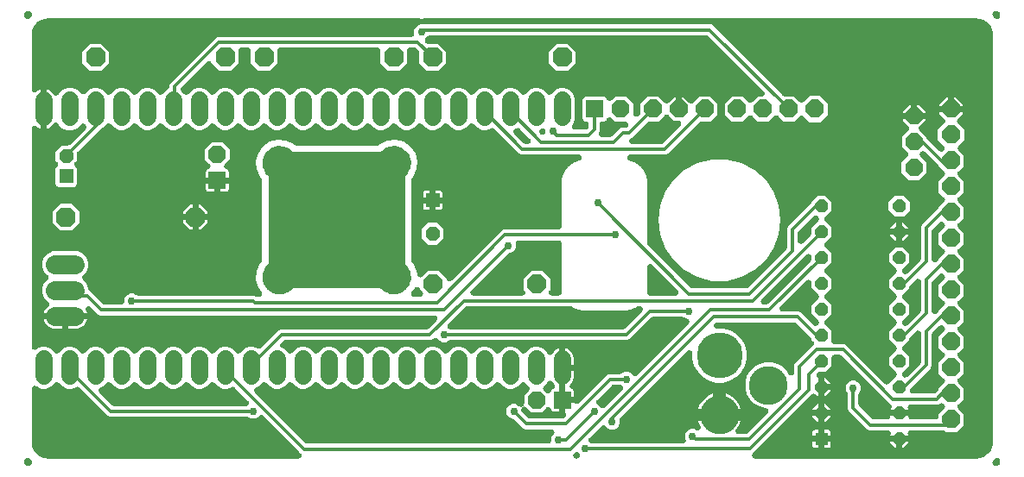
<source format=gbr>
G04 EAGLE Gerber RS-274X export*
G75*
%MOMM*%
%FSLAX34Y34*%
%LPD*%
%INBottom Copper*%
%IPPOS*%
%AMOC8*
5,1,8,0,0,1.08239X$1,22.5*%
G01*
%ADD10C,4.500000*%
%ADD11C,3.810000*%
%ADD12C,1.700000*%
%ADD13P,1.924489X8X112.500000*%
%ADD14P,2.089446X8X202.500000*%
%ADD15P,1.924489X8X22.500000*%
%ADD16P,1.924489X8X292.500000*%
%ADD17P,1.814519X8X292.500000*%
%ADD18P,1.948302X8X202.500000*%
%ADD19P,1.840063X8X292.500000*%
%ADD20R,1.700000X1.700000*%
%ADD21R,1.270000X1.270000*%
%ADD22P,1.374635X8X292.500000*%
%ADD23P,1.840063X8X22.500000*%
%ADD24C,1.899919*%
%ADD25R,1.360000X1.360000*%
%ADD26P,1.472050X8X292.500000*%
%ADD27P,1.840063X8X202.500000*%
%ADD28C,0.350000*%
%ADD29C,0.750000*%

G36*
X660139Y-215988D02*
X660139Y-215988D01*
X660235Y-215990D01*
X662269Y-215830D01*
X662320Y-215822D01*
X662372Y-215820D01*
X662494Y-215794D01*
X662752Y-215752D01*
X662872Y-215712D01*
X662960Y-215692D01*
X666829Y-214436D01*
X666986Y-214370D01*
X667145Y-214313D01*
X667201Y-214280D01*
X667280Y-214247D01*
X667586Y-214055D01*
X667665Y-214010D01*
X670955Y-211619D01*
X671084Y-211508D01*
X671218Y-211404D01*
X671261Y-211356D01*
X671326Y-211300D01*
X671559Y-211023D01*
X671619Y-210955D01*
X674010Y-207665D01*
X674098Y-207520D01*
X674193Y-207380D01*
X674219Y-207320D01*
X674264Y-207247D01*
X674399Y-206912D01*
X674436Y-206829D01*
X675692Y-202960D01*
X675704Y-202910D01*
X675723Y-202861D01*
X675735Y-202795D01*
X675738Y-202787D01*
X675752Y-202707D01*
X675805Y-202484D01*
X675812Y-202382D01*
X675826Y-202305D01*
X675827Y-202287D01*
X675830Y-202269D01*
X675990Y-200235D01*
X675990Y-200096D01*
X675999Y-200000D01*
X675999Y200000D01*
X675993Y200075D01*
X675993Y200083D01*
X675991Y200097D01*
X675988Y200139D01*
X675990Y200235D01*
X675830Y202269D01*
X675822Y202320D01*
X675820Y202372D01*
X675794Y202494D01*
X675752Y202752D01*
X675712Y202872D01*
X675692Y202960D01*
X674436Y206829D01*
X674392Y206933D01*
X674360Y207033D01*
X674336Y207081D01*
X674313Y207145D01*
X674280Y207201D01*
X674247Y207280D01*
X674179Y207389D01*
X674138Y207469D01*
X674077Y207552D01*
X674055Y207586D01*
X674010Y207665D01*
X671619Y210955D01*
X671508Y211084D01*
X671404Y211218D01*
X671356Y211261D01*
X671300Y211326D01*
X671023Y211559D01*
X670955Y211619D01*
X667665Y214010D01*
X667520Y214098D01*
X667380Y214193D01*
X667320Y214219D01*
X667247Y214264D01*
X666912Y214399D01*
X666829Y214436D01*
X662960Y215692D01*
X662910Y215704D01*
X662861Y215723D01*
X662738Y215745D01*
X662484Y215805D01*
X662358Y215814D01*
X662269Y215830D01*
X660235Y215990D01*
X660096Y215990D01*
X660000Y215999D01*
X118594Y215999D01*
X118401Y215983D01*
X118207Y215974D01*
X118158Y215964D01*
X118106Y215959D01*
X117918Y215912D01*
X117729Y215872D01*
X117681Y215853D01*
X117632Y215841D01*
X117454Y215764D01*
X117273Y215693D01*
X117229Y215666D01*
X117182Y215646D01*
X117020Y215542D01*
X116853Y215442D01*
X116814Y215409D01*
X116771Y215381D01*
X116628Y215252D01*
X116479Y215126D01*
X116446Y215087D01*
X116408Y215053D01*
X116293Y214908D01*
X116248Y214969D01*
X116177Y215038D01*
X116113Y215114D01*
X116002Y215209D01*
X115897Y215311D01*
X115816Y215368D01*
X115741Y215432D01*
X115616Y215507D01*
X115496Y215591D01*
X115407Y215634D01*
X115322Y215685D01*
X115187Y215739D01*
X115055Y215802D01*
X114959Y215830D01*
X114868Y215867D01*
X114725Y215898D01*
X114585Y215939D01*
X114502Y215947D01*
X114390Y215972D01*
X114106Y215987D01*
X113986Y215999D01*
X-250000Y215999D01*
X-250139Y215988D01*
X-250235Y215990D01*
X-252269Y215830D01*
X-252320Y215822D01*
X-252372Y215820D01*
X-252494Y215794D01*
X-252752Y215752D01*
X-252872Y215712D01*
X-252960Y215692D01*
X-256829Y214436D01*
X-256986Y214370D01*
X-257145Y214313D01*
X-257201Y214280D01*
X-257280Y214247D01*
X-257586Y214055D01*
X-257665Y214010D01*
X-260955Y211619D01*
X-261084Y211508D01*
X-261218Y211404D01*
X-261261Y211356D01*
X-261326Y211300D01*
X-261558Y211023D01*
X-261619Y210955D01*
X-264010Y207665D01*
X-264052Y207595D01*
X-264077Y207564D01*
X-264119Y207489D01*
X-264193Y207380D01*
X-264219Y207320D01*
X-264264Y207247D01*
X-264290Y207182D01*
X-264316Y207136D01*
X-264374Y206974D01*
X-264399Y206912D01*
X-264436Y206829D01*
X-265692Y202960D01*
X-265704Y202910D01*
X-265723Y202861D01*
X-265745Y202738D01*
X-265805Y202484D01*
X-265814Y202358D01*
X-265830Y202269D01*
X-265990Y200235D01*
X-265990Y200096D01*
X-265999Y200000D01*
X-265999Y146315D01*
X-265995Y146259D01*
X-265997Y146202D01*
X-265975Y146015D01*
X-265959Y145828D01*
X-265946Y145773D01*
X-265939Y145716D01*
X-265886Y145536D01*
X-265841Y145353D01*
X-265818Y145301D01*
X-265802Y145246D01*
X-265721Y145077D01*
X-265646Y144904D01*
X-265616Y144856D01*
X-265591Y144805D01*
X-265483Y144650D01*
X-265381Y144492D01*
X-265343Y144450D01*
X-265311Y144404D01*
X-265179Y144268D01*
X-265053Y144129D01*
X-265009Y144094D01*
X-264969Y144053D01*
X-264818Y143942D01*
X-264670Y143824D01*
X-264621Y143797D01*
X-264575Y143763D01*
X-264407Y143678D01*
X-264243Y143586D01*
X-264189Y143567D01*
X-264139Y143541D01*
X-263959Y143484D01*
X-263782Y143420D01*
X-263727Y143410D01*
X-263673Y143393D01*
X-263486Y143366D01*
X-263301Y143331D01*
X-263244Y143330D01*
X-263188Y143322D01*
X-263000Y143326D01*
X-262812Y143322D01*
X-262756Y143330D01*
X-262699Y143331D01*
X-262514Y143366D01*
X-262327Y143393D01*
X-262273Y143410D01*
X-262218Y143420D01*
X-262041Y143484D01*
X-261861Y143541D01*
X-261810Y143567D01*
X-261757Y143586D01*
X-261649Y143649D01*
X-261425Y143763D01*
X-261318Y143842D01*
X-261237Y143889D01*
X-259787Y144943D01*
X-258238Y145732D01*
X-256999Y146134D01*
X-256999Y127000D01*
X-256999Y107866D01*
X-258238Y108268D01*
X-259787Y109057D01*
X-261237Y110111D01*
X-261285Y110140D01*
X-261330Y110176D01*
X-261494Y110267D01*
X-261655Y110365D01*
X-261708Y110387D01*
X-261757Y110414D01*
X-261934Y110478D01*
X-262109Y110548D01*
X-262164Y110561D01*
X-262218Y110580D01*
X-262403Y110614D01*
X-262587Y110655D01*
X-262643Y110658D01*
X-262699Y110669D01*
X-262887Y110672D01*
X-263075Y110683D01*
X-263132Y110677D01*
X-263188Y110678D01*
X-263375Y110651D01*
X-263562Y110631D01*
X-263617Y110616D01*
X-263673Y110607D01*
X-263852Y110550D01*
X-264034Y110500D01*
X-264085Y110476D01*
X-264139Y110459D01*
X-264307Y110374D01*
X-264478Y110294D01*
X-264525Y110263D01*
X-264575Y110237D01*
X-264727Y110125D01*
X-264883Y110019D01*
X-264924Y109980D01*
X-264969Y109947D01*
X-265101Y109812D01*
X-265237Y109682D01*
X-265271Y109637D01*
X-265311Y109596D01*
X-265419Y109441D01*
X-265532Y109292D01*
X-265559Y109242D01*
X-265591Y109195D01*
X-265673Y109025D01*
X-265760Y108858D01*
X-265778Y108805D01*
X-265802Y108753D01*
X-265855Y108572D01*
X-265914Y108394D01*
X-265923Y108338D01*
X-265939Y108283D01*
X-265951Y108159D01*
X-265991Y107910D01*
X-265990Y107777D01*
X-265999Y107685D01*
X-265999Y-106287D01*
X-265995Y-106334D01*
X-265998Y-106381D01*
X-265975Y-106578D01*
X-265959Y-106775D01*
X-265948Y-106821D01*
X-265943Y-106867D01*
X-265889Y-107057D01*
X-265841Y-107249D01*
X-265822Y-107293D01*
X-265809Y-107338D01*
X-265725Y-107518D01*
X-265646Y-107699D01*
X-265621Y-107738D01*
X-265601Y-107781D01*
X-265488Y-107945D01*
X-265381Y-108110D01*
X-265350Y-108145D01*
X-265323Y-108184D01*
X-265185Y-108327D01*
X-265053Y-108473D01*
X-265016Y-108503D01*
X-264983Y-108537D01*
X-264825Y-108655D01*
X-264670Y-108778D01*
X-264629Y-108801D01*
X-264591Y-108829D01*
X-264415Y-108920D01*
X-264243Y-109016D01*
X-264198Y-109032D01*
X-264156Y-109054D01*
X-263968Y-109115D01*
X-263782Y-109182D01*
X-263736Y-109191D01*
X-263691Y-109205D01*
X-263496Y-109235D01*
X-263301Y-109271D01*
X-263254Y-109272D01*
X-263207Y-109279D01*
X-263009Y-109276D01*
X-262812Y-109280D01*
X-262765Y-109273D01*
X-262718Y-109273D01*
X-262523Y-109238D01*
X-262327Y-109210D01*
X-262282Y-109195D01*
X-262236Y-109187D01*
X-262049Y-109121D01*
X-261861Y-109061D01*
X-261819Y-109040D01*
X-261774Y-109024D01*
X-261601Y-108929D01*
X-261425Y-108839D01*
X-261387Y-108811D01*
X-261345Y-108788D01*
X-261250Y-108710D01*
X-261031Y-108549D01*
X-260946Y-108462D01*
X-260879Y-108408D01*
X-260798Y-108326D01*
X-256387Y-106499D01*
X-251613Y-106499D01*
X-247202Y-108326D01*
X-243421Y-112108D01*
X-243349Y-112169D01*
X-243283Y-112237D01*
X-243163Y-112327D01*
X-243048Y-112424D01*
X-242967Y-112473D01*
X-242891Y-112529D01*
X-242757Y-112598D01*
X-242628Y-112676D01*
X-242540Y-112711D01*
X-242456Y-112754D01*
X-242313Y-112801D01*
X-242173Y-112856D01*
X-242081Y-112876D01*
X-241991Y-112905D01*
X-241842Y-112928D01*
X-241695Y-112960D01*
X-241600Y-112965D01*
X-241507Y-112979D01*
X-241356Y-112977D01*
X-241206Y-112985D01*
X-241112Y-112974D01*
X-241018Y-112973D01*
X-240869Y-112946D01*
X-240719Y-112929D01*
X-240629Y-112904D01*
X-240536Y-112887D01*
X-240394Y-112837D01*
X-240249Y-112796D01*
X-240163Y-112756D01*
X-240074Y-112724D01*
X-239942Y-112651D01*
X-239806Y-112587D01*
X-239728Y-112534D01*
X-239645Y-112488D01*
X-239556Y-112415D01*
X-239403Y-112310D01*
X-239269Y-112181D01*
X-239179Y-112108D01*
X-235398Y-108326D01*
X-230987Y-106499D01*
X-226213Y-106499D01*
X-221802Y-108326D01*
X-218021Y-112108D01*
X-217949Y-112169D01*
X-217883Y-112237D01*
X-217763Y-112327D01*
X-217648Y-112424D01*
X-217567Y-112473D01*
X-217491Y-112529D01*
X-217357Y-112598D01*
X-217228Y-112676D01*
X-217140Y-112711D01*
X-217056Y-112754D01*
X-216913Y-112801D01*
X-216773Y-112856D01*
X-216681Y-112876D01*
X-216591Y-112905D01*
X-216442Y-112928D01*
X-216295Y-112960D01*
X-216200Y-112965D01*
X-216107Y-112979D01*
X-215956Y-112977D01*
X-215806Y-112985D01*
X-215712Y-112974D01*
X-215618Y-112973D01*
X-215469Y-112946D01*
X-215319Y-112929D01*
X-215229Y-112904D01*
X-215136Y-112887D01*
X-214994Y-112837D01*
X-214849Y-112796D01*
X-214763Y-112756D01*
X-214674Y-112724D01*
X-214542Y-112651D01*
X-214406Y-112587D01*
X-214328Y-112534D01*
X-214245Y-112488D01*
X-214156Y-112415D01*
X-214003Y-112310D01*
X-213869Y-112181D01*
X-213779Y-112108D01*
X-209998Y-108326D01*
X-205587Y-106499D01*
X-200813Y-106499D01*
X-196402Y-108326D01*
X-192621Y-112108D01*
X-192549Y-112169D01*
X-192483Y-112237D01*
X-192363Y-112327D01*
X-192248Y-112424D01*
X-192167Y-112473D01*
X-192091Y-112529D01*
X-191957Y-112598D01*
X-191828Y-112676D01*
X-191740Y-112711D01*
X-191656Y-112754D01*
X-191513Y-112801D01*
X-191373Y-112856D01*
X-191281Y-112876D01*
X-191191Y-112905D01*
X-191042Y-112928D01*
X-190895Y-112960D01*
X-190800Y-112965D01*
X-190707Y-112979D01*
X-190556Y-112977D01*
X-190406Y-112985D01*
X-190312Y-112974D01*
X-190218Y-112973D01*
X-190069Y-112946D01*
X-189919Y-112929D01*
X-189829Y-112904D01*
X-189736Y-112887D01*
X-189594Y-112837D01*
X-189449Y-112796D01*
X-189363Y-112756D01*
X-189274Y-112724D01*
X-189142Y-112651D01*
X-189006Y-112587D01*
X-188928Y-112534D01*
X-188845Y-112488D01*
X-188756Y-112415D01*
X-188603Y-112310D01*
X-188469Y-112181D01*
X-188379Y-112108D01*
X-184598Y-108326D01*
X-180187Y-106499D01*
X-175413Y-106499D01*
X-171002Y-108326D01*
X-167221Y-112108D01*
X-167149Y-112169D01*
X-167083Y-112237D01*
X-166963Y-112327D01*
X-166848Y-112424D01*
X-166767Y-112473D01*
X-166691Y-112529D01*
X-166557Y-112598D01*
X-166428Y-112676D01*
X-166340Y-112711D01*
X-166256Y-112754D01*
X-166113Y-112801D01*
X-165973Y-112856D01*
X-165881Y-112876D01*
X-165791Y-112905D01*
X-165642Y-112928D01*
X-165495Y-112960D01*
X-165400Y-112965D01*
X-165307Y-112979D01*
X-165156Y-112977D01*
X-165006Y-112985D01*
X-164912Y-112974D01*
X-164818Y-112973D01*
X-164669Y-112946D01*
X-164519Y-112929D01*
X-164429Y-112904D01*
X-164336Y-112887D01*
X-164194Y-112837D01*
X-164049Y-112796D01*
X-163963Y-112756D01*
X-163874Y-112724D01*
X-163742Y-112651D01*
X-163606Y-112587D01*
X-163528Y-112534D01*
X-163445Y-112488D01*
X-163356Y-112415D01*
X-163203Y-112310D01*
X-163069Y-112181D01*
X-162979Y-112108D01*
X-159198Y-108326D01*
X-154787Y-106499D01*
X-150013Y-106499D01*
X-145602Y-108326D01*
X-141821Y-112108D01*
X-141749Y-112169D01*
X-141683Y-112237D01*
X-141563Y-112327D01*
X-141448Y-112424D01*
X-141367Y-112473D01*
X-141291Y-112529D01*
X-141157Y-112598D01*
X-141028Y-112676D01*
X-140940Y-112711D01*
X-140856Y-112754D01*
X-140713Y-112801D01*
X-140573Y-112856D01*
X-140481Y-112876D01*
X-140391Y-112905D01*
X-140242Y-112928D01*
X-140095Y-112960D01*
X-140000Y-112965D01*
X-139907Y-112979D01*
X-139756Y-112977D01*
X-139606Y-112985D01*
X-139512Y-112974D01*
X-139418Y-112973D01*
X-139269Y-112946D01*
X-139119Y-112929D01*
X-139029Y-112904D01*
X-138936Y-112887D01*
X-138794Y-112837D01*
X-138649Y-112796D01*
X-138563Y-112756D01*
X-138474Y-112724D01*
X-138342Y-112651D01*
X-138206Y-112587D01*
X-138128Y-112534D01*
X-138045Y-112488D01*
X-137956Y-112415D01*
X-137803Y-112310D01*
X-137669Y-112181D01*
X-137579Y-112108D01*
X-133798Y-108326D01*
X-129387Y-106499D01*
X-124613Y-106499D01*
X-120202Y-108326D01*
X-116421Y-112108D01*
X-116349Y-112169D01*
X-116283Y-112237D01*
X-116163Y-112327D01*
X-116048Y-112424D01*
X-115967Y-112473D01*
X-115891Y-112529D01*
X-115757Y-112598D01*
X-115628Y-112676D01*
X-115540Y-112711D01*
X-115456Y-112754D01*
X-115313Y-112801D01*
X-115173Y-112856D01*
X-115081Y-112876D01*
X-114991Y-112905D01*
X-114842Y-112928D01*
X-114695Y-112960D01*
X-114600Y-112965D01*
X-114507Y-112979D01*
X-114356Y-112977D01*
X-114206Y-112985D01*
X-114112Y-112974D01*
X-114018Y-112973D01*
X-113869Y-112946D01*
X-113719Y-112929D01*
X-113629Y-112904D01*
X-113536Y-112887D01*
X-113394Y-112837D01*
X-113249Y-112796D01*
X-113163Y-112756D01*
X-113074Y-112724D01*
X-112942Y-112651D01*
X-112806Y-112587D01*
X-112728Y-112534D01*
X-112645Y-112488D01*
X-112556Y-112415D01*
X-112403Y-112310D01*
X-112269Y-112181D01*
X-112179Y-112108D01*
X-108398Y-108326D01*
X-103987Y-106499D01*
X-99213Y-106499D01*
X-94802Y-108326D01*
X-91021Y-112108D01*
X-90949Y-112169D01*
X-90883Y-112237D01*
X-90763Y-112327D01*
X-90648Y-112424D01*
X-90567Y-112473D01*
X-90491Y-112529D01*
X-90357Y-112598D01*
X-90228Y-112676D01*
X-90140Y-112711D01*
X-90056Y-112754D01*
X-89913Y-112801D01*
X-89773Y-112856D01*
X-89681Y-112876D01*
X-89591Y-112905D01*
X-89442Y-112928D01*
X-89295Y-112960D01*
X-89200Y-112965D01*
X-89107Y-112979D01*
X-88956Y-112977D01*
X-88806Y-112985D01*
X-88712Y-112974D01*
X-88618Y-112973D01*
X-88469Y-112946D01*
X-88319Y-112929D01*
X-88229Y-112904D01*
X-88136Y-112887D01*
X-87994Y-112837D01*
X-87849Y-112796D01*
X-87763Y-112756D01*
X-87674Y-112724D01*
X-87542Y-112651D01*
X-87406Y-112587D01*
X-87328Y-112534D01*
X-87245Y-112488D01*
X-87156Y-112415D01*
X-87003Y-112310D01*
X-86869Y-112181D01*
X-86779Y-112108D01*
X-82998Y-108326D01*
X-78587Y-106499D01*
X-73813Y-106499D01*
X-69402Y-108326D01*
X-65621Y-112108D01*
X-65549Y-112169D01*
X-65483Y-112237D01*
X-65363Y-112327D01*
X-65248Y-112424D01*
X-65167Y-112473D01*
X-65091Y-112529D01*
X-64957Y-112598D01*
X-64828Y-112676D01*
X-64740Y-112711D01*
X-64656Y-112754D01*
X-64513Y-112801D01*
X-64373Y-112856D01*
X-64281Y-112876D01*
X-64191Y-112905D01*
X-64042Y-112928D01*
X-63895Y-112960D01*
X-63800Y-112965D01*
X-63707Y-112979D01*
X-63556Y-112977D01*
X-63406Y-112985D01*
X-63312Y-112974D01*
X-63218Y-112973D01*
X-63069Y-112946D01*
X-62919Y-112929D01*
X-62829Y-112904D01*
X-62736Y-112887D01*
X-62594Y-112837D01*
X-62449Y-112796D01*
X-62363Y-112756D01*
X-62274Y-112724D01*
X-62142Y-112651D01*
X-62006Y-112587D01*
X-61928Y-112534D01*
X-61845Y-112488D01*
X-61756Y-112415D01*
X-61603Y-112310D01*
X-61469Y-112181D01*
X-61379Y-112108D01*
X-57598Y-108326D01*
X-53187Y-106499D01*
X-48413Y-106499D01*
X-44507Y-108117D01*
X-44279Y-108190D01*
X-44050Y-108265D01*
X-44045Y-108266D01*
X-44041Y-108267D01*
X-43806Y-108302D01*
X-43566Y-108338D01*
X-43561Y-108338D01*
X-43557Y-108339D01*
X-43320Y-108335D01*
X-43077Y-108332D01*
X-43072Y-108331D01*
X-43067Y-108331D01*
X-42834Y-108289D01*
X-42595Y-108247D01*
X-42590Y-108245D01*
X-42586Y-108244D01*
X-42364Y-108165D01*
X-42133Y-108084D01*
X-42129Y-108081D01*
X-42125Y-108080D01*
X-41917Y-107965D01*
X-41704Y-107848D01*
X-41701Y-107845D01*
X-41697Y-107843D01*
X-41313Y-107539D01*
X-41273Y-107496D01*
X-41238Y-107467D01*
X-23820Y-90049D01*
X-21890Y-89249D01*
X120833Y-89249D01*
X120974Y-89238D01*
X121115Y-89236D01*
X121217Y-89218D01*
X121321Y-89209D01*
X121458Y-89175D01*
X121597Y-89150D01*
X121695Y-89116D01*
X121795Y-89091D01*
X121925Y-89034D01*
X122058Y-88987D01*
X122149Y-88937D01*
X122245Y-88896D01*
X122363Y-88820D01*
X122487Y-88752D01*
X122554Y-88697D01*
X122656Y-88631D01*
X122858Y-88449D01*
X122954Y-88371D01*
X130704Y-80621D01*
X130734Y-80585D01*
X130769Y-80553D01*
X130892Y-80398D01*
X131020Y-80248D01*
X131045Y-80207D01*
X131074Y-80170D01*
X131170Y-79997D01*
X131272Y-79828D01*
X131289Y-79784D01*
X131312Y-79743D01*
X131379Y-79557D01*
X131452Y-79373D01*
X131462Y-79327D01*
X131478Y-79282D01*
X131514Y-79088D01*
X131556Y-78895D01*
X131558Y-78847D01*
X131567Y-78801D01*
X131571Y-78603D01*
X131581Y-78406D01*
X131575Y-78359D01*
X131576Y-78312D01*
X131548Y-78116D01*
X131525Y-77919D01*
X131512Y-77874D01*
X131506Y-77827D01*
X131446Y-77639D01*
X131392Y-77449D01*
X131372Y-77406D01*
X131357Y-77361D01*
X131267Y-77184D01*
X131183Y-77006D01*
X131157Y-76967D01*
X131135Y-76925D01*
X131018Y-76765D01*
X130906Y-76603D01*
X130873Y-76569D01*
X130845Y-76531D01*
X130703Y-76393D01*
X130566Y-76250D01*
X130528Y-76222D01*
X130495Y-76189D01*
X130332Y-76076D01*
X130174Y-75958D01*
X130132Y-75936D01*
X130093Y-75909D01*
X129914Y-75823D01*
X129739Y-75733D01*
X129694Y-75718D01*
X129652Y-75698D01*
X129462Y-75642D01*
X129274Y-75581D01*
X129227Y-75574D01*
X129182Y-75561D01*
X129059Y-75549D01*
X128790Y-75508D01*
X128669Y-75509D01*
X128583Y-75501D01*
X-198544Y-75501D01*
X-200474Y-74701D01*
X-207836Y-67339D01*
X-207851Y-67327D01*
X-207863Y-67313D01*
X-208038Y-67168D01*
X-208210Y-67023D01*
X-208226Y-67013D01*
X-208240Y-67001D01*
X-208436Y-66887D01*
X-208629Y-66771D01*
X-208647Y-66764D01*
X-208663Y-66754D01*
X-208874Y-66674D01*
X-209084Y-66591D01*
X-209103Y-66587D01*
X-209120Y-66580D01*
X-209341Y-66535D01*
X-209563Y-66487D01*
X-209582Y-66486D01*
X-209600Y-66482D01*
X-209825Y-66474D01*
X-210051Y-66462D01*
X-210070Y-66464D01*
X-210089Y-66464D01*
X-210313Y-66492D01*
X-210538Y-66518D01*
X-210556Y-66523D01*
X-210575Y-66525D01*
X-210791Y-66590D01*
X-211009Y-66651D01*
X-211026Y-66659D01*
X-211044Y-66665D01*
X-211247Y-66764D01*
X-211451Y-66860D01*
X-211467Y-66870D01*
X-211484Y-66879D01*
X-211669Y-67010D01*
X-211854Y-67137D01*
X-211868Y-67150D01*
X-211884Y-67161D01*
X-212044Y-67320D01*
X-212207Y-67477D01*
X-212218Y-67492D01*
X-212232Y-67505D01*
X-212365Y-67688D01*
X-212500Y-67869D01*
X-212508Y-67886D01*
X-212519Y-67901D01*
X-212621Y-68104D01*
X-212725Y-68304D01*
X-212730Y-68322D01*
X-212739Y-68339D01*
X-212806Y-68555D01*
X-212876Y-68769D01*
X-212879Y-68788D01*
X-212884Y-68806D01*
X-212916Y-69031D01*
X-212949Y-69253D01*
X-212949Y-69272D01*
X-212952Y-69291D01*
X-212946Y-69518D01*
X-212943Y-69742D01*
X-212940Y-69761D01*
X-212939Y-69780D01*
X-212897Y-70002D01*
X-212857Y-70224D01*
X-212851Y-70242D01*
X-212848Y-70261D01*
X-212815Y-70345D01*
X-212695Y-70686D01*
X-212653Y-70761D01*
X-212629Y-70822D01*
X-212142Y-71778D01*
X-211615Y-73401D01*
X-232800Y-73401D01*
X-253985Y-73401D01*
X-253458Y-71778D01*
X-252597Y-70089D01*
X-251483Y-68556D01*
X-250143Y-67216D01*
X-249698Y-66892D01*
X-249633Y-66837D01*
X-249563Y-66789D01*
X-249448Y-66678D01*
X-249327Y-66573D01*
X-249272Y-66508D01*
X-249211Y-66449D01*
X-249115Y-66321D01*
X-249012Y-66198D01*
X-248969Y-66125D01*
X-248918Y-66057D01*
X-248845Y-65915D01*
X-248763Y-65777D01*
X-248732Y-65698D01*
X-248693Y-65622D01*
X-248644Y-65470D01*
X-248586Y-65321D01*
X-248568Y-65238D01*
X-248542Y-65157D01*
X-248518Y-64998D01*
X-248485Y-64842D01*
X-248481Y-64757D01*
X-248468Y-64673D01*
X-248470Y-64513D01*
X-248463Y-64353D01*
X-248474Y-64268D01*
X-248475Y-64184D01*
X-248503Y-64026D01*
X-248522Y-63867D01*
X-248545Y-63785D01*
X-248560Y-63702D01*
X-248614Y-63551D01*
X-248658Y-63397D01*
X-248695Y-63320D01*
X-248723Y-63240D01*
X-248800Y-63100D01*
X-248869Y-62955D01*
X-248918Y-62886D01*
X-248959Y-62811D01*
X-249035Y-62718D01*
X-249150Y-62554D01*
X-249269Y-62431D01*
X-249340Y-62345D01*
X-253321Y-58364D01*
X-255300Y-53586D01*
X-255300Y-48414D01*
X-253321Y-43636D01*
X-250106Y-40421D01*
X-250045Y-40349D01*
X-249977Y-40283D01*
X-249886Y-40163D01*
X-249789Y-40048D01*
X-249740Y-39967D01*
X-249684Y-39891D01*
X-249615Y-39757D01*
X-249537Y-39628D01*
X-249502Y-39540D01*
X-249459Y-39456D01*
X-249412Y-39313D01*
X-249357Y-39173D01*
X-249337Y-39081D01*
X-249308Y-38991D01*
X-249285Y-38842D01*
X-249253Y-38695D01*
X-249248Y-38600D01*
X-249234Y-38507D01*
X-249236Y-38356D01*
X-249229Y-38206D01*
X-249239Y-38112D01*
X-249240Y-38018D01*
X-249267Y-37869D01*
X-249284Y-37719D01*
X-249310Y-37629D01*
X-249326Y-37536D01*
X-249376Y-37394D01*
X-249417Y-37249D01*
X-249458Y-37163D01*
X-249489Y-37074D01*
X-249562Y-36942D01*
X-249626Y-36806D01*
X-249679Y-36728D01*
X-249725Y-36645D01*
X-249798Y-36555D01*
X-249904Y-36403D01*
X-250032Y-36269D01*
X-250106Y-36179D01*
X-253321Y-32964D01*
X-255300Y-28186D01*
X-255300Y-23014D01*
X-253321Y-18236D01*
X-249664Y-14579D01*
X-244886Y-12600D01*
X-220714Y-12600D01*
X-215936Y-14579D01*
X-212279Y-18236D01*
X-210300Y-23014D01*
X-210300Y-28186D01*
X-212279Y-32964D01*
X-215494Y-36179D01*
X-215556Y-36251D01*
X-215623Y-36317D01*
X-215713Y-36437D01*
X-215811Y-36552D01*
X-215860Y-36633D01*
X-215916Y-36709D01*
X-215985Y-36843D01*
X-216063Y-36972D01*
X-216098Y-37060D01*
X-216141Y-37144D01*
X-216188Y-37287D01*
X-216243Y-37427D01*
X-216263Y-37519D01*
X-216292Y-37609D01*
X-216315Y-37758D01*
X-216347Y-37905D01*
X-216352Y-38000D01*
X-216366Y-38093D01*
X-216364Y-38244D01*
X-216371Y-38394D01*
X-216361Y-38488D01*
X-216360Y-38582D01*
X-216333Y-38731D01*
X-216316Y-38881D01*
X-216290Y-38971D01*
X-216274Y-39064D01*
X-216224Y-39206D01*
X-216183Y-39351D01*
X-216142Y-39437D01*
X-216111Y-39526D01*
X-216038Y-39658D01*
X-215974Y-39794D01*
X-215921Y-39872D01*
X-215875Y-39955D01*
X-215802Y-40044D01*
X-215696Y-40197D01*
X-215568Y-40331D01*
X-215494Y-40421D01*
X-212279Y-43636D01*
X-210300Y-48414D01*
X-210300Y-48913D01*
X-210280Y-49155D01*
X-210262Y-49392D01*
X-210261Y-49396D01*
X-210260Y-49401D01*
X-210201Y-49638D01*
X-210144Y-49867D01*
X-210143Y-49871D01*
X-210141Y-49876D01*
X-210045Y-50098D01*
X-209951Y-50317D01*
X-209949Y-50321D01*
X-209947Y-50325D01*
X-209818Y-50525D01*
X-209688Y-50729D01*
X-209685Y-50733D01*
X-209682Y-50737D01*
X-209525Y-50910D01*
X-209361Y-51093D01*
X-209357Y-51096D01*
X-209354Y-51100D01*
X-209169Y-51247D01*
X-208979Y-51399D01*
X-208975Y-51401D01*
X-208971Y-51404D01*
X-208856Y-51469D01*
X-196204Y-64121D01*
X-196096Y-64212D01*
X-195994Y-64311D01*
X-195909Y-64371D01*
X-195830Y-64437D01*
X-195709Y-64510D01*
X-195593Y-64591D01*
X-195499Y-64636D01*
X-195411Y-64689D01*
X-195279Y-64741D01*
X-195152Y-64802D01*
X-195052Y-64831D01*
X-194956Y-64869D01*
X-194817Y-64899D01*
X-194682Y-64939D01*
X-194596Y-64948D01*
X-194477Y-64973D01*
X-194206Y-64987D01*
X-194083Y-64999D01*
X-178140Y-64999D01*
X-178046Y-64992D01*
X-177952Y-64993D01*
X-177802Y-64972D01*
X-177652Y-64959D01*
X-177561Y-64936D01*
X-177467Y-64923D01*
X-177324Y-64877D01*
X-177177Y-64841D01*
X-177091Y-64803D01*
X-177001Y-64775D01*
X-176866Y-64706D01*
X-176728Y-64646D01*
X-176649Y-64595D01*
X-176565Y-64552D01*
X-176443Y-64463D01*
X-176317Y-64381D01*
X-176247Y-64318D01*
X-176171Y-64262D01*
X-176065Y-64154D01*
X-175954Y-64053D01*
X-175895Y-63979D01*
X-175829Y-63912D01*
X-175743Y-63788D01*
X-175649Y-63670D01*
X-175603Y-63588D01*
X-175549Y-63510D01*
X-175484Y-63374D01*
X-175410Y-63243D01*
X-175378Y-63154D01*
X-175338Y-63069D01*
X-175296Y-62924D01*
X-175245Y-62782D01*
X-175227Y-62689D01*
X-175201Y-62599D01*
X-175190Y-62484D01*
X-175156Y-62301D01*
X-175152Y-62115D01*
X-175141Y-62000D01*
X-175141Y-59808D01*
X-174037Y-57143D01*
X-171997Y-55103D01*
X-169332Y-53999D01*
X-166448Y-53999D01*
X-163783Y-55103D01*
X-163765Y-55121D01*
X-163657Y-55212D01*
X-163556Y-55311D01*
X-163471Y-55371D01*
X-163392Y-55437D01*
X-163271Y-55510D01*
X-163155Y-55591D01*
X-163061Y-55636D01*
X-162972Y-55689D01*
X-162841Y-55741D01*
X-162713Y-55802D01*
X-162614Y-55831D01*
X-162517Y-55869D01*
X-162379Y-55899D01*
X-162243Y-55939D01*
X-162157Y-55948D01*
X-162039Y-55973D01*
X-161767Y-55987D01*
X-161644Y-55999D01*
X-47956Y-55999D01*
X-45949Y-56830D01*
X-45873Y-56895D01*
X-45752Y-56968D01*
X-45636Y-57049D01*
X-45542Y-57093D01*
X-45453Y-57147D01*
X-45322Y-57199D01*
X-45194Y-57260D01*
X-45095Y-57289D01*
X-44998Y-57327D01*
X-44860Y-57357D01*
X-44724Y-57396D01*
X-44638Y-57405D01*
X-44520Y-57431D01*
X-44248Y-57444D01*
X-44125Y-57457D01*
X-42981Y-57457D01*
X-42950Y-57454D01*
X-42920Y-57456D01*
X-42707Y-57434D01*
X-42493Y-57417D01*
X-42464Y-57409D01*
X-42433Y-57406D01*
X-42227Y-57350D01*
X-42018Y-57298D01*
X-41990Y-57286D01*
X-41961Y-57278D01*
X-41765Y-57189D01*
X-41569Y-57104D01*
X-41544Y-57087D01*
X-41516Y-57074D01*
X-41337Y-56954D01*
X-41158Y-56839D01*
X-41135Y-56818D01*
X-41110Y-56801D01*
X-40953Y-56654D01*
X-40795Y-56511D01*
X-40776Y-56487D01*
X-40753Y-56466D01*
X-40623Y-56295D01*
X-40490Y-56128D01*
X-40475Y-56101D01*
X-40456Y-56077D01*
X-40356Y-55887D01*
X-40251Y-55700D01*
X-40241Y-55672D01*
X-40227Y-55645D01*
X-40158Y-55442D01*
X-40085Y-55240D01*
X-40080Y-55210D01*
X-40070Y-55181D01*
X-40036Y-54970D01*
X-39997Y-54758D01*
X-39996Y-54728D01*
X-39991Y-54698D01*
X-39992Y-54483D01*
X-39988Y-54269D01*
X-39992Y-54239D01*
X-39992Y-54208D01*
X-40027Y-53997D01*
X-40058Y-53785D01*
X-40067Y-53756D01*
X-40072Y-53726D01*
X-40141Y-53523D01*
X-40206Y-53318D01*
X-40220Y-53291D01*
X-40230Y-53262D01*
X-40284Y-53165D01*
X-40429Y-52882D01*
X-40488Y-52801D01*
X-40524Y-52737D01*
X-44030Y-47730D01*
X-46130Y-39894D01*
X-45423Y-31812D01*
X-41994Y-24459D01*
X-40884Y-23349D01*
X-40793Y-23241D01*
X-40694Y-23140D01*
X-40635Y-23055D01*
X-40568Y-22976D01*
X-40495Y-22855D01*
X-40414Y-22739D01*
X-40369Y-22645D01*
X-40316Y-22556D01*
X-40264Y-22425D01*
X-40203Y-22297D01*
X-40174Y-22198D01*
X-40136Y-22101D01*
X-40106Y-21963D01*
X-40066Y-21827D01*
X-40057Y-21741D01*
X-40032Y-21623D01*
X-40018Y-21351D01*
X-40006Y-21228D01*
X-40006Y57228D01*
X-40017Y57369D01*
X-40019Y57511D01*
X-40037Y57613D01*
X-40046Y57716D01*
X-40080Y57853D01*
X-40105Y57993D01*
X-40139Y58090D01*
X-40164Y58191D01*
X-40221Y58321D01*
X-40268Y58454D01*
X-40318Y58545D01*
X-40359Y58640D01*
X-40435Y58759D01*
X-40503Y58883D01*
X-40558Y58950D01*
X-40624Y59052D01*
X-40806Y59253D01*
X-40884Y59349D01*
X-41994Y60459D01*
X-45423Y67812D01*
X-46130Y75894D01*
X-44030Y83730D01*
X-39376Y90376D01*
X-32730Y95030D01*
X-24894Y97130D01*
X-16812Y96423D01*
X-9459Y92994D01*
X-8349Y91884D01*
X-8241Y91793D01*
X-8140Y91694D01*
X-8055Y91634D01*
X-7976Y91568D01*
X-7855Y91495D01*
X-7739Y91414D01*
X-7645Y91369D01*
X-7556Y91316D01*
X-7425Y91264D01*
X-7297Y91203D01*
X-7198Y91174D01*
X-7101Y91136D01*
X-6963Y91106D01*
X-6827Y91066D01*
X-6741Y91057D01*
X-6623Y91032D01*
X-6351Y91018D01*
X-6228Y91006D01*
X72228Y91006D01*
X72369Y91017D01*
X72511Y91019D01*
X72613Y91037D01*
X72716Y91046D01*
X72853Y91080D01*
X72993Y91105D01*
X73090Y91139D01*
X73191Y91164D01*
X73321Y91221D01*
X73454Y91268D01*
X73545Y91318D01*
X73640Y91359D01*
X73759Y91435D01*
X73883Y91503D01*
X73950Y91558D01*
X74052Y91624D01*
X74253Y91806D01*
X74349Y91884D01*
X75459Y92994D01*
X82812Y96423D01*
X90894Y97130D01*
X98730Y95030D01*
X105376Y90376D01*
X110030Y83730D01*
X112130Y75894D01*
X111423Y67812D01*
X107994Y60459D01*
X106884Y59349D01*
X106793Y59241D01*
X106694Y59140D01*
X106634Y59055D01*
X106568Y58976D01*
X106495Y58855D01*
X106414Y58739D01*
X106369Y58645D01*
X106316Y58556D01*
X106264Y58425D01*
X106203Y58297D01*
X106174Y58198D01*
X106136Y58101D01*
X106106Y57963D01*
X106066Y57827D01*
X106057Y57741D01*
X106032Y57623D01*
X106018Y57351D01*
X106006Y57228D01*
X106006Y-21228D01*
X106017Y-21369D01*
X106019Y-21511D01*
X106037Y-21613D01*
X106046Y-21716D01*
X106080Y-21853D01*
X106105Y-21993D01*
X106139Y-22090D01*
X106164Y-22191D01*
X106221Y-22321D01*
X106268Y-22454D01*
X106318Y-22545D01*
X106359Y-22640D01*
X106435Y-22759D01*
X106503Y-22883D01*
X106558Y-22950D01*
X106624Y-23052D01*
X106806Y-23253D01*
X106884Y-23349D01*
X107994Y-24459D01*
X111423Y-31812D01*
X111741Y-35455D01*
X111768Y-35614D01*
X111787Y-35774D01*
X111809Y-35855D01*
X111824Y-35937D01*
X111876Y-36090D01*
X111920Y-36245D01*
X111956Y-36321D01*
X111983Y-36400D01*
X112060Y-36542D01*
X112129Y-36688D01*
X112176Y-36757D01*
X112216Y-36831D01*
X112315Y-36958D01*
X112406Y-37091D01*
X112464Y-37151D01*
X112516Y-37218D01*
X112634Y-37328D01*
X112746Y-37443D01*
X112813Y-37493D01*
X112874Y-37551D01*
X113009Y-37640D01*
X113138Y-37736D01*
X113212Y-37775D01*
X113282Y-37821D01*
X113430Y-37887D01*
X113573Y-37961D01*
X113652Y-37987D01*
X113729Y-38021D01*
X113885Y-38062D01*
X114038Y-38112D01*
X114121Y-38125D01*
X114202Y-38146D01*
X114363Y-38161D01*
X114522Y-38186D01*
X114606Y-38185D01*
X114689Y-38193D01*
X114850Y-38182D01*
X115011Y-38179D01*
X115094Y-38165D01*
X115178Y-38159D01*
X115335Y-38122D01*
X115493Y-38094D01*
X115572Y-38066D01*
X115654Y-38047D01*
X115803Y-37985D01*
X115955Y-37931D01*
X116028Y-37891D01*
X116106Y-37858D01*
X116243Y-37773D01*
X116384Y-37695D01*
X116439Y-37650D01*
X116521Y-37599D01*
X116767Y-37382D01*
X116850Y-37314D01*
X122265Y-31899D01*
X133035Y-31899D01*
X140731Y-39595D01*
X140761Y-39704D01*
X140809Y-39895D01*
X140828Y-39939D01*
X140841Y-39984D01*
X140925Y-40163D01*
X141004Y-40345D01*
X141029Y-40384D01*
X141049Y-40427D01*
X141162Y-40590D01*
X141269Y-40756D01*
X141300Y-40791D01*
X141327Y-40830D01*
X141464Y-40973D01*
X141597Y-41119D01*
X141634Y-41149D01*
X141667Y-41183D01*
X141825Y-41301D01*
X141980Y-41424D01*
X142021Y-41447D01*
X142059Y-41475D01*
X142234Y-41566D01*
X142407Y-41662D01*
X142452Y-41679D01*
X142494Y-41700D01*
X142681Y-41761D01*
X142868Y-41828D01*
X142914Y-41837D01*
X142959Y-41851D01*
X143154Y-41881D01*
X143349Y-41917D01*
X143396Y-41918D01*
X143443Y-41925D01*
X143641Y-41922D01*
X143838Y-41926D01*
X143885Y-41919D01*
X143932Y-41919D01*
X144127Y-41884D01*
X144323Y-41856D01*
X144368Y-41841D01*
X144414Y-41833D01*
X144601Y-41767D01*
X144789Y-41707D01*
X144831Y-41686D01*
X144876Y-41670D01*
X145049Y-41575D01*
X145225Y-41485D01*
X145263Y-41457D01*
X145305Y-41434D01*
X145400Y-41356D01*
X145619Y-41195D01*
X145704Y-41108D01*
X145771Y-41054D01*
X194776Y7951D01*
X196706Y8751D01*
X250238Y8751D01*
X250332Y8758D01*
X250426Y8757D01*
X250576Y8778D01*
X250726Y8791D01*
X250817Y8814D01*
X250911Y8827D01*
X251054Y8873D01*
X251201Y8909D01*
X251287Y8947D01*
X251377Y8975D01*
X251512Y9044D01*
X251650Y9104D01*
X251729Y9155D01*
X251813Y9198D01*
X251935Y9287D01*
X252061Y9369D01*
X252131Y9432D01*
X252207Y9488D01*
X252313Y9596D01*
X252424Y9697D01*
X252483Y9771D01*
X252549Y9838D01*
X252635Y9962D01*
X252729Y10080D01*
X252775Y10162D01*
X252829Y10240D01*
X252894Y10376D01*
X252968Y10507D01*
X253000Y10596D01*
X253040Y10681D01*
X253082Y10826D01*
X253133Y10968D01*
X253151Y11061D01*
X253177Y11151D01*
X253188Y11266D01*
X253222Y11449D01*
X253226Y11635D01*
X253237Y11750D01*
X253237Y53132D01*
X253235Y53156D01*
X253237Y53179D01*
X253215Y53400D01*
X253197Y53620D01*
X253192Y53643D01*
X253189Y53667D01*
X253173Y53729D01*
X253228Y54432D01*
X253228Y54572D01*
X253237Y54668D01*
X253237Y55360D01*
X253241Y55371D01*
X253259Y55470D01*
X253332Y55804D01*
X253336Y55896D01*
X253349Y55963D01*
X253411Y56753D01*
X253410Y56904D01*
X253419Y57054D01*
X253409Y57148D01*
X253409Y57242D01*
X253384Y57391D01*
X253376Y57468D01*
X253456Y57801D01*
X253519Y58209D01*
X253530Y58266D01*
X253557Y58613D01*
X253612Y58710D01*
X253638Y58785D01*
X253686Y58883D01*
X253772Y59166D01*
X253811Y59278D01*
X254034Y60209D01*
X254057Y60358D01*
X254090Y60505D01*
X254095Y60599D01*
X254109Y60692D01*
X254108Y60843D01*
X254112Y60921D01*
X254243Y61238D01*
X254369Y61630D01*
X254389Y61685D01*
X254470Y62024D01*
X254539Y62110D01*
X254577Y62180D01*
X254640Y62270D01*
X254768Y62536D01*
X254824Y62640D01*
X255191Y63525D01*
X255237Y63668D01*
X255292Y63809D01*
X255312Y63901D01*
X255340Y63991D01*
X255363Y64140D01*
X255379Y64216D01*
X255558Y64508D01*
X255744Y64876D01*
X255772Y64928D01*
X255905Y65249D01*
X255987Y65324D01*
X256035Y65387D01*
X256111Y65466D01*
X256280Y65709D01*
X256351Y65803D01*
X256852Y66619D01*
X256920Y66754D01*
X256996Y66884D01*
X257030Y66972D01*
X257072Y67056D01*
X257118Y67200D01*
X257146Y67272D01*
X257368Y67533D01*
X257609Y67867D01*
X257645Y67914D01*
X257827Y68211D01*
X257920Y68272D01*
X257977Y68327D01*
X258064Y68392D01*
X258269Y68606D01*
X258354Y68688D01*
X258976Y69416D01*
X259065Y69538D01*
X259160Y69655D01*
X259207Y69736D01*
X259263Y69813D01*
X259330Y69948D01*
X259369Y70015D01*
X259629Y70238D01*
X259920Y70530D01*
X259962Y70571D01*
X260188Y70835D01*
X260290Y70881D01*
X260355Y70926D01*
X260451Y70977D01*
X260687Y71156D01*
X260784Y71224D01*
X261512Y71846D01*
X261618Y71953D01*
X261731Y72053D01*
X261791Y72126D01*
X261857Y72193D01*
X261944Y72315D01*
X261993Y72376D01*
X262286Y72555D01*
X262619Y72799D01*
X262667Y72832D01*
X262931Y73058D01*
X263038Y73087D01*
X263110Y73122D01*
X263213Y73157D01*
X263474Y73297D01*
X263581Y73348D01*
X264397Y73849D01*
X264519Y73938D01*
X264646Y74019D01*
X264716Y74082D01*
X264792Y74138D01*
X264898Y74245D01*
X264955Y74297D01*
X265272Y74428D01*
X265639Y74616D01*
X265692Y74642D01*
X265988Y74824D01*
X266099Y74836D01*
X266175Y74859D01*
X266282Y74878D01*
X266562Y74975D01*
X266675Y75009D01*
X267560Y75376D01*
X267693Y75445D01*
X267832Y75505D01*
X267911Y75556D01*
X267995Y75599D01*
X268116Y75689D01*
X268181Y75731D01*
X268515Y75811D01*
X268907Y75940D01*
X268962Y75957D01*
X269284Y76090D01*
X269395Y76085D01*
X269474Y76095D01*
X269582Y76097D01*
X269874Y76150D01*
X269991Y76166D01*
X270690Y76334D01*
X270820Y76376D01*
X270952Y76409D01*
X271052Y76452D01*
X271155Y76486D01*
X271276Y76550D01*
X271402Y76604D01*
X271493Y76662D01*
X271589Y76713D01*
X271698Y76795D01*
X271813Y76869D01*
X271893Y76941D01*
X271980Y77007D01*
X272075Y77105D01*
X272176Y77197D01*
X272244Y77282D01*
X272319Y77360D01*
X272396Y77473D01*
X272481Y77580D01*
X272534Y77675D01*
X272595Y77764D01*
X272653Y77888D01*
X272719Y78007D01*
X272756Y78109D01*
X272802Y78208D01*
X272839Y78339D01*
X272885Y78468D01*
X272905Y78575D01*
X272934Y78679D01*
X272949Y78814D01*
X272974Y78949D01*
X272976Y79058D01*
X272988Y79165D01*
X272981Y79302D01*
X272983Y79438D01*
X272967Y79546D01*
X272962Y79654D01*
X272932Y79787D01*
X272913Y79923D01*
X272880Y80026D01*
X272856Y80132D01*
X272806Y80259D01*
X272764Y80389D01*
X272715Y80486D01*
X272675Y80586D01*
X272604Y80703D01*
X272542Y80825D01*
X272478Y80913D01*
X272422Y81005D01*
X272333Y81109D01*
X272252Y81219D01*
X272174Y81295D01*
X272104Y81378D01*
X272000Y81465D01*
X271901Y81561D01*
X271812Y81623D01*
X271730Y81693D01*
X271612Y81763D01*
X271500Y81841D01*
X271402Y81888D01*
X271309Y81943D01*
X271182Y81993D01*
X271059Y82052D01*
X270954Y82083D01*
X270854Y82122D01*
X270720Y82151D01*
X270589Y82189D01*
X270499Y82198D01*
X270375Y82224D01*
X270114Y82237D01*
X269990Y82249D01*
X213710Y82249D01*
X211780Y83049D01*
X187362Y107467D01*
X187180Y107621D01*
X186996Y107778D01*
X186992Y107781D01*
X186989Y107784D01*
X186786Y107905D01*
X186577Y108031D01*
X186573Y108033D01*
X186569Y108036D01*
X186345Y108124D01*
X186123Y108213D01*
X186118Y108214D01*
X186114Y108216D01*
X185877Y108267D01*
X185645Y108318D01*
X185640Y108318D01*
X185636Y108319D01*
X185395Y108332D01*
X185156Y108344D01*
X185151Y108344D01*
X185147Y108344D01*
X184907Y108317D01*
X184670Y108291D01*
X184666Y108289D01*
X184661Y108289D01*
X184190Y108155D01*
X184137Y108130D01*
X184093Y108117D01*
X180187Y106499D01*
X175413Y106499D01*
X171002Y108326D01*
X167221Y112108D01*
X167149Y112169D01*
X167083Y112237D01*
X166963Y112327D01*
X166848Y112424D01*
X166767Y112473D01*
X166691Y112529D01*
X166557Y112598D01*
X166428Y112676D01*
X166340Y112711D01*
X166256Y112754D01*
X166113Y112801D01*
X165973Y112856D01*
X165881Y112876D01*
X165791Y112905D01*
X165642Y112928D01*
X165495Y112960D01*
X165400Y112965D01*
X165307Y112979D01*
X165156Y112977D01*
X165006Y112985D01*
X164912Y112974D01*
X164818Y112973D01*
X164669Y112946D01*
X164519Y112929D01*
X164429Y112904D01*
X164336Y112887D01*
X164194Y112837D01*
X164049Y112796D01*
X163963Y112756D01*
X163874Y112724D01*
X163742Y112651D01*
X163606Y112587D01*
X163528Y112534D01*
X163445Y112488D01*
X163356Y112415D01*
X163203Y112310D01*
X163069Y112181D01*
X162979Y112108D01*
X159198Y108326D01*
X154787Y106499D01*
X150013Y106499D01*
X145602Y108326D01*
X141821Y112108D01*
X141749Y112169D01*
X141683Y112237D01*
X141563Y112327D01*
X141448Y112424D01*
X141367Y112473D01*
X141291Y112529D01*
X141157Y112598D01*
X141028Y112676D01*
X140940Y112711D01*
X140856Y112754D01*
X140713Y112801D01*
X140573Y112856D01*
X140481Y112876D01*
X140391Y112905D01*
X140242Y112928D01*
X140095Y112960D01*
X140000Y112965D01*
X139907Y112979D01*
X139756Y112977D01*
X139606Y112985D01*
X139512Y112974D01*
X139418Y112973D01*
X139269Y112946D01*
X139119Y112929D01*
X139029Y112904D01*
X138936Y112887D01*
X138794Y112837D01*
X138649Y112796D01*
X138563Y112756D01*
X138474Y112724D01*
X138342Y112651D01*
X138206Y112587D01*
X138128Y112534D01*
X138045Y112488D01*
X137956Y112415D01*
X137803Y112310D01*
X137669Y112181D01*
X137579Y112108D01*
X133798Y108326D01*
X129387Y106499D01*
X124613Y106499D01*
X120202Y108326D01*
X116421Y112108D01*
X116349Y112169D01*
X116283Y112237D01*
X116163Y112327D01*
X116048Y112424D01*
X115967Y112473D01*
X115891Y112529D01*
X115757Y112598D01*
X115628Y112676D01*
X115540Y112711D01*
X115456Y112754D01*
X115313Y112801D01*
X115173Y112856D01*
X115081Y112876D01*
X114991Y112905D01*
X114842Y112928D01*
X114695Y112960D01*
X114600Y112965D01*
X114507Y112979D01*
X114356Y112977D01*
X114206Y112985D01*
X114112Y112974D01*
X114018Y112973D01*
X113869Y112946D01*
X113719Y112929D01*
X113629Y112904D01*
X113536Y112887D01*
X113394Y112837D01*
X113249Y112796D01*
X113163Y112756D01*
X113074Y112724D01*
X112942Y112651D01*
X112806Y112587D01*
X112728Y112534D01*
X112645Y112488D01*
X112556Y112415D01*
X112403Y112310D01*
X112269Y112181D01*
X112179Y112108D01*
X108398Y108326D01*
X103987Y106499D01*
X99213Y106499D01*
X94802Y108326D01*
X91021Y112108D01*
X90949Y112169D01*
X90883Y112237D01*
X90763Y112327D01*
X90648Y112424D01*
X90567Y112473D01*
X90491Y112529D01*
X90357Y112598D01*
X90228Y112676D01*
X90140Y112711D01*
X90056Y112754D01*
X89913Y112801D01*
X89773Y112856D01*
X89681Y112876D01*
X89591Y112905D01*
X89442Y112928D01*
X89295Y112960D01*
X89200Y112965D01*
X89107Y112979D01*
X88956Y112977D01*
X88806Y112985D01*
X88712Y112974D01*
X88618Y112973D01*
X88469Y112946D01*
X88319Y112929D01*
X88229Y112904D01*
X88136Y112887D01*
X87994Y112837D01*
X87849Y112796D01*
X87763Y112756D01*
X87674Y112724D01*
X87542Y112651D01*
X87406Y112587D01*
X87328Y112534D01*
X87245Y112488D01*
X87156Y112415D01*
X87003Y112310D01*
X86869Y112181D01*
X86779Y112108D01*
X82998Y108326D01*
X78587Y106499D01*
X73813Y106499D01*
X69402Y108326D01*
X65621Y112108D01*
X65549Y112169D01*
X65483Y112237D01*
X65363Y112327D01*
X65248Y112424D01*
X65167Y112473D01*
X65091Y112529D01*
X64957Y112598D01*
X64828Y112676D01*
X64740Y112711D01*
X64656Y112754D01*
X64513Y112801D01*
X64373Y112856D01*
X64281Y112876D01*
X64191Y112905D01*
X64042Y112928D01*
X63895Y112960D01*
X63800Y112965D01*
X63707Y112979D01*
X63556Y112977D01*
X63406Y112985D01*
X63312Y112974D01*
X63218Y112973D01*
X63069Y112946D01*
X62919Y112929D01*
X62829Y112904D01*
X62736Y112887D01*
X62594Y112837D01*
X62449Y112796D01*
X62363Y112756D01*
X62274Y112724D01*
X62142Y112651D01*
X62006Y112587D01*
X61928Y112534D01*
X61845Y112488D01*
X61756Y112415D01*
X61603Y112310D01*
X61469Y112181D01*
X61379Y112108D01*
X57598Y108326D01*
X53187Y106499D01*
X48413Y106499D01*
X44002Y108326D01*
X40221Y112108D01*
X40149Y112169D01*
X40083Y112237D01*
X39963Y112327D01*
X39848Y112424D01*
X39767Y112473D01*
X39691Y112529D01*
X39557Y112598D01*
X39428Y112676D01*
X39340Y112711D01*
X39256Y112754D01*
X39113Y112801D01*
X38973Y112856D01*
X38881Y112876D01*
X38791Y112905D01*
X38642Y112928D01*
X38495Y112960D01*
X38400Y112965D01*
X38307Y112979D01*
X38156Y112977D01*
X38006Y112985D01*
X37912Y112974D01*
X37818Y112973D01*
X37669Y112946D01*
X37519Y112929D01*
X37429Y112904D01*
X37336Y112887D01*
X37194Y112837D01*
X37049Y112796D01*
X36963Y112756D01*
X36874Y112724D01*
X36742Y112651D01*
X36606Y112587D01*
X36528Y112534D01*
X36445Y112488D01*
X36356Y112415D01*
X36203Y112310D01*
X36069Y112181D01*
X35979Y112108D01*
X32198Y108326D01*
X27787Y106499D01*
X23013Y106499D01*
X18602Y108326D01*
X14821Y112108D01*
X14749Y112169D01*
X14683Y112237D01*
X14563Y112327D01*
X14448Y112424D01*
X14367Y112473D01*
X14291Y112529D01*
X14157Y112598D01*
X14028Y112676D01*
X13940Y112711D01*
X13856Y112754D01*
X13713Y112801D01*
X13573Y112856D01*
X13481Y112876D01*
X13391Y112905D01*
X13242Y112928D01*
X13095Y112960D01*
X13000Y112965D01*
X12907Y112979D01*
X12756Y112977D01*
X12606Y112985D01*
X12512Y112974D01*
X12418Y112973D01*
X12269Y112946D01*
X12119Y112929D01*
X12029Y112904D01*
X11936Y112887D01*
X11794Y112837D01*
X11649Y112796D01*
X11563Y112756D01*
X11474Y112724D01*
X11342Y112651D01*
X11206Y112587D01*
X11128Y112534D01*
X11045Y112488D01*
X10956Y112415D01*
X10803Y112310D01*
X10669Y112181D01*
X10579Y112108D01*
X6798Y108326D01*
X2387Y106499D01*
X-2387Y106499D01*
X-6798Y108326D01*
X-10579Y112108D01*
X-10651Y112169D01*
X-10717Y112237D01*
X-10837Y112327D01*
X-10952Y112424D01*
X-11033Y112473D01*
X-11109Y112529D01*
X-11243Y112598D01*
X-11372Y112676D01*
X-11460Y112711D01*
X-11544Y112754D01*
X-11687Y112801D01*
X-11827Y112856D01*
X-11919Y112876D01*
X-12009Y112905D01*
X-12158Y112928D01*
X-12305Y112960D01*
X-12400Y112965D01*
X-12493Y112979D01*
X-12644Y112977D01*
X-12794Y112985D01*
X-12888Y112974D01*
X-12982Y112973D01*
X-13131Y112946D01*
X-13281Y112929D01*
X-13371Y112904D01*
X-13464Y112887D01*
X-13606Y112837D01*
X-13751Y112796D01*
X-13837Y112756D01*
X-13926Y112724D01*
X-14058Y112651D01*
X-14194Y112587D01*
X-14272Y112534D01*
X-14355Y112488D01*
X-14444Y112415D01*
X-14597Y112310D01*
X-14731Y112181D01*
X-14821Y112108D01*
X-18602Y108326D01*
X-23013Y106499D01*
X-27787Y106499D01*
X-32198Y108326D01*
X-35979Y112108D01*
X-36051Y112169D01*
X-36117Y112237D01*
X-36237Y112327D01*
X-36352Y112424D01*
X-36433Y112473D01*
X-36509Y112529D01*
X-36643Y112598D01*
X-36772Y112676D01*
X-36860Y112711D01*
X-36944Y112754D01*
X-37087Y112801D01*
X-37227Y112856D01*
X-37319Y112876D01*
X-37409Y112905D01*
X-37558Y112928D01*
X-37705Y112960D01*
X-37800Y112965D01*
X-37893Y112979D01*
X-38044Y112977D01*
X-38194Y112985D01*
X-38288Y112974D01*
X-38382Y112973D01*
X-38531Y112946D01*
X-38681Y112929D01*
X-38771Y112904D01*
X-38864Y112887D01*
X-39006Y112837D01*
X-39151Y112796D01*
X-39237Y112756D01*
X-39326Y112724D01*
X-39458Y112651D01*
X-39594Y112587D01*
X-39672Y112534D01*
X-39755Y112488D01*
X-39844Y112415D01*
X-39997Y112310D01*
X-40131Y112181D01*
X-40221Y112108D01*
X-44002Y108326D01*
X-48413Y106499D01*
X-53187Y106499D01*
X-57598Y108326D01*
X-61379Y112108D01*
X-61451Y112169D01*
X-61517Y112237D01*
X-61637Y112327D01*
X-61752Y112424D01*
X-61833Y112473D01*
X-61909Y112529D01*
X-62043Y112598D01*
X-62172Y112676D01*
X-62260Y112711D01*
X-62344Y112754D01*
X-62487Y112801D01*
X-62627Y112856D01*
X-62719Y112876D01*
X-62809Y112905D01*
X-62958Y112928D01*
X-63105Y112960D01*
X-63200Y112965D01*
X-63293Y112979D01*
X-63444Y112977D01*
X-63594Y112985D01*
X-63688Y112974D01*
X-63782Y112973D01*
X-63931Y112946D01*
X-64081Y112929D01*
X-64171Y112904D01*
X-64264Y112887D01*
X-64406Y112837D01*
X-64551Y112796D01*
X-64637Y112756D01*
X-64726Y112724D01*
X-64858Y112651D01*
X-64994Y112587D01*
X-65072Y112534D01*
X-65155Y112488D01*
X-65244Y112415D01*
X-65397Y112310D01*
X-65531Y112181D01*
X-65621Y112108D01*
X-69402Y108326D01*
X-73813Y106499D01*
X-78587Y106499D01*
X-82998Y108326D01*
X-86779Y112108D01*
X-86851Y112169D01*
X-86917Y112237D01*
X-87037Y112327D01*
X-87152Y112424D01*
X-87233Y112473D01*
X-87309Y112529D01*
X-87443Y112598D01*
X-87572Y112676D01*
X-87660Y112711D01*
X-87744Y112754D01*
X-87887Y112801D01*
X-88027Y112856D01*
X-88119Y112876D01*
X-88209Y112905D01*
X-88358Y112928D01*
X-88505Y112960D01*
X-88600Y112965D01*
X-88693Y112979D01*
X-88844Y112977D01*
X-88994Y112985D01*
X-89088Y112974D01*
X-89182Y112973D01*
X-89331Y112946D01*
X-89481Y112929D01*
X-89571Y112904D01*
X-89664Y112887D01*
X-89806Y112837D01*
X-89951Y112796D01*
X-90037Y112756D01*
X-90126Y112724D01*
X-90258Y112651D01*
X-90394Y112587D01*
X-90472Y112534D01*
X-90555Y112488D01*
X-90644Y112415D01*
X-90797Y112310D01*
X-90931Y112181D01*
X-91021Y112108D01*
X-94802Y108326D01*
X-99213Y106499D01*
X-103987Y106499D01*
X-108398Y108326D01*
X-112179Y112108D01*
X-112251Y112169D01*
X-112317Y112237D01*
X-112437Y112327D01*
X-112552Y112424D01*
X-112633Y112473D01*
X-112709Y112529D01*
X-112843Y112598D01*
X-112972Y112676D01*
X-113060Y112711D01*
X-113144Y112754D01*
X-113287Y112801D01*
X-113427Y112856D01*
X-113519Y112876D01*
X-113609Y112905D01*
X-113758Y112928D01*
X-113905Y112960D01*
X-114000Y112965D01*
X-114093Y112979D01*
X-114244Y112977D01*
X-114394Y112985D01*
X-114488Y112974D01*
X-114582Y112973D01*
X-114731Y112946D01*
X-114881Y112929D01*
X-114971Y112904D01*
X-115064Y112887D01*
X-115206Y112837D01*
X-115351Y112796D01*
X-115437Y112756D01*
X-115526Y112724D01*
X-115658Y112651D01*
X-115794Y112587D01*
X-115872Y112534D01*
X-115955Y112488D01*
X-116044Y112415D01*
X-116197Y112310D01*
X-116331Y112181D01*
X-116421Y112108D01*
X-120202Y108326D01*
X-124613Y106499D01*
X-129387Y106499D01*
X-133798Y108326D01*
X-137579Y112108D01*
X-137651Y112169D01*
X-137717Y112237D01*
X-137837Y112327D01*
X-137952Y112424D01*
X-138033Y112473D01*
X-138109Y112529D01*
X-138243Y112598D01*
X-138372Y112676D01*
X-138460Y112711D01*
X-138544Y112754D01*
X-138687Y112801D01*
X-138827Y112856D01*
X-138919Y112876D01*
X-139009Y112905D01*
X-139158Y112928D01*
X-139305Y112960D01*
X-139400Y112965D01*
X-139493Y112979D01*
X-139644Y112977D01*
X-139794Y112985D01*
X-139888Y112974D01*
X-139982Y112973D01*
X-140131Y112946D01*
X-140281Y112929D01*
X-140371Y112904D01*
X-140464Y112887D01*
X-140606Y112837D01*
X-140751Y112796D01*
X-140837Y112756D01*
X-140926Y112724D01*
X-141058Y112651D01*
X-141194Y112587D01*
X-141272Y112534D01*
X-141355Y112488D01*
X-141444Y112415D01*
X-141597Y112310D01*
X-141731Y112181D01*
X-141821Y112108D01*
X-145602Y108326D01*
X-150013Y106499D01*
X-154787Y106499D01*
X-159198Y108326D01*
X-162979Y112108D01*
X-163051Y112169D01*
X-163117Y112237D01*
X-163237Y112327D01*
X-163352Y112424D01*
X-163433Y112473D01*
X-163509Y112529D01*
X-163643Y112598D01*
X-163772Y112676D01*
X-163860Y112711D01*
X-163944Y112754D01*
X-164087Y112801D01*
X-164227Y112856D01*
X-164319Y112876D01*
X-164409Y112905D01*
X-164558Y112928D01*
X-164705Y112960D01*
X-164800Y112965D01*
X-164893Y112979D01*
X-165044Y112977D01*
X-165194Y112985D01*
X-165288Y112974D01*
X-165382Y112973D01*
X-165531Y112946D01*
X-165681Y112929D01*
X-165771Y112904D01*
X-165864Y112887D01*
X-166006Y112837D01*
X-166151Y112796D01*
X-166237Y112756D01*
X-166326Y112724D01*
X-166458Y112651D01*
X-166594Y112587D01*
X-166672Y112534D01*
X-166755Y112488D01*
X-166844Y112415D01*
X-166997Y112310D01*
X-167131Y112181D01*
X-167221Y112108D01*
X-171002Y108326D01*
X-175413Y106499D01*
X-180187Y106499D01*
X-184598Y108326D01*
X-188379Y112108D01*
X-188451Y112169D01*
X-188517Y112237D01*
X-188637Y112327D01*
X-188752Y112424D01*
X-188833Y112473D01*
X-188909Y112529D01*
X-189043Y112598D01*
X-189172Y112676D01*
X-189260Y112711D01*
X-189344Y112754D01*
X-189487Y112801D01*
X-189627Y112856D01*
X-189719Y112876D01*
X-189809Y112905D01*
X-189958Y112928D01*
X-190105Y112960D01*
X-190200Y112965D01*
X-190293Y112979D01*
X-190444Y112977D01*
X-190594Y112985D01*
X-190688Y112974D01*
X-190782Y112973D01*
X-190931Y112946D01*
X-191081Y112929D01*
X-191171Y112904D01*
X-191264Y112887D01*
X-191406Y112837D01*
X-191551Y112796D01*
X-191637Y112756D01*
X-191726Y112724D01*
X-191858Y112651D01*
X-191994Y112587D01*
X-192072Y112534D01*
X-192155Y112488D01*
X-192244Y112415D01*
X-192397Y112310D01*
X-192531Y112181D01*
X-192621Y112108D01*
X-196402Y108326D01*
X-197722Y107780D01*
X-197760Y107760D01*
X-197800Y107746D01*
X-197977Y107649D01*
X-198157Y107556D01*
X-198192Y107531D01*
X-198229Y107510D01*
X-198323Y107433D01*
X-198550Y107265D01*
X-198631Y107182D01*
X-198695Y107129D01*
X-220821Y85004D01*
X-220837Y84985D01*
X-220845Y84977D01*
X-220874Y84941D01*
X-220912Y84896D01*
X-221011Y84794D01*
X-221071Y84709D01*
X-221137Y84630D01*
X-221210Y84509D01*
X-221291Y84393D01*
X-221336Y84299D01*
X-221389Y84211D01*
X-221441Y84079D01*
X-221502Y83952D01*
X-221531Y83852D01*
X-221569Y83756D01*
X-221599Y83617D01*
X-221639Y83482D01*
X-221648Y83396D01*
X-221673Y83277D01*
X-221687Y83006D01*
X-221699Y82883D01*
X-221699Y76733D01*
X-223320Y75113D01*
X-223381Y75040D01*
X-223449Y74975D01*
X-223539Y74855D01*
X-223637Y74739D01*
X-223685Y74658D01*
X-223742Y74583D01*
X-223811Y74449D01*
X-223889Y74320D01*
X-223923Y74232D01*
X-223967Y74148D01*
X-224013Y74005D01*
X-224069Y73865D01*
X-224089Y73772D01*
X-224118Y73683D01*
X-224141Y73534D01*
X-224173Y73386D01*
X-224177Y73292D01*
X-224191Y73199D01*
X-224190Y73048D01*
X-224197Y72897D01*
X-224186Y72804D01*
X-224185Y72709D01*
X-224159Y72561D01*
X-224142Y72411D01*
X-224116Y72320D01*
X-224100Y72227D01*
X-224049Y72085D01*
X-224008Y71940D01*
X-223968Y71855D01*
X-223937Y71766D01*
X-223864Y71634D01*
X-223800Y71497D01*
X-223746Y71420D01*
X-223701Y71337D01*
X-223628Y71247D01*
X-223522Y71094D01*
X-223393Y70961D01*
X-223320Y70871D01*
X-222232Y69783D01*
X-221699Y68496D01*
X-221699Y53504D01*
X-222232Y52217D01*
X-223217Y51232D01*
X-224504Y50699D01*
X-239496Y50699D01*
X-240783Y51232D01*
X-241768Y52217D01*
X-242301Y53504D01*
X-242301Y68496D01*
X-241768Y69783D01*
X-240680Y70871D01*
X-240619Y70943D01*
X-240551Y71008D01*
X-240461Y71129D01*
X-240363Y71244D01*
X-240315Y71325D01*
X-240258Y71401D01*
X-240189Y71535D01*
X-240111Y71664D01*
X-240077Y71751D01*
X-240033Y71835D01*
X-239987Y71979D01*
X-239931Y72119D01*
X-239911Y72211D01*
X-239882Y72301D01*
X-239859Y72450D01*
X-239827Y72597D01*
X-239823Y72691D01*
X-239809Y72785D01*
X-239810Y72935D01*
X-239803Y73086D01*
X-239814Y73180D01*
X-239815Y73274D01*
X-239841Y73423D01*
X-239858Y73572D01*
X-239884Y73663D01*
X-239900Y73756D01*
X-239951Y73898D01*
X-239992Y74043D01*
X-240032Y74128D01*
X-240063Y74217D01*
X-240136Y74350D01*
X-240200Y74486D01*
X-240254Y74563D01*
X-240299Y74646D01*
X-240373Y74736D01*
X-240478Y74889D01*
X-240606Y75022D01*
X-240680Y75113D01*
X-242301Y76733D01*
X-242301Y85267D01*
X-236267Y91301D01*
X-230617Y91301D01*
X-230476Y91312D01*
X-230335Y91314D01*
X-230233Y91332D01*
X-230129Y91341D01*
X-229992Y91375D01*
X-229853Y91400D01*
X-229755Y91434D01*
X-229655Y91459D01*
X-229525Y91516D01*
X-229392Y91563D01*
X-229301Y91613D01*
X-229205Y91654D01*
X-229087Y91730D01*
X-228963Y91798D01*
X-228896Y91853D01*
X-228794Y91919D01*
X-228592Y92101D01*
X-228496Y92179D01*
X-213294Y107381D01*
X-213233Y107453D01*
X-213165Y107519D01*
X-213075Y107640D01*
X-212978Y107754D01*
X-212929Y107835D01*
X-212873Y107911D01*
X-212803Y108045D01*
X-212726Y108174D01*
X-212691Y108262D01*
X-212648Y108346D01*
X-212601Y108489D01*
X-212546Y108629D01*
X-212526Y108722D01*
X-212497Y108811D01*
X-212474Y108960D01*
X-212442Y109107D01*
X-212437Y109202D01*
X-212423Y109295D01*
X-212425Y109446D01*
X-212417Y109596D01*
X-212428Y109690D01*
X-212429Y109785D01*
X-212456Y109933D01*
X-212473Y110083D01*
X-212498Y110174D01*
X-212515Y110267D01*
X-212565Y110408D01*
X-212606Y110553D01*
X-212647Y110639D01*
X-212678Y110728D01*
X-212751Y110860D01*
X-212815Y110996D01*
X-212868Y111074D01*
X-212914Y111157D01*
X-212987Y111247D01*
X-213092Y111399D01*
X-213221Y111533D01*
X-213295Y111623D01*
X-213426Y111754D01*
X-213498Y111815D01*
X-213563Y111883D01*
X-213684Y111973D01*
X-213799Y112071D01*
X-213880Y112119D01*
X-213955Y112176D01*
X-214089Y112245D01*
X-214219Y112323D01*
X-214307Y112357D01*
X-214390Y112401D01*
X-214533Y112447D01*
X-214674Y112503D01*
X-214766Y112523D01*
X-214856Y112552D01*
X-215005Y112575D01*
X-215152Y112606D01*
X-215246Y112611D01*
X-215339Y112625D01*
X-215490Y112623D01*
X-215641Y112631D01*
X-215735Y112620D01*
X-215829Y112619D01*
X-215977Y112593D01*
X-216127Y112576D01*
X-216218Y112550D01*
X-216311Y112533D01*
X-216453Y112483D01*
X-216598Y112442D01*
X-216683Y112402D01*
X-216772Y112371D01*
X-216905Y112298D01*
X-217041Y112234D01*
X-217118Y112180D01*
X-217201Y112135D01*
X-217291Y112061D01*
X-217444Y111956D01*
X-217578Y111827D01*
X-217667Y111754D01*
X-221519Y107902D01*
X-226113Y105999D01*
X-231087Y105999D01*
X-235681Y107902D01*
X-239198Y111419D01*
X-239436Y111994D01*
X-239520Y112157D01*
X-239597Y112324D01*
X-239631Y112374D01*
X-239659Y112429D01*
X-239769Y112577D01*
X-239872Y112729D01*
X-239914Y112773D01*
X-239951Y112822D01*
X-240083Y112950D01*
X-240209Y113083D01*
X-240258Y113120D01*
X-240302Y113163D01*
X-240453Y113267D01*
X-240600Y113378D01*
X-240654Y113407D01*
X-240704Y113442D01*
X-240870Y113520D01*
X-241033Y113606D01*
X-241091Y113625D01*
X-241146Y113652D01*
X-241323Y113702D01*
X-241497Y113760D01*
X-241558Y113770D01*
X-241617Y113787D01*
X-241799Y113808D01*
X-241981Y113837D01*
X-242042Y113836D01*
X-242103Y113843D01*
X-242286Y113835D01*
X-242470Y113834D01*
X-242531Y113823D01*
X-242592Y113820D01*
X-242771Y113782D01*
X-242953Y113751D01*
X-243011Y113731D01*
X-243071Y113718D01*
X-243242Y113651D01*
X-243415Y113591D01*
X-243469Y113562D01*
X-243526Y113539D01*
X-243684Y113445D01*
X-243846Y113358D01*
X-243894Y113320D01*
X-243947Y113289D01*
X-244087Y113170D01*
X-244232Y113058D01*
X-244268Y113018D01*
X-244321Y112973D01*
X-244611Y112634D01*
X-244633Y112609D01*
X-245579Y111307D01*
X-246807Y110079D01*
X-248213Y109057D01*
X-249762Y108268D01*
X-251001Y107866D01*
X-251001Y127000D01*
X-251001Y146134D01*
X-249762Y145732D01*
X-248213Y144943D01*
X-246807Y143921D01*
X-245579Y142693D01*
X-244633Y141391D01*
X-244513Y141252D01*
X-244399Y141108D01*
X-244354Y141066D01*
X-244314Y141020D01*
X-244173Y140902D01*
X-244037Y140778D01*
X-243986Y140745D01*
X-243939Y140706D01*
X-243780Y140612D01*
X-243627Y140512D01*
X-243570Y140488D01*
X-243518Y140457D01*
X-243347Y140390D01*
X-243178Y140316D01*
X-243119Y140301D01*
X-243061Y140279D01*
X-242882Y140241D01*
X-242704Y140196D01*
X-242643Y140191D01*
X-242583Y140178D01*
X-242399Y140170D01*
X-242216Y140155D01*
X-242155Y140160D01*
X-242094Y140157D01*
X-241911Y140179D01*
X-241728Y140193D01*
X-241668Y140208D01*
X-241608Y140215D01*
X-241431Y140266D01*
X-241253Y140311D01*
X-241197Y140335D01*
X-241138Y140352D01*
X-240972Y140431D01*
X-240803Y140504D01*
X-240751Y140537D01*
X-240696Y140563D01*
X-240546Y140668D01*
X-240391Y140767D01*
X-240345Y140808D01*
X-240295Y140843D01*
X-240163Y140971D01*
X-240027Y141094D01*
X-239988Y141142D01*
X-239944Y141185D01*
X-239836Y141333D01*
X-239721Y141476D01*
X-239695Y141523D01*
X-239654Y141579D01*
X-239452Y141976D01*
X-239436Y142006D01*
X-239198Y142581D01*
X-235681Y146098D01*
X-231087Y148001D01*
X-226113Y148001D01*
X-221519Y146098D01*
X-217667Y142246D01*
X-217595Y142185D01*
X-217530Y142117D01*
X-217409Y142027D01*
X-217294Y141929D01*
X-217213Y141881D01*
X-217138Y141824D01*
X-217004Y141755D01*
X-216874Y141678D01*
X-216787Y141643D01*
X-216703Y141599D01*
X-216560Y141553D01*
X-216419Y141497D01*
X-216327Y141477D01*
X-216237Y141448D01*
X-216088Y141426D01*
X-215941Y141394D01*
X-215847Y141389D01*
X-215753Y141375D01*
X-215603Y141377D01*
X-215452Y141369D01*
X-215358Y141380D01*
X-215264Y141381D01*
X-215116Y141407D01*
X-214966Y141424D01*
X-214875Y141450D01*
X-214782Y141467D01*
X-214640Y141517D01*
X-214495Y141558D01*
X-214410Y141598D01*
X-214321Y141629D01*
X-214189Y141702D01*
X-214052Y141766D01*
X-213975Y141820D01*
X-213892Y141865D01*
X-213802Y141939D01*
X-213649Y142044D01*
X-213516Y142173D01*
X-213426Y142246D01*
X-209998Y145674D01*
X-205587Y147501D01*
X-200813Y147501D01*
X-196402Y145674D01*
X-192621Y141892D01*
X-192549Y141831D01*
X-192483Y141763D01*
X-192363Y141673D01*
X-192248Y141576D01*
X-192167Y141527D01*
X-192091Y141471D01*
X-191957Y141401D01*
X-191828Y141324D01*
X-191740Y141289D01*
X-191656Y141246D01*
X-191513Y141199D01*
X-191373Y141144D01*
X-191281Y141124D01*
X-191191Y141095D01*
X-191042Y141072D01*
X-190895Y141040D01*
X-190800Y141035D01*
X-190707Y141021D01*
X-190556Y141023D01*
X-190406Y141015D01*
X-190312Y141026D01*
X-190218Y141027D01*
X-190069Y141054D01*
X-189919Y141071D01*
X-189829Y141096D01*
X-189736Y141113D01*
X-189594Y141163D01*
X-189449Y141204D01*
X-189363Y141244D01*
X-189274Y141276D01*
X-189142Y141349D01*
X-189006Y141413D01*
X-188928Y141466D01*
X-188845Y141512D01*
X-188755Y141585D01*
X-188603Y141690D01*
X-188469Y141819D01*
X-188379Y141892D01*
X-184598Y145674D01*
X-180187Y147501D01*
X-175413Y147501D01*
X-171002Y145674D01*
X-167221Y141892D01*
X-167149Y141831D01*
X-167083Y141763D01*
X-166963Y141673D01*
X-166848Y141576D01*
X-166767Y141527D01*
X-166691Y141471D01*
X-166557Y141401D01*
X-166428Y141324D01*
X-166340Y141289D01*
X-166256Y141246D01*
X-166113Y141199D01*
X-165973Y141144D01*
X-165881Y141124D01*
X-165791Y141095D01*
X-165642Y141072D01*
X-165495Y141040D01*
X-165400Y141035D01*
X-165307Y141021D01*
X-165156Y141023D01*
X-165006Y141015D01*
X-164912Y141026D01*
X-164818Y141027D01*
X-164669Y141054D01*
X-164519Y141071D01*
X-164429Y141096D01*
X-164336Y141113D01*
X-164194Y141163D01*
X-164049Y141204D01*
X-163963Y141244D01*
X-163874Y141276D01*
X-163742Y141349D01*
X-163606Y141413D01*
X-163528Y141466D01*
X-163445Y141512D01*
X-163355Y141585D01*
X-163203Y141690D01*
X-163069Y141819D01*
X-162979Y141892D01*
X-159198Y145674D01*
X-154787Y147501D01*
X-150013Y147501D01*
X-145602Y145674D01*
X-141821Y141892D01*
X-141749Y141831D01*
X-141683Y141763D01*
X-141563Y141673D01*
X-141448Y141576D01*
X-141367Y141527D01*
X-141291Y141471D01*
X-141157Y141401D01*
X-141028Y141324D01*
X-140940Y141289D01*
X-140856Y141246D01*
X-140713Y141199D01*
X-140573Y141144D01*
X-140481Y141124D01*
X-140391Y141095D01*
X-140242Y141072D01*
X-140095Y141040D01*
X-140000Y141035D01*
X-139907Y141021D01*
X-139756Y141023D01*
X-139606Y141015D01*
X-139512Y141026D01*
X-139418Y141027D01*
X-139269Y141054D01*
X-139119Y141071D01*
X-139029Y141096D01*
X-138936Y141113D01*
X-138794Y141163D01*
X-138649Y141204D01*
X-138563Y141244D01*
X-138474Y141276D01*
X-138342Y141349D01*
X-138206Y141413D01*
X-138128Y141466D01*
X-138045Y141512D01*
X-137955Y141585D01*
X-137803Y141690D01*
X-137669Y141819D01*
X-137579Y141892D01*
X-133798Y145674D01*
X-133102Y145962D01*
X-132890Y146071D01*
X-132675Y146181D01*
X-132671Y146183D01*
X-132667Y146185D01*
X-132479Y146325D01*
X-132281Y146471D01*
X-132277Y146474D01*
X-132274Y146477D01*
X-132109Y146646D01*
X-131939Y146821D01*
X-131936Y146825D01*
X-131933Y146828D01*
X-131800Y147020D01*
X-131659Y147222D01*
X-131657Y147227D01*
X-131654Y147230D01*
X-131554Y147442D01*
X-131448Y147664D01*
X-131446Y147669D01*
X-131444Y147673D01*
X-131379Y147902D01*
X-131311Y148134D01*
X-131311Y148138D01*
X-131309Y148143D01*
X-131253Y148629D01*
X-131255Y148688D01*
X-131251Y148733D01*
X-131251Y150119D01*
X-130451Y152049D01*
X-85347Y197153D01*
X-83417Y197953D01*
X106040Y197953D01*
X106134Y197960D01*
X106228Y197959D01*
X106378Y197980D01*
X106528Y197993D01*
X106619Y198016D01*
X106713Y198029D01*
X106856Y198075D01*
X107003Y198111D01*
X107089Y198149D01*
X107179Y198177D01*
X107314Y198246D01*
X107452Y198306D01*
X107531Y198357D01*
X107615Y198400D01*
X107737Y198489D01*
X107863Y198571D01*
X107933Y198634D01*
X108009Y198690D01*
X108115Y198798D01*
X108226Y198899D01*
X108285Y198973D01*
X108351Y199040D01*
X108437Y199164D01*
X108531Y199282D01*
X108577Y199364D01*
X108631Y199442D01*
X108696Y199578D01*
X108770Y199709D01*
X108802Y199798D01*
X108842Y199883D01*
X108884Y200028D01*
X108935Y200170D01*
X108953Y200263D01*
X108979Y200353D01*
X108990Y200468D01*
X109024Y200651D01*
X109028Y200837D01*
X109039Y200952D01*
X109039Y204302D01*
X110143Y206967D01*
X112183Y209007D01*
X115133Y210229D01*
X115264Y210296D01*
X115398Y210354D01*
X115481Y210407D01*
X115569Y210453D01*
X115687Y210540D01*
X115809Y210619D01*
X115882Y210685D01*
X115962Y210744D01*
X116064Y210849D01*
X116172Y210947D01*
X116234Y211024D01*
X116291Y211083D01*
X116302Y211072D01*
X116332Y211031D01*
X116471Y210895D01*
X116605Y210755D01*
X116646Y210725D01*
X116683Y210689D01*
X116842Y210578D01*
X116997Y210462D01*
X117042Y210438D01*
X117084Y210409D01*
X117259Y210325D01*
X117431Y210236D01*
X117473Y210223D01*
X117525Y210198D01*
X117995Y210061D01*
X117996Y210061D01*
X118001Y210061D01*
X118006Y210059D01*
X118492Y210002D01*
X118550Y210005D01*
X118594Y210001D01*
X399544Y210001D01*
X401474Y209201D01*
X470406Y140269D01*
X470514Y140178D01*
X470616Y140079D01*
X470701Y140019D01*
X470780Y139953D01*
X470901Y139880D01*
X471017Y139799D01*
X471111Y139754D01*
X471199Y139701D01*
X471331Y139649D01*
X471458Y139588D01*
X471558Y139559D01*
X471654Y139521D01*
X471793Y139491D01*
X471928Y139451D01*
X472014Y139442D01*
X472133Y139417D01*
X472404Y139403D01*
X472527Y139391D01*
X481382Y139391D01*
X486476Y134297D01*
X486548Y134236D01*
X486613Y134168D01*
X486734Y134078D01*
X486849Y133981D01*
X486930Y133932D01*
X487005Y133876D01*
X487139Y133806D01*
X487269Y133729D01*
X487356Y133694D01*
X487440Y133651D01*
X487583Y133604D01*
X487724Y133549D01*
X487816Y133529D01*
X487906Y133500D01*
X488055Y133477D01*
X488202Y133445D01*
X488296Y133440D01*
X488389Y133426D01*
X488540Y133428D01*
X488691Y133420D01*
X488785Y133431D01*
X488879Y133432D01*
X489027Y133459D01*
X489177Y133476D01*
X489268Y133501D01*
X489361Y133518D01*
X489503Y133568D01*
X489648Y133609D01*
X489733Y133649D01*
X489822Y133681D01*
X489954Y133754D01*
X490091Y133818D01*
X490168Y133871D01*
X490251Y133917D01*
X490341Y133990D01*
X490494Y134095D01*
X490628Y134224D01*
X490717Y134297D01*
X496310Y139891D01*
X506990Y139891D01*
X514541Y132340D01*
X514541Y121660D01*
X506990Y114109D01*
X496310Y114109D01*
X490717Y119703D01*
X490645Y119764D01*
X490580Y119832D01*
X490459Y119922D01*
X490344Y120019D01*
X490263Y120068D01*
X490188Y120124D01*
X490054Y120194D01*
X489924Y120271D01*
X489837Y120306D01*
X489753Y120349D01*
X489609Y120396D01*
X489469Y120451D01*
X489377Y120471D01*
X489287Y120500D01*
X489138Y120523D01*
X488991Y120555D01*
X488897Y120560D01*
X488803Y120574D01*
X488653Y120572D01*
X488502Y120580D01*
X488408Y120569D01*
X488314Y120568D01*
X488166Y120541D01*
X488016Y120524D01*
X487925Y120499D01*
X487832Y120482D01*
X487690Y120432D01*
X487545Y120391D01*
X487460Y120351D01*
X487371Y120319D01*
X487239Y120246D01*
X487102Y120182D01*
X487024Y120129D01*
X486942Y120083D01*
X486852Y120010D01*
X486699Y119905D01*
X486565Y119776D01*
X486476Y119703D01*
X481382Y114609D01*
X471118Y114609D01*
X465671Y120056D01*
X465599Y120117D01*
X465533Y120185D01*
X465413Y120275D01*
X465298Y120373D01*
X465217Y120421D01*
X465141Y120478D01*
X465007Y120547D01*
X464878Y120625D01*
X464790Y120659D01*
X464706Y120703D01*
X464563Y120749D01*
X464423Y120805D01*
X464331Y120825D01*
X464241Y120854D01*
X464092Y120877D01*
X463945Y120908D01*
X463850Y120913D01*
X463757Y120927D01*
X463606Y120925D01*
X463456Y120933D01*
X463362Y120922D01*
X463268Y120921D01*
X463119Y120895D01*
X462969Y120878D01*
X462879Y120852D01*
X462786Y120836D01*
X462644Y120785D01*
X462499Y120744D01*
X462413Y120704D01*
X462324Y120673D01*
X462192Y120600D01*
X462056Y120536D01*
X461978Y120482D01*
X461895Y120437D01*
X461806Y120364D01*
X461653Y120258D01*
X461519Y120129D01*
X461429Y120056D01*
X455982Y114609D01*
X445718Y114609D01*
X440271Y120056D01*
X440199Y120117D01*
X440133Y120185D01*
X440013Y120275D01*
X439898Y120373D01*
X439817Y120421D01*
X439741Y120478D01*
X439607Y120547D01*
X439478Y120625D01*
X439390Y120659D01*
X439306Y120703D01*
X439163Y120749D01*
X439023Y120805D01*
X438931Y120825D01*
X438841Y120854D01*
X438692Y120877D01*
X438545Y120908D01*
X438450Y120913D01*
X438357Y120927D01*
X438206Y120925D01*
X438056Y120933D01*
X437962Y120922D01*
X437868Y120921D01*
X437719Y120895D01*
X437569Y120878D01*
X437479Y120852D01*
X437386Y120836D01*
X437244Y120785D01*
X437099Y120744D01*
X437013Y120704D01*
X436924Y120673D01*
X436792Y120600D01*
X436656Y120536D01*
X436578Y120482D01*
X436495Y120437D01*
X436406Y120364D01*
X436253Y120258D01*
X436119Y120129D01*
X436029Y120056D01*
X430582Y114609D01*
X420318Y114609D01*
X413059Y121868D01*
X413059Y132132D01*
X420318Y139391D01*
X430582Y139391D01*
X436029Y133944D01*
X436101Y133883D01*
X436167Y133815D01*
X436287Y133725D01*
X436402Y133627D01*
X436483Y133579D01*
X436559Y133522D01*
X436693Y133453D01*
X436822Y133375D01*
X436910Y133341D01*
X436994Y133297D01*
X437137Y133251D01*
X437277Y133195D01*
X437369Y133175D01*
X437459Y133146D01*
X437608Y133123D01*
X437755Y133092D01*
X437850Y133087D01*
X437943Y133073D01*
X438094Y133075D01*
X438244Y133067D01*
X438338Y133078D01*
X438432Y133079D01*
X438581Y133105D01*
X438731Y133122D01*
X438821Y133148D01*
X438914Y133164D01*
X439056Y133215D01*
X439201Y133256D01*
X439287Y133296D01*
X439376Y133327D01*
X439508Y133400D01*
X439644Y133464D01*
X439722Y133518D01*
X439805Y133563D01*
X439895Y133637D01*
X440047Y133742D01*
X440181Y133871D01*
X440271Y133944D01*
X445718Y139391D01*
X449193Y139391D01*
X449240Y139395D01*
X449287Y139392D01*
X449484Y139415D01*
X449681Y139431D01*
X449726Y139442D01*
X449773Y139447D01*
X449964Y139501D01*
X450155Y139549D01*
X450199Y139568D01*
X450244Y139581D01*
X450423Y139665D01*
X450605Y139744D01*
X450644Y139769D01*
X450687Y139789D01*
X450850Y139902D01*
X451016Y140009D01*
X451051Y140040D01*
X451090Y140067D01*
X451232Y140204D01*
X451379Y140337D01*
X451409Y140374D01*
X451443Y140407D01*
X451561Y140565D01*
X451684Y140720D01*
X451707Y140761D01*
X451735Y140799D01*
X451826Y140974D01*
X451922Y141147D01*
X451939Y141192D01*
X451960Y141234D01*
X452021Y141421D01*
X452088Y141608D01*
X452097Y141654D01*
X452111Y141699D01*
X452141Y141894D01*
X452177Y142089D01*
X452178Y142136D01*
X452185Y142183D01*
X452182Y142381D01*
X452186Y142578D01*
X452179Y142625D01*
X452179Y142672D01*
X452144Y142867D01*
X452116Y143063D01*
X452101Y143108D01*
X452093Y143154D01*
X452027Y143341D01*
X451967Y143529D01*
X451946Y143571D01*
X451930Y143616D01*
X451835Y143789D01*
X451745Y143965D01*
X451717Y144003D01*
X451694Y144045D01*
X451616Y144140D01*
X451455Y144359D01*
X451368Y144444D01*
X451314Y144511D01*
X397204Y198621D01*
X397096Y198712D01*
X396994Y198811D01*
X396909Y198871D01*
X396830Y198937D01*
X396709Y199010D01*
X396593Y199091D01*
X396499Y199136D01*
X396411Y199189D01*
X396279Y199241D01*
X396152Y199302D01*
X396052Y199331D01*
X395956Y199369D01*
X395817Y199399D01*
X395682Y199439D01*
X395596Y199448D01*
X395477Y199473D01*
X395206Y199487D01*
X395083Y199499D01*
X124426Y199499D01*
X124285Y199488D01*
X124143Y199486D01*
X124041Y199468D01*
X123938Y199459D01*
X123801Y199425D01*
X123661Y199400D01*
X123564Y199366D01*
X123463Y199341D01*
X123333Y199284D01*
X123200Y199237D01*
X123109Y199187D01*
X123014Y199146D01*
X122895Y199070D01*
X122771Y199002D01*
X122704Y198947D01*
X122602Y198881D01*
X122401Y198699D01*
X122305Y198621D01*
X120076Y196392D01*
X120014Y196319D01*
X119947Y196254D01*
X119857Y196134D01*
X119759Y196018D01*
X119710Y195937D01*
X119654Y195862D01*
X119585Y195728D01*
X119507Y195599D01*
X119472Y195511D01*
X119429Y195427D01*
X119383Y195284D01*
X119327Y195144D01*
X119307Y195052D01*
X119278Y194962D01*
X119255Y194813D01*
X119223Y194665D01*
X119219Y194571D01*
X119204Y194478D01*
X119206Y194327D01*
X119199Y194177D01*
X119209Y194083D01*
X119211Y193988D01*
X119237Y193840D01*
X119254Y193690D01*
X119280Y193599D01*
X119296Y193507D01*
X119346Y193365D01*
X119388Y193219D01*
X119428Y193134D01*
X119459Y193045D01*
X119532Y192913D01*
X119596Y192777D01*
X119649Y192699D01*
X119695Y192616D01*
X119768Y192526D01*
X119874Y192374D01*
X120002Y192240D01*
X120076Y192150D01*
X120394Y191831D01*
X120502Y191740D01*
X120604Y191641D01*
X120689Y191581D01*
X120768Y191515D01*
X120889Y191442D01*
X121005Y191361D01*
X121099Y191316D01*
X121187Y191263D01*
X121319Y191211D01*
X121446Y191150D01*
X121546Y191121D01*
X121642Y191083D01*
X121781Y191053D01*
X121916Y191013D01*
X122002Y191004D01*
X122121Y190979D01*
X122392Y190965D01*
X122515Y190953D01*
X132448Y190953D01*
X140153Y183248D01*
X140153Y172352D01*
X132448Y164647D01*
X121552Y164647D01*
X113847Y172352D01*
X113847Y182285D01*
X113836Y182426D01*
X113834Y182567D01*
X113816Y182669D01*
X113807Y182773D01*
X113773Y182910D01*
X113748Y183049D01*
X113714Y183147D01*
X113689Y183247D01*
X113632Y183377D01*
X113585Y183510D01*
X113535Y183601D01*
X113494Y183697D01*
X113418Y183815D01*
X113350Y183939D01*
X113295Y184006D01*
X113229Y184108D01*
X113047Y184310D01*
X112969Y184406D01*
X110802Y186573D01*
X110694Y186664D01*
X110592Y186763D01*
X110507Y186823D01*
X110428Y186889D01*
X110307Y186962D01*
X110191Y187043D01*
X110097Y187088D01*
X110009Y187141D01*
X109877Y187193D01*
X109750Y187254D01*
X109650Y187283D01*
X109554Y187321D01*
X109415Y187351D01*
X109280Y187391D01*
X109194Y187400D01*
X109075Y187425D01*
X108804Y187439D01*
X108681Y187451D01*
X105052Y187451D01*
X104958Y187444D01*
X104864Y187445D01*
X104714Y187424D01*
X104564Y187411D01*
X104473Y187388D01*
X104379Y187375D01*
X104236Y187329D01*
X104089Y187293D01*
X104003Y187255D01*
X103913Y187227D01*
X103778Y187158D01*
X103640Y187098D01*
X103561Y187047D01*
X103477Y187004D01*
X103355Y186915D01*
X103229Y186833D01*
X103159Y186770D01*
X103083Y186714D01*
X102977Y186606D01*
X102866Y186505D01*
X102807Y186431D01*
X102741Y186364D01*
X102655Y186240D01*
X102561Y186122D01*
X102515Y186040D01*
X102461Y185962D01*
X102396Y185826D01*
X102322Y185695D01*
X102290Y185606D01*
X102250Y185521D01*
X102208Y185376D01*
X102157Y185234D01*
X102139Y185141D01*
X102113Y185051D01*
X102102Y184936D01*
X102068Y184753D01*
X102064Y184567D01*
X102053Y184452D01*
X102053Y172352D01*
X94348Y164647D01*
X83452Y164647D01*
X75747Y172352D01*
X75747Y184452D01*
X75740Y184546D01*
X75741Y184640D01*
X75720Y184790D01*
X75707Y184940D01*
X75684Y185031D01*
X75671Y185125D01*
X75625Y185268D01*
X75589Y185415D01*
X75551Y185501D01*
X75523Y185591D01*
X75454Y185726D01*
X75394Y185864D01*
X75343Y185943D01*
X75300Y186027D01*
X75211Y186149D01*
X75129Y186275D01*
X75066Y186345D01*
X75010Y186421D01*
X74902Y186527D01*
X74801Y186638D01*
X74727Y186697D01*
X74660Y186763D01*
X74536Y186849D01*
X74418Y186943D01*
X74336Y186989D01*
X74258Y187043D01*
X74122Y187108D01*
X73991Y187182D01*
X73902Y187214D01*
X73817Y187254D01*
X73672Y187296D01*
X73530Y187347D01*
X73437Y187365D01*
X73347Y187391D01*
X73232Y187402D01*
X73049Y187436D01*
X72863Y187440D01*
X72748Y187451D01*
X-21948Y187451D01*
X-22042Y187444D01*
X-22136Y187445D01*
X-22286Y187424D01*
X-22436Y187411D01*
X-22527Y187388D01*
X-22621Y187375D01*
X-22764Y187329D01*
X-22911Y187293D01*
X-22997Y187255D01*
X-23087Y187227D01*
X-23222Y187158D01*
X-23360Y187098D01*
X-23439Y187047D01*
X-23523Y187004D01*
X-23645Y186915D01*
X-23771Y186833D01*
X-23841Y186770D01*
X-23917Y186714D01*
X-24023Y186606D01*
X-24134Y186505D01*
X-24193Y186431D01*
X-24259Y186364D01*
X-24345Y186240D01*
X-24439Y186122D01*
X-24485Y186040D01*
X-24539Y185962D01*
X-24604Y185826D01*
X-24678Y185695D01*
X-24710Y185606D01*
X-24750Y185521D01*
X-24792Y185376D01*
X-24843Y185234D01*
X-24861Y185141D01*
X-24887Y185051D01*
X-24898Y184936D01*
X-24932Y184753D01*
X-24936Y184567D01*
X-24947Y184452D01*
X-24947Y172352D01*
X-32652Y164647D01*
X-43548Y164647D01*
X-51253Y172352D01*
X-51253Y184452D01*
X-51260Y184546D01*
X-51259Y184640D01*
X-51280Y184790D01*
X-51293Y184940D01*
X-51316Y185031D01*
X-51329Y185125D01*
X-51375Y185268D01*
X-51411Y185415D01*
X-51449Y185501D01*
X-51477Y185591D01*
X-51546Y185726D01*
X-51606Y185864D01*
X-51657Y185943D01*
X-51700Y186027D01*
X-51789Y186149D01*
X-51871Y186275D01*
X-51934Y186345D01*
X-51990Y186421D01*
X-52098Y186527D01*
X-52199Y186638D01*
X-52273Y186697D01*
X-52340Y186763D01*
X-52464Y186849D01*
X-52582Y186943D01*
X-52664Y186989D01*
X-52742Y187043D01*
X-52878Y187108D01*
X-53009Y187182D01*
X-53098Y187214D01*
X-53183Y187254D01*
X-53328Y187296D01*
X-53470Y187347D01*
X-53563Y187365D01*
X-53653Y187391D01*
X-53768Y187402D01*
X-53951Y187436D01*
X-54137Y187440D01*
X-54252Y187451D01*
X-60048Y187451D01*
X-60142Y187444D01*
X-60236Y187445D01*
X-60386Y187424D01*
X-60536Y187411D01*
X-60627Y187388D01*
X-60721Y187375D01*
X-60864Y187329D01*
X-61011Y187293D01*
X-61097Y187255D01*
X-61187Y187227D01*
X-61322Y187158D01*
X-61460Y187098D01*
X-61539Y187047D01*
X-61623Y187004D01*
X-61745Y186915D01*
X-61871Y186833D01*
X-61941Y186770D01*
X-62017Y186714D01*
X-62123Y186606D01*
X-62234Y186505D01*
X-62293Y186431D01*
X-62359Y186364D01*
X-62445Y186240D01*
X-62539Y186122D01*
X-62585Y186040D01*
X-62639Y185962D01*
X-62704Y185826D01*
X-62778Y185695D01*
X-62810Y185606D01*
X-62850Y185521D01*
X-62892Y185376D01*
X-62943Y185234D01*
X-62961Y185141D01*
X-62987Y185051D01*
X-62998Y184936D01*
X-63032Y184753D01*
X-63036Y184567D01*
X-63047Y184452D01*
X-63047Y172352D01*
X-70752Y164647D01*
X-81648Y164647D01*
X-90204Y173203D01*
X-90276Y173264D01*
X-90341Y173332D01*
X-90462Y173422D01*
X-90577Y173520D01*
X-90658Y173569D01*
X-90734Y173625D01*
X-90868Y173694D01*
X-90997Y173772D01*
X-91085Y173807D01*
X-91168Y173850D01*
X-91312Y173896D01*
X-91452Y173952D01*
X-91544Y173972D01*
X-91634Y174001D01*
X-91783Y174024D01*
X-91930Y174056D01*
X-92025Y174060D01*
X-92118Y174075D01*
X-92268Y174073D01*
X-92419Y174080D01*
X-92513Y174070D01*
X-92607Y174068D01*
X-92756Y174042D01*
X-92905Y174025D01*
X-92996Y173999D01*
X-93089Y173983D01*
X-93231Y173933D01*
X-93376Y173891D01*
X-93462Y173851D01*
X-93551Y173820D01*
X-93683Y173747D01*
X-93819Y173683D01*
X-93897Y173630D01*
X-93979Y173584D01*
X-94069Y173511D01*
X-94222Y173405D01*
X-94356Y173277D01*
X-94446Y173203D01*
X-118968Y148681D01*
X-119029Y148609D01*
X-119097Y148544D01*
X-119187Y148423D01*
X-119285Y148308D01*
X-119333Y148227D01*
X-119390Y148151D01*
X-119459Y148017D01*
X-119536Y147888D01*
X-119571Y147801D01*
X-119614Y147717D01*
X-119661Y147573D01*
X-119717Y147433D01*
X-119737Y147341D01*
X-119766Y147251D01*
X-119788Y147102D01*
X-119820Y146955D01*
X-119825Y146861D01*
X-119839Y146767D01*
X-119837Y146617D01*
X-119845Y146466D01*
X-119834Y146372D01*
X-119833Y146278D01*
X-119807Y146129D01*
X-119790Y145980D01*
X-119764Y145889D01*
X-119747Y145796D01*
X-119697Y145654D01*
X-119656Y145509D01*
X-119616Y145424D01*
X-119584Y145335D01*
X-119512Y145202D01*
X-119448Y145066D01*
X-119394Y144989D01*
X-119349Y144906D01*
X-119275Y144816D01*
X-119170Y144663D01*
X-119041Y144530D01*
X-118968Y144439D01*
X-116421Y141892D01*
X-116349Y141831D01*
X-116283Y141763D01*
X-116163Y141673D01*
X-116048Y141576D01*
X-115967Y141527D01*
X-115891Y141471D01*
X-115757Y141401D01*
X-115628Y141324D01*
X-115540Y141289D01*
X-115456Y141246D01*
X-115313Y141199D01*
X-115173Y141144D01*
X-115081Y141124D01*
X-114991Y141095D01*
X-114842Y141072D01*
X-114695Y141040D01*
X-114600Y141035D01*
X-114507Y141021D01*
X-114356Y141023D01*
X-114206Y141015D01*
X-114112Y141026D01*
X-114018Y141027D01*
X-113869Y141054D01*
X-113719Y141071D01*
X-113629Y141096D01*
X-113536Y141113D01*
X-113394Y141163D01*
X-113249Y141204D01*
X-113163Y141244D01*
X-113074Y141276D01*
X-112942Y141348D01*
X-112806Y141413D01*
X-112728Y141466D01*
X-112645Y141512D01*
X-112556Y141585D01*
X-112403Y141690D01*
X-112269Y141819D01*
X-112179Y141892D01*
X-108398Y145674D01*
X-103987Y147501D01*
X-99213Y147501D01*
X-94802Y145674D01*
X-91021Y141892D01*
X-90949Y141831D01*
X-90883Y141763D01*
X-90763Y141673D01*
X-90648Y141576D01*
X-90567Y141527D01*
X-90491Y141471D01*
X-90357Y141401D01*
X-90228Y141324D01*
X-90140Y141289D01*
X-90056Y141246D01*
X-89913Y141199D01*
X-89773Y141144D01*
X-89681Y141124D01*
X-89591Y141095D01*
X-89442Y141072D01*
X-89295Y141040D01*
X-89200Y141035D01*
X-89107Y141021D01*
X-88956Y141023D01*
X-88806Y141015D01*
X-88712Y141026D01*
X-88618Y141027D01*
X-88469Y141054D01*
X-88319Y141071D01*
X-88229Y141096D01*
X-88136Y141113D01*
X-87994Y141163D01*
X-87849Y141204D01*
X-87763Y141244D01*
X-87674Y141276D01*
X-87542Y141349D01*
X-87406Y141413D01*
X-87328Y141466D01*
X-87245Y141512D01*
X-87155Y141585D01*
X-87003Y141690D01*
X-86869Y141819D01*
X-86779Y141892D01*
X-82998Y145674D01*
X-78587Y147501D01*
X-73813Y147501D01*
X-69402Y145674D01*
X-65621Y141892D01*
X-65549Y141831D01*
X-65483Y141763D01*
X-65363Y141673D01*
X-65248Y141576D01*
X-65167Y141527D01*
X-65091Y141471D01*
X-64957Y141401D01*
X-64828Y141324D01*
X-64740Y141289D01*
X-64656Y141246D01*
X-64513Y141199D01*
X-64373Y141144D01*
X-64281Y141124D01*
X-64191Y141095D01*
X-64042Y141072D01*
X-63895Y141040D01*
X-63800Y141035D01*
X-63707Y141021D01*
X-63556Y141023D01*
X-63406Y141015D01*
X-63312Y141026D01*
X-63218Y141027D01*
X-63069Y141054D01*
X-62919Y141071D01*
X-62829Y141096D01*
X-62736Y141113D01*
X-62594Y141163D01*
X-62449Y141204D01*
X-62363Y141244D01*
X-62274Y141276D01*
X-62142Y141349D01*
X-62006Y141413D01*
X-61928Y141466D01*
X-61845Y141512D01*
X-61755Y141585D01*
X-61603Y141690D01*
X-61469Y141819D01*
X-61379Y141892D01*
X-57598Y145674D01*
X-53187Y147501D01*
X-48413Y147501D01*
X-44002Y145674D01*
X-40221Y141892D01*
X-40149Y141831D01*
X-40083Y141763D01*
X-39963Y141673D01*
X-39848Y141576D01*
X-39767Y141527D01*
X-39691Y141471D01*
X-39557Y141401D01*
X-39428Y141324D01*
X-39340Y141289D01*
X-39256Y141246D01*
X-39113Y141199D01*
X-38973Y141144D01*
X-38881Y141124D01*
X-38791Y141095D01*
X-38642Y141072D01*
X-38495Y141040D01*
X-38400Y141035D01*
X-38307Y141021D01*
X-38156Y141023D01*
X-38006Y141015D01*
X-37912Y141026D01*
X-37818Y141027D01*
X-37669Y141054D01*
X-37519Y141071D01*
X-37429Y141096D01*
X-37336Y141113D01*
X-37194Y141163D01*
X-37049Y141204D01*
X-36963Y141244D01*
X-36874Y141276D01*
X-36742Y141349D01*
X-36606Y141413D01*
X-36528Y141466D01*
X-36445Y141512D01*
X-36355Y141585D01*
X-36203Y141690D01*
X-36069Y141819D01*
X-35979Y141892D01*
X-32198Y145674D01*
X-27787Y147501D01*
X-23013Y147501D01*
X-18602Y145674D01*
X-14821Y141892D01*
X-14749Y141831D01*
X-14683Y141763D01*
X-14563Y141673D01*
X-14448Y141576D01*
X-14367Y141527D01*
X-14291Y141471D01*
X-14157Y141401D01*
X-14028Y141324D01*
X-13940Y141289D01*
X-13856Y141246D01*
X-13713Y141199D01*
X-13573Y141144D01*
X-13481Y141124D01*
X-13391Y141095D01*
X-13242Y141072D01*
X-13095Y141040D01*
X-13000Y141035D01*
X-12907Y141021D01*
X-12756Y141023D01*
X-12606Y141015D01*
X-12512Y141026D01*
X-12418Y141027D01*
X-12269Y141054D01*
X-12119Y141071D01*
X-12029Y141096D01*
X-11936Y141113D01*
X-11794Y141163D01*
X-11649Y141204D01*
X-11563Y141244D01*
X-11474Y141276D01*
X-11342Y141349D01*
X-11206Y141413D01*
X-11128Y141466D01*
X-11045Y141512D01*
X-10955Y141585D01*
X-10803Y141690D01*
X-10669Y141819D01*
X-10579Y141892D01*
X-6798Y145674D01*
X-2387Y147501D01*
X2387Y147501D01*
X6798Y145674D01*
X10579Y141892D01*
X10651Y141831D01*
X10717Y141763D01*
X10837Y141673D01*
X10952Y141576D01*
X11033Y141527D01*
X11109Y141471D01*
X11243Y141401D01*
X11372Y141324D01*
X11460Y141289D01*
X11544Y141246D01*
X11687Y141199D01*
X11827Y141144D01*
X11919Y141124D01*
X12009Y141095D01*
X12158Y141072D01*
X12305Y141040D01*
X12400Y141035D01*
X12493Y141021D01*
X12644Y141023D01*
X12794Y141015D01*
X12888Y141026D01*
X12982Y141027D01*
X13131Y141054D01*
X13281Y141071D01*
X13371Y141096D01*
X13464Y141113D01*
X13606Y141163D01*
X13751Y141204D01*
X13837Y141244D01*
X13926Y141276D01*
X14058Y141349D01*
X14194Y141413D01*
X14272Y141466D01*
X14355Y141512D01*
X14445Y141585D01*
X14597Y141690D01*
X14731Y141819D01*
X14821Y141892D01*
X18602Y145674D01*
X23013Y147501D01*
X27787Y147501D01*
X32198Y145674D01*
X35979Y141892D01*
X36051Y141831D01*
X36117Y141763D01*
X36237Y141673D01*
X36352Y141576D01*
X36433Y141527D01*
X36509Y141471D01*
X36643Y141401D01*
X36772Y141324D01*
X36860Y141289D01*
X36944Y141246D01*
X37087Y141199D01*
X37227Y141144D01*
X37319Y141124D01*
X37409Y141095D01*
X37558Y141072D01*
X37705Y141040D01*
X37800Y141035D01*
X37893Y141021D01*
X38044Y141023D01*
X38194Y141015D01*
X38288Y141026D01*
X38382Y141027D01*
X38531Y141054D01*
X38681Y141071D01*
X38771Y141096D01*
X38864Y141113D01*
X39006Y141163D01*
X39151Y141204D01*
X39237Y141244D01*
X39326Y141276D01*
X39458Y141349D01*
X39594Y141413D01*
X39672Y141466D01*
X39755Y141512D01*
X39845Y141585D01*
X39997Y141690D01*
X40131Y141819D01*
X40221Y141892D01*
X44002Y145674D01*
X48413Y147501D01*
X53187Y147501D01*
X57598Y145674D01*
X61379Y141892D01*
X61451Y141831D01*
X61517Y141763D01*
X61637Y141673D01*
X61752Y141576D01*
X61833Y141527D01*
X61909Y141471D01*
X62043Y141401D01*
X62172Y141324D01*
X62260Y141289D01*
X62344Y141246D01*
X62487Y141199D01*
X62627Y141144D01*
X62719Y141124D01*
X62809Y141095D01*
X62958Y141072D01*
X63105Y141040D01*
X63200Y141035D01*
X63293Y141021D01*
X63444Y141023D01*
X63594Y141015D01*
X63688Y141026D01*
X63782Y141027D01*
X63931Y141054D01*
X64081Y141071D01*
X64171Y141096D01*
X64264Y141113D01*
X64406Y141163D01*
X64551Y141204D01*
X64637Y141244D01*
X64726Y141276D01*
X64858Y141349D01*
X64994Y141413D01*
X65072Y141466D01*
X65155Y141512D01*
X65245Y141585D01*
X65397Y141690D01*
X65531Y141819D01*
X65621Y141892D01*
X69402Y145674D01*
X73813Y147501D01*
X78587Y147501D01*
X82998Y145674D01*
X86779Y141892D01*
X86851Y141831D01*
X86917Y141763D01*
X87037Y141673D01*
X87152Y141576D01*
X87233Y141527D01*
X87309Y141471D01*
X87443Y141401D01*
X87572Y141324D01*
X87660Y141289D01*
X87744Y141246D01*
X87887Y141199D01*
X88027Y141144D01*
X88119Y141124D01*
X88209Y141095D01*
X88358Y141072D01*
X88505Y141040D01*
X88600Y141035D01*
X88693Y141021D01*
X88844Y141023D01*
X88994Y141015D01*
X89088Y141026D01*
X89182Y141027D01*
X89331Y141054D01*
X89481Y141071D01*
X89571Y141096D01*
X89664Y141113D01*
X89806Y141163D01*
X89951Y141204D01*
X90037Y141244D01*
X90126Y141276D01*
X90258Y141349D01*
X90394Y141413D01*
X90472Y141466D01*
X90555Y141512D01*
X90645Y141585D01*
X90797Y141690D01*
X90931Y141819D01*
X91021Y141892D01*
X94802Y145674D01*
X99213Y147501D01*
X103987Y147501D01*
X108398Y145674D01*
X112179Y141892D01*
X112251Y141831D01*
X112317Y141763D01*
X112437Y141673D01*
X112552Y141576D01*
X112633Y141527D01*
X112709Y141471D01*
X112843Y141401D01*
X112972Y141324D01*
X113060Y141289D01*
X113144Y141246D01*
X113287Y141199D01*
X113427Y141144D01*
X113519Y141124D01*
X113609Y141095D01*
X113758Y141072D01*
X113905Y141040D01*
X114000Y141035D01*
X114093Y141021D01*
X114244Y141023D01*
X114394Y141015D01*
X114488Y141026D01*
X114582Y141027D01*
X114731Y141054D01*
X114881Y141071D01*
X114971Y141096D01*
X115064Y141113D01*
X115206Y141163D01*
X115351Y141204D01*
X115437Y141244D01*
X115526Y141276D01*
X115658Y141349D01*
X115794Y141413D01*
X115872Y141466D01*
X115955Y141512D01*
X116045Y141585D01*
X116197Y141690D01*
X116331Y141819D01*
X116421Y141892D01*
X120202Y145674D01*
X124613Y147501D01*
X129387Y147501D01*
X133798Y145674D01*
X137579Y141892D01*
X137651Y141831D01*
X137717Y141763D01*
X137837Y141673D01*
X137952Y141576D01*
X138033Y141527D01*
X138109Y141471D01*
X138243Y141401D01*
X138372Y141324D01*
X138460Y141289D01*
X138544Y141246D01*
X138687Y141199D01*
X138827Y141144D01*
X138919Y141124D01*
X139009Y141095D01*
X139158Y141072D01*
X139305Y141040D01*
X139400Y141035D01*
X139493Y141021D01*
X139644Y141023D01*
X139794Y141015D01*
X139888Y141026D01*
X139982Y141027D01*
X140131Y141054D01*
X140281Y141071D01*
X140371Y141096D01*
X140464Y141113D01*
X140606Y141163D01*
X140751Y141204D01*
X140837Y141244D01*
X140926Y141276D01*
X141058Y141349D01*
X141194Y141413D01*
X141272Y141466D01*
X141355Y141512D01*
X141445Y141585D01*
X141597Y141690D01*
X141731Y141819D01*
X141821Y141892D01*
X145602Y145674D01*
X150013Y147501D01*
X154787Y147501D01*
X159198Y145674D01*
X162979Y141892D01*
X163051Y141831D01*
X163117Y141763D01*
X163237Y141673D01*
X163352Y141576D01*
X163433Y141527D01*
X163509Y141471D01*
X163643Y141401D01*
X163772Y141324D01*
X163860Y141289D01*
X163944Y141246D01*
X164087Y141199D01*
X164227Y141144D01*
X164319Y141124D01*
X164409Y141095D01*
X164558Y141072D01*
X164705Y141040D01*
X164800Y141035D01*
X164893Y141021D01*
X165044Y141023D01*
X165194Y141015D01*
X165288Y141026D01*
X165382Y141027D01*
X165531Y141054D01*
X165681Y141071D01*
X165771Y141096D01*
X165864Y141113D01*
X166006Y141163D01*
X166151Y141204D01*
X166237Y141244D01*
X166326Y141276D01*
X166458Y141349D01*
X166594Y141413D01*
X166672Y141466D01*
X166755Y141512D01*
X166845Y141585D01*
X166997Y141690D01*
X167131Y141819D01*
X167221Y141892D01*
X171002Y145674D01*
X175413Y147501D01*
X180187Y147501D01*
X184598Y145674D01*
X188379Y141892D01*
X188451Y141831D01*
X188517Y141763D01*
X188637Y141673D01*
X188752Y141576D01*
X188833Y141527D01*
X188909Y141471D01*
X189043Y141401D01*
X189172Y141324D01*
X189260Y141289D01*
X189344Y141246D01*
X189487Y141199D01*
X189627Y141144D01*
X189719Y141124D01*
X189809Y141095D01*
X189958Y141072D01*
X190105Y141040D01*
X190200Y141035D01*
X190293Y141021D01*
X190444Y141023D01*
X190594Y141015D01*
X190688Y141026D01*
X190782Y141027D01*
X190931Y141054D01*
X191081Y141071D01*
X191171Y141096D01*
X191264Y141113D01*
X191406Y141163D01*
X191551Y141204D01*
X191637Y141244D01*
X191726Y141276D01*
X191858Y141349D01*
X191994Y141413D01*
X192072Y141466D01*
X192155Y141512D01*
X192245Y141585D01*
X192397Y141690D01*
X192531Y141819D01*
X192621Y141892D01*
X196402Y145674D01*
X200813Y147501D01*
X205587Y147501D01*
X209998Y145674D01*
X213779Y141892D01*
X213851Y141831D01*
X213917Y141763D01*
X214037Y141673D01*
X214152Y141576D01*
X214233Y141527D01*
X214309Y141471D01*
X214443Y141401D01*
X214572Y141324D01*
X214660Y141289D01*
X214744Y141246D01*
X214887Y141199D01*
X215027Y141144D01*
X215119Y141124D01*
X215209Y141095D01*
X215358Y141072D01*
X215505Y141040D01*
X215600Y141035D01*
X215693Y141021D01*
X215844Y141023D01*
X215994Y141015D01*
X216088Y141026D01*
X216182Y141027D01*
X216331Y141054D01*
X216481Y141071D01*
X216571Y141096D01*
X216664Y141113D01*
X216806Y141163D01*
X216951Y141204D01*
X217037Y141244D01*
X217126Y141276D01*
X217258Y141349D01*
X217394Y141413D01*
X217472Y141466D01*
X217555Y141512D01*
X217645Y141585D01*
X217797Y141690D01*
X217931Y141819D01*
X218021Y141892D01*
X221802Y145674D01*
X226213Y147501D01*
X230987Y147501D01*
X235398Y145674D01*
X239179Y141892D01*
X239251Y141831D01*
X239317Y141763D01*
X239437Y141673D01*
X239552Y141576D01*
X239633Y141527D01*
X239709Y141471D01*
X239843Y141401D01*
X239972Y141324D01*
X240060Y141289D01*
X240144Y141246D01*
X240287Y141199D01*
X240427Y141144D01*
X240519Y141124D01*
X240609Y141095D01*
X240758Y141072D01*
X240905Y141040D01*
X241000Y141035D01*
X241093Y141021D01*
X241244Y141023D01*
X241394Y141015D01*
X241488Y141026D01*
X241582Y141027D01*
X241731Y141054D01*
X241881Y141071D01*
X241971Y141096D01*
X242064Y141113D01*
X242206Y141163D01*
X242351Y141204D01*
X242437Y141244D01*
X242526Y141276D01*
X242658Y141349D01*
X242794Y141413D01*
X242872Y141466D01*
X242955Y141512D01*
X243045Y141585D01*
X243197Y141690D01*
X243331Y141819D01*
X243421Y141892D01*
X247202Y145674D01*
X251613Y147501D01*
X256387Y147501D01*
X260798Y145674D01*
X264174Y142298D01*
X266001Y137887D01*
X266001Y116113D01*
X264149Y111643D01*
X264026Y111498D01*
X264001Y111457D01*
X263972Y111420D01*
X263876Y111248D01*
X263774Y111078D01*
X263757Y111034D01*
X263734Y110993D01*
X263667Y110807D01*
X263594Y110623D01*
X263584Y110577D01*
X263568Y110532D01*
X263532Y110338D01*
X263490Y110145D01*
X263488Y110098D01*
X263479Y110051D01*
X263475Y109853D01*
X263465Y109656D01*
X263471Y109609D01*
X263470Y109562D01*
X263498Y109366D01*
X263521Y109170D01*
X263534Y109124D01*
X263540Y109077D01*
X263600Y108889D01*
X263654Y108699D01*
X263674Y108656D01*
X263689Y108611D01*
X263778Y108435D01*
X263863Y108256D01*
X263889Y108217D01*
X263911Y108175D01*
X264028Y108015D01*
X264140Y107853D01*
X264173Y107819D01*
X264201Y107781D01*
X264343Y107643D01*
X264480Y107500D01*
X264518Y107472D01*
X264551Y107439D01*
X264714Y107326D01*
X264872Y107208D01*
X264914Y107186D01*
X264953Y107159D01*
X265131Y107073D01*
X265307Y106983D01*
X265352Y106968D01*
X265394Y106948D01*
X265584Y106892D01*
X265772Y106831D01*
X265819Y106824D01*
X265864Y106811D01*
X265987Y106799D01*
X266256Y106758D01*
X266377Y106759D01*
X266463Y106751D01*
X276583Y106751D01*
X276724Y106762D01*
X276865Y106764D01*
X276967Y106782D01*
X277071Y106791D01*
X277208Y106825D01*
X277347Y106850D01*
X277445Y106884D01*
X277545Y106909D01*
X277675Y106966D01*
X277808Y107013D01*
X277899Y107063D01*
X277995Y107104D01*
X278113Y107180D01*
X278237Y107248D01*
X278304Y107303D01*
X278406Y107369D01*
X278608Y107551D01*
X278704Y107629D01*
X279121Y108046D01*
X279212Y108154D01*
X279311Y108256D01*
X279371Y108341D01*
X279437Y108420D01*
X279510Y108541D01*
X279591Y108657D01*
X279636Y108751D01*
X279689Y108839D01*
X279741Y108971D01*
X279802Y109098D01*
X279831Y109198D01*
X279869Y109294D01*
X279899Y109433D01*
X279939Y109568D01*
X279948Y109654D01*
X279973Y109773D01*
X279987Y110044D01*
X279999Y110167D01*
X279999Y112000D01*
X279992Y112094D01*
X279993Y112188D01*
X279972Y112338D01*
X279959Y112488D01*
X279936Y112579D01*
X279923Y112673D01*
X279877Y112816D01*
X279841Y112963D01*
X279803Y113049D01*
X279775Y113139D01*
X279706Y113274D01*
X279646Y113412D01*
X279595Y113491D01*
X279552Y113575D01*
X279463Y113697D01*
X279381Y113823D01*
X279318Y113893D01*
X279262Y113969D01*
X279154Y114075D01*
X279053Y114186D01*
X278979Y114245D01*
X278912Y114311D01*
X278788Y114397D01*
X278670Y114491D01*
X278588Y114537D01*
X278510Y114591D01*
X278374Y114656D01*
X278243Y114730D01*
X278154Y114762D01*
X278069Y114802D01*
X277924Y114844D01*
X277782Y114895D01*
X277689Y114913D01*
X277599Y114939D01*
X277484Y114950D01*
X277301Y114984D01*
X277115Y114988D01*
X277000Y114999D01*
X276554Y114999D01*
X275267Y115532D01*
X274282Y116517D01*
X273749Y117804D01*
X273749Y136196D01*
X274282Y137483D01*
X275267Y138468D01*
X276554Y139001D01*
X294946Y139001D01*
X296233Y138468D01*
X297218Y137483D01*
X297473Y136867D01*
X297561Y136695D01*
X297644Y136520D01*
X297673Y136477D01*
X297697Y136431D01*
X297812Y136276D01*
X297921Y136117D01*
X297957Y136080D01*
X297988Y136038D01*
X298127Y135904D01*
X298261Y135765D01*
X298302Y135734D01*
X298340Y135697D01*
X298498Y135587D01*
X298653Y135472D01*
X298699Y135448D01*
X298742Y135418D01*
X298916Y135336D01*
X299088Y135247D01*
X299137Y135231D01*
X299184Y135209D01*
X299369Y135155D01*
X299553Y135096D01*
X299605Y135088D01*
X299654Y135074D01*
X299846Y135051D01*
X300037Y135022D01*
X300089Y135023D01*
X300140Y135017D01*
X300333Y135026D01*
X300526Y135028D01*
X300577Y135037D01*
X300629Y135040D01*
X300818Y135080D01*
X301008Y135114D01*
X301057Y135131D01*
X301108Y135142D01*
X301288Y135213D01*
X301470Y135277D01*
X301515Y135302D01*
X301564Y135321D01*
X301730Y135420D01*
X301899Y135513D01*
X301934Y135541D01*
X301984Y135571D01*
X302358Y135887D01*
X302362Y135891D01*
X302365Y135894D01*
X305972Y139501D01*
X316328Y139501D01*
X323651Y132178D01*
X323651Y122417D01*
X323655Y122370D01*
X323652Y122323D01*
X323675Y122126D01*
X323691Y121929D01*
X323702Y121884D01*
X323707Y121837D01*
X323761Y121646D01*
X323809Y121455D01*
X323828Y121411D01*
X323841Y121366D01*
X323925Y121187D01*
X324004Y121005D01*
X324029Y120966D01*
X324049Y120923D01*
X324162Y120760D01*
X324269Y120594D01*
X324300Y120559D01*
X324327Y120520D01*
X324464Y120377D01*
X324597Y120231D01*
X324634Y120201D01*
X324667Y120167D01*
X324825Y120049D01*
X324980Y119926D01*
X325021Y119903D01*
X325059Y119875D01*
X325234Y119784D01*
X325407Y119688D01*
X325452Y119672D01*
X325494Y119650D01*
X325681Y119589D01*
X325868Y119522D01*
X325914Y119513D01*
X325959Y119499D01*
X326154Y119469D01*
X326349Y119433D01*
X326396Y119432D01*
X326443Y119425D01*
X326641Y119428D01*
X326838Y119424D01*
X326885Y119431D01*
X326932Y119431D01*
X327127Y119466D01*
X327323Y119494D01*
X327368Y119509D01*
X327414Y119517D01*
X327601Y119583D01*
X327789Y119643D01*
X327831Y119664D01*
X327876Y119680D01*
X328049Y119775D01*
X328225Y119865D01*
X328263Y119893D01*
X328305Y119916D01*
X328400Y119994D01*
X328619Y120155D01*
X328704Y120242D01*
X328771Y120296D01*
X329631Y121157D01*
X329722Y121264D01*
X329821Y121366D01*
X329880Y121451D01*
X329948Y121530D01*
X330020Y121651D01*
X330101Y121767D01*
X330146Y121861D01*
X330199Y121949D01*
X330251Y122081D01*
X330312Y122208D01*
X330341Y122308D01*
X330379Y122404D01*
X330409Y122543D01*
X330449Y122678D01*
X330458Y122764D01*
X330483Y122883D01*
X330497Y123154D01*
X330509Y123277D01*
X330509Y132132D01*
X337768Y139391D01*
X348032Y139391D01*
X354158Y133265D01*
X354230Y133204D01*
X354295Y133136D01*
X354416Y133046D01*
X354531Y132948D01*
X354612Y132900D01*
X354688Y132843D01*
X354822Y132774D01*
X354951Y132697D01*
X355039Y132662D01*
X355122Y132618D01*
X355266Y132572D01*
X355406Y132516D01*
X355498Y132496D01*
X355588Y132467D01*
X355737Y132445D01*
X355884Y132413D01*
X355979Y132408D01*
X356072Y132394D01*
X356222Y132396D01*
X356373Y132388D01*
X356467Y132399D01*
X356561Y132400D01*
X356710Y132426D01*
X356859Y132443D01*
X356950Y132469D01*
X357043Y132486D01*
X357185Y132536D01*
X357330Y132577D01*
X357416Y132617D01*
X357505Y132649D01*
X357637Y132721D01*
X357773Y132785D01*
X357851Y132839D01*
X357933Y132884D01*
X358023Y132958D01*
X358176Y133063D01*
X358310Y133192D01*
X358400Y133265D01*
X363565Y138431D01*
X365301Y138431D01*
X365301Y127000D01*
X365308Y126906D01*
X365307Y126812D01*
X365328Y126663D01*
X365341Y126513D01*
X365363Y126421D01*
X365377Y126328D01*
X365423Y126184D01*
X365459Y126038D01*
X365497Y125951D01*
X365525Y125861D01*
X365594Y125727D01*
X365654Y125589D01*
X365705Y125509D01*
X365748Y125425D01*
X365837Y125303D01*
X365918Y125177D01*
X365982Y125107D01*
X366038Y125031D01*
X366146Y124926D01*
X366247Y124814D01*
X366320Y124755D01*
X366388Y124689D01*
X366512Y124603D01*
X366630Y124509D01*
X366712Y124463D01*
X366789Y124409D01*
X366925Y124344D01*
X367057Y124271D01*
X367146Y124239D01*
X367231Y124198D01*
X367376Y124156D01*
X367518Y124105D01*
X367610Y124088D01*
X367701Y124061D01*
X367816Y124050D01*
X367999Y124016D01*
X368184Y124013D01*
X368300Y124001D01*
X368394Y124009D01*
X368488Y124007D01*
X368489Y124007D01*
X368638Y124029D01*
X368788Y124041D01*
X368879Y124064D01*
X368973Y124077D01*
X369117Y124123D01*
X369263Y124160D01*
X369349Y124197D01*
X369439Y124226D01*
X369574Y124294D01*
X369712Y124354D01*
X369791Y124405D01*
X369875Y124448D01*
X369997Y124538D01*
X370123Y124619D01*
X370193Y124682D01*
X370269Y124738D01*
X370375Y124846D01*
X370487Y124947D01*
X370545Y125021D01*
X370611Y125089D01*
X370698Y125212D01*
X370791Y125330D01*
X370837Y125413D01*
X370891Y125490D01*
X370956Y125626D01*
X371030Y125758D01*
X371062Y125846D01*
X371102Y125931D01*
X371145Y126076D01*
X371196Y126218D01*
X371213Y126311D01*
X371239Y126401D01*
X371251Y126517D01*
X371284Y126699D01*
X371288Y126885D01*
X371299Y127000D01*
X371299Y138431D01*
X373035Y138431D01*
X378200Y133265D01*
X378272Y133204D01*
X378338Y133136D01*
X378459Y133046D01*
X378574Y132948D01*
X378654Y132900D01*
X378730Y132843D01*
X378864Y132774D01*
X378993Y132697D01*
X379081Y132662D01*
X379165Y132618D01*
X379308Y132572D01*
X379448Y132516D01*
X379541Y132496D01*
X379630Y132467D01*
X379779Y132445D01*
X379927Y132413D01*
X380021Y132408D01*
X380114Y132394D01*
X380265Y132396D01*
X380415Y132388D01*
X380509Y132399D01*
X380604Y132400D01*
X380752Y132426D01*
X380902Y132443D01*
X380992Y132469D01*
X381085Y132486D01*
X381228Y132536D01*
X381373Y132577D01*
X381458Y132617D01*
X381547Y132649D01*
X381679Y132721D01*
X381815Y132785D01*
X381893Y132839D01*
X381976Y132884D01*
X382066Y132958D01*
X382218Y133063D01*
X382352Y133192D01*
X382442Y133265D01*
X388568Y139391D01*
X398832Y139391D01*
X406091Y132132D01*
X406091Y121868D01*
X398832Y114609D01*
X389977Y114609D01*
X389836Y114598D01*
X389695Y114596D01*
X389593Y114578D01*
X389489Y114569D01*
X389352Y114535D01*
X389213Y114510D01*
X389115Y114476D01*
X389015Y114451D01*
X388885Y114394D01*
X388751Y114347D01*
X388661Y114297D01*
X388565Y114256D01*
X388447Y114180D01*
X388323Y114112D01*
X388256Y114057D01*
X388154Y113991D01*
X387952Y113809D01*
X387856Y113731D01*
X359073Y84948D01*
X357174Y83049D01*
X355244Y82249D01*
X320560Y82249D01*
X320424Y82238D01*
X320287Y82237D01*
X320180Y82218D01*
X320072Y82209D01*
X319940Y82176D01*
X319805Y82153D01*
X319703Y82117D01*
X319598Y82091D01*
X319472Y82036D01*
X319343Y81991D01*
X319248Y81939D01*
X319148Y81896D01*
X319034Y81822D01*
X318914Y81757D01*
X318828Y81690D01*
X318737Y81631D01*
X318636Y81540D01*
X318528Y81456D01*
X318454Y81376D01*
X318374Y81303D01*
X318289Y81196D01*
X318196Y81096D01*
X318137Y81005D01*
X318069Y80920D01*
X318002Y80801D01*
X317927Y80687D01*
X317883Y80588D01*
X317831Y80493D01*
X317784Y80364D01*
X317729Y80239D01*
X317702Y80134D01*
X317665Y80032D01*
X317640Y79898D01*
X317606Y79766D01*
X317596Y79658D01*
X317576Y79551D01*
X317574Y79414D01*
X317561Y79278D01*
X317569Y79170D01*
X317567Y79062D01*
X317587Y78927D01*
X317596Y78790D01*
X317622Y78685D01*
X317637Y78577D01*
X317679Y78447D01*
X317711Y78314D01*
X317753Y78214D01*
X317786Y78111D01*
X317848Y77989D01*
X317901Y77863D01*
X317959Y77772D01*
X318008Y77675D01*
X318089Y77565D01*
X318162Y77449D01*
X318234Y77368D01*
X318298Y77281D01*
X318396Y77185D01*
X318487Y77083D01*
X318571Y77015D01*
X318649Y76939D01*
X318761Y76861D01*
X318867Y76775D01*
X318961Y76721D01*
X319050Y76659D01*
X319173Y76600D01*
X319292Y76532D01*
X319377Y76503D01*
X319491Y76448D01*
X319742Y76375D01*
X319860Y76334D01*
X320559Y76166D01*
X320708Y76143D01*
X320855Y76110D01*
X320949Y76105D01*
X321042Y76091D01*
X321194Y76092D01*
X321271Y76088D01*
X321588Y75957D01*
X321980Y75831D01*
X322035Y75811D01*
X322374Y75730D01*
X322460Y75661D01*
X322530Y75623D01*
X322620Y75560D01*
X322886Y75432D01*
X322990Y75376D01*
X323875Y75009D01*
X324018Y74963D01*
X324159Y74908D01*
X324251Y74888D01*
X324341Y74860D01*
X324490Y74837D01*
X324566Y74821D01*
X324858Y74642D01*
X325226Y74456D01*
X325278Y74428D01*
X325599Y74295D01*
X325674Y74213D01*
X325737Y74165D01*
X325816Y74089D01*
X326059Y73920D01*
X326153Y73849D01*
X326969Y73348D01*
X327104Y73280D01*
X327234Y73204D01*
X327322Y73170D01*
X327406Y73128D01*
X327550Y73082D01*
X327622Y73054D01*
X327883Y72832D01*
X328217Y72591D01*
X328264Y72555D01*
X328561Y72373D01*
X328622Y72280D01*
X328677Y72223D01*
X328742Y72136D01*
X328956Y71931D01*
X329038Y71846D01*
X329766Y71224D01*
X329888Y71135D01*
X330005Y71040D01*
X330086Y70993D01*
X330163Y70937D01*
X330298Y70870D01*
X330365Y70831D01*
X330588Y70571D01*
X330880Y70280D01*
X330921Y70238D01*
X331185Y70012D01*
X331231Y69910D01*
X331276Y69845D01*
X331327Y69749D01*
X331506Y69513D01*
X331574Y69416D01*
X332196Y68688D01*
X332303Y68582D01*
X332403Y68469D01*
X332476Y68409D01*
X332543Y68343D01*
X332665Y68256D01*
X332726Y68207D01*
X332905Y67914D01*
X333149Y67581D01*
X333182Y67533D01*
X333408Y67269D01*
X333437Y67162D01*
X333472Y67090D01*
X333507Y66987D01*
X333647Y66726D01*
X333698Y66619D01*
X334199Y65803D01*
X334288Y65681D01*
X334369Y65554D01*
X334432Y65484D01*
X334488Y65408D01*
X334595Y65302D01*
X334647Y65245D01*
X334778Y64928D01*
X334966Y64561D01*
X334992Y64508D01*
X335174Y64212D01*
X335186Y64101D01*
X335209Y64025D01*
X335228Y63918D01*
X335325Y63638D01*
X335359Y63525D01*
X335726Y62640D01*
X335795Y62506D01*
X335855Y62368D01*
X335906Y62289D01*
X335949Y62205D01*
X336039Y62084D01*
X336081Y62019D01*
X336161Y61685D01*
X336290Y61294D01*
X336307Y61238D01*
X336440Y60916D01*
X336435Y60805D01*
X336446Y60727D01*
X336447Y60617D01*
X336500Y60326D01*
X336516Y60209D01*
X336739Y59278D01*
X336786Y59134D01*
X336824Y58989D01*
X336863Y58903D01*
X336892Y58813D01*
X336962Y58679D01*
X336993Y58608D01*
X337020Y58266D01*
X337086Y57859D01*
X337094Y57801D01*
X337175Y57463D01*
X337153Y57354D01*
X337151Y57275D01*
X337135Y57167D01*
X337142Y56870D01*
X337139Y56753D01*
X337202Y55963D01*
X337205Y55940D01*
X337206Y55916D01*
X337244Y55699D01*
X337280Y55480D01*
X337287Y55458D01*
X337291Y55434D01*
X337313Y55373D01*
X337313Y54668D01*
X337324Y54529D01*
X337322Y54432D01*
X337376Y53742D01*
X337373Y53731D01*
X337363Y53631D01*
X337317Y53292D01*
X337320Y53200D01*
X337313Y53132D01*
X337313Y-4895D01*
X337324Y-5036D01*
X337326Y-5177D01*
X337344Y-5279D01*
X337353Y-5383D01*
X337387Y-5520D01*
X337412Y-5659D01*
X337446Y-5757D01*
X337471Y-5857D01*
X337528Y-5987D01*
X337575Y-6121D01*
X337625Y-6211D01*
X337666Y-6307D01*
X337742Y-6425D01*
X337810Y-6549D01*
X337865Y-6616D01*
X337931Y-6718D01*
X338113Y-6920D01*
X338191Y-7016D01*
X379296Y-48121D01*
X379404Y-48212D01*
X379506Y-48311D01*
X379591Y-48371D01*
X379670Y-48437D01*
X379791Y-48510D01*
X379907Y-48591D01*
X380001Y-48636D01*
X380089Y-48689D01*
X380221Y-48741D01*
X380348Y-48802D01*
X380448Y-48831D01*
X380544Y-48869D01*
X380683Y-48899D01*
X380818Y-48939D01*
X380904Y-48948D01*
X381023Y-48973D01*
X381294Y-48987D01*
X381417Y-48999D01*
X434083Y-48999D01*
X434224Y-48988D01*
X434365Y-48986D01*
X434467Y-48968D01*
X434571Y-48959D01*
X434708Y-48925D01*
X434847Y-48900D01*
X434945Y-48866D01*
X435045Y-48841D01*
X435175Y-48784D01*
X435308Y-48737D01*
X435399Y-48687D01*
X435495Y-48646D01*
X435613Y-48570D01*
X435737Y-48502D01*
X435804Y-48447D01*
X435906Y-48381D01*
X436108Y-48199D01*
X436204Y-48121D01*
X473371Y-10954D01*
X473462Y-10846D01*
X473561Y-10744D01*
X473621Y-10659D01*
X473687Y-10580D01*
X473760Y-10459D01*
X473841Y-10343D01*
X473886Y-10249D01*
X473939Y-10161D01*
X473991Y-10029D01*
X474052Y-9902D01*
X474081Y-9802D01*
X474119Y-9706D01*
X474149Y-9567D01*
X474189Y-9432D01*
X474198Y-9346D01*
X474223Y-9227D01*
X474237Y-8956D01*
X474249Y-8833D01*
X474249Y9794D01*
X475049Y11724D01*
X497271Y33946D01*
X497362Y34054D01*
X497461Y34156D01*
X497521Y34241D01*
X497587Y34320D01*
X497660Y34441D01*
X497741Y34557D01*
X497786Y34651D01*
X497839Y34739D01*
X497891Y34871D01*
X497952Y34998D01*
X497981Y35098D01*
X498019Y35194D01*
X498049Y35333D01*
X498089Y35468D01*
X498098Y35554D01*
X498123Y35673D01*
X498130Y35811D01*
X503920Y41601D01*
X512080Y41601D01*
X517851Y35830D01*
X517851Y27670D01*
X511352Y21171D01*
X511291Y21099D01*
X511223Y21033D01*
X511133Y20913D01*
X511035Y20798D01*
X510987Y20717D01*
X510930Y20641D01*
X510861Y20507D01*
X510783Y20378D01*
X510749Y20290D01*
X510705Y20206D01*
X510659Y20063D01*
X510603Y19923D01*
X510583Y19831D01*
X510554Y19741D01*
X510531Y19592D01*
X510499Y19445D01*
X510495Y19350D01*
X510481Y19257D01*
X510482Y19106D01*
X510475Y18956D01*
X510485Y18862D01*
X510487Y18768D01*
X510513Y18619D01*
X510530Y18469D01*
X510556Y18379D01*
X510572Y18286D01*
X510623Y18144D01*
X510664Y17999D01*
X510704Y17913D01*
X510735Y17824D01*
X510808Y17692D01*
X510872Y17556D01*
X510926Y17478D01*
X510971Y17395D01*
X511044Y17306D01*
X511150Y17153D01*
X511279Y17019D01*
X511352Y16929D01*
X517851Y10430D01*
X517851Y2270D01*
X511352Y-4229D01*
X511291Y-4301D01*
X511223Y-4367D01*
X511133Y-4487D01*
X511035Y-4602D01*
X510987Y-4683D01*
X510930Y-4759D01*
X510861Y-4893D01*
X510783Y-5022D01*
X510749Y-5110D01*
X510705Y-5194D01*
X510659Y-5337D01*
X510603Y-5477D01*
X510583Y-5569D01*
X510554Y-5659D01*
X510531Y-5808D01*
X510499Y-5955D01*
X510495Y-6050D01*
X510481Y-6143D01*
X510482Y-6294D01*
X510475Y-6444D01*
X510485Y-6538D01*
X510487Y-6632D01*
X510513Y-6781D01*
X510530Y-6931D01*
X510556Y-7021D01*
X510572Y-7114D01*
X510623Y-7256D01*
X510664Y-7401D01*
X510704Y-7487D01*
X510735Y-7576D01*
X510808Y-7708D01*
X510872Y-7844D01*
X510926Y-7922D01*
X510971Y-8005D01*
X511044Y-8094D01*
X511150Y-8247D01*
X511279Y-8381D01*
X511352Y-8471D01*
X517851Y-14970D01*
X517851Y-23130D01*
X511352Y-29629D01*
X511291Y-29701D01*
X511223Y-29767D01*
X511133Y-29887D01*
X511035Y-30002D01*
X510987Y-30083D01*
X510930Y-30159D01*
X510861Y-30293D01*
X510783Y-30422D01*
X510749Y-30510D01*
X510705Y-30594D01*
X510659Y-30737D01*
X510603Y-30877D01*
X510583Y-30969D01*
X510554Y-31059D01*
X510531Y-31208D01*
X510499Y-31355D01*
X510495Y-31450D01*
X510481Y-31543D01*
X510482Y-31694D01*
X510475Y-31844D01*
X510485Y-31938D01*
X510487Y-32032D01*
X510513Y-32181D01*
X510530Y-32331D01*
X510556Y-32421D01*
X510572Y-32514D01*
X510623Y-32656D01*
X510664Y-32801D01*
X510704Y-32887D01*
X510735Y-32976D01*
X510808Y-33108D01*
X510872Y-33244D01*
X510926Y-33322D01*
X510971Y-33405D01*
X511044Y-33494D01*
X511150Y-33647D01*
X511279Y-33781D01*
X511352Y-33871D01*
X517851Y-40370D01*
X517851Y-48530D01*
X511352Y-55029D01*
X511291Y-55101D01*
X511223Y-55167D01*
X511133Y-55287D01*
X511035Y-55402D01*
X510987Y-55483D01*
X510930Y-55559D01*
X510861Y-55693D01*
X510783Y-55822D01*
X510749Y-55910D01*
X510705Y-55994D01*
X510659Y-56137D01*
X510603Y-56277D01*
X510583Y-56369D01*
X510554Y-56459D01*
X510531Y-56608D01*
X510499Y-56755D01*
X510495Y-56850D01*
X510481Y-56943D01*
X510482Y-57094D01*
X510475Y-57244D01*
X510485Y-57338D01*
X510487Y-57432D01*
X510513Y-57581D01*
X510530Y-57731D01*
X510556Y-57821D01*
X510572Y-57914D01*
X510623Y-58056D01*
X510664Y-58201D01*
X510704Y-58287D01*
X510735Y-58376D01*
X510808Y-58508D01*
X510872Y-58644D01*
X510926Y-58722D01*
X510971Y-58805D01*
X511044Y-58894D01*
X511150Y-59047D01*
X511279Y-59181D01*
X511352Y-59271D01*
X517851Y-65770D01*
X517851Y-73930D01*
X511352Y-80429D01*
X511291Y-80501D01*
X511223Y-80567D01*
X511133Y-80687D01*
X511035Y-80802D01*
X510987Y-80883D01*
X510930Y-80959D01*
X510861Y-81093D01*
X510783Y-81222D01*
X510749Y-81310D01*
X510705Y-81394D01*
X510659Y-81537D01*
X510603Y-81677D01*
X510583Y-81769D01*
X510554Y-81859D01*
X510531Y-82008D01*
X510499Y-82155D01*
X510495Y-82250D01*
X510481Y-82343D01*
X510482Y-82494D01*
X510475Y-82644D01*
X510485Y-82738D01*
X510487Y-82832D01*
X510513Y-82981D01*
X510530Y-83131D01*
X510556Y-83221D01*
X510572Y-83314D01*
X510623Y-83456D01*
X510664Y-83601D01*
X510704Y-83687D01*
X510735Y-83776D01*
X510808Y-83908D01*
X510872Y-84044D01*
X510926Y-84122D01*
X510971Y-84205D01*
X511044Y-84294D01*
X511150Y-84447D01*
X511279Y-84581D01*
X511352Y-84671D01*
X517851Y-91170D01*
X517851Y-99674D01*
X517826Y-99743D01*
X517753Y-99927D01*
X517743Y-99973D01*
X517727Y-100018D01*
X517691Y-100212D01*
X517649Y-100405D01*
X517647Y-100452D01*
X517638Y-100499D01*
X517635Y-100697D01*
X517625Y-100894D01*
X517630Y-100941D01*
X517629Y-100988D01*
X517658Y-101184D01*
X517680Y-101380D01*
X517693Y-101426D01*
X517700Y-101473D01*
X517760Y-101661D01*
X517814Y-101851D01*
X517834Y-101894D01*
X517848Y-101939D01*
X517938Y-102115D01*
X518022Y-102294D01*
X518049Y-102333D01*
X518070Y-102375D01*
X518188Y-102535D01*
X518300Y-102697D01*
X518332Y-102731D01*
X518360Y-102769D01*
X518502Y-102907D01*
X518639Y-103050D01*
X518677Y-103078D01*
X518711Y-103111D01*
X518873Y-103224D01*
X519031Y-103342D01*
X519073Y-103364D01*
X519112Y-103391D01*
X519291Y-103477D01*
X519466Y-103567D01*
X519511Y-103582D01*
X519554Y-103602D01*
X519744Y-103658D01*
X519931Y-103719D01*
X519978Y-103726D01*
X520024Y-103739D01*
X520147Y-103751D01*
X520415Y-103792D01*
X520537Y-103791D01*
X520623Y-103799D01*
X530094Y-103799D01*
X532024Y-104599D01*
X533923Y-106498D01*
X569752Y-142326D01*
X569823Y-142387D01*
X569889Y-142455D01*
X570010Y-142545D01*
X570125Y-142643D01*
X570206Y-142691D01*
X570281Y-142748D01*
X570415Y-142817D01*
X570544Y-142894D01*
X570632Y-142929D01*
X570716Y-142972D01*
X570859Y-143019D01*
X570999Y-143075D01*
X571092Y-143095D01*
X571181Y-143124D01*
X571330Y-143146D01*
X571478Y-143178D01*
X571572Y-143183D01*
X571665Y-143197D01*
X571816Y-143195D01*
X571967Y-143203D01*
X572060Y-143192D01*
X572155Y-143191D01*
X572303Y-143165D01*
X572453Y-143148D01*
X572544Y-143122D01*
X572637Y-143105D01*
X572779Y-143055D01*
X572924Y-143014D01*
X573009Y-142974D01*
X573098Y-142942D01*
X573230Y-142870D01*
X573367Y-142806D01*
X573444Y-142752D01*
X573527Y-142707D01*
X573617Y-142633D01*
X573770Y-142528D01*
X573903Y-142399D01*
X573993Y-142326D01*
X580848Y-135471D01*
X580909Y-135399D01*
X580977Y-135333D01*
X581067Y-135213D01*
X581165Y-135098D01*
X581213Y-135017D01*
X581270Y-134941D01*
X581339Y-134807D01*
X581417Y-134678D01*
X581451Y-134590D01*
X581495Y-134506D01*
X581541Y-134363D01*
X581597Y-134223D01*
X581617Y-134131D01*
X581646Y-134041D01*
X581669Y-133892D01*
X581701Y-133745D01*
X581705Y-133650D01*
X581719Y-133557D01*
X581718Y-133406D01*
X581725Y-133256D01*
X581715Y-133162D01*
X581713Y-133068D01*
X581687Y-132919D01*
X581670Y-132769D01*
X581644Y-132679D01*
X581628Y-132586D01*
X581577Y-132444D01*
X581536Y-132299D01*
X581496Y-132213D01*
X581465Y-132124D01*
X581392Y-131992D01*
X581328Y-131856D01*
X581274Y-131778D01*
X581229Y-131695D01*
X581156Y-131606D01*
X581050Y-131453D01*
X580921Y-131319D01*
X580848Y-131229D01*
X574349Y-124730D01*
X574349Y-116570D01*
X580848Y-110071D01*
X580909Y-109999D01*
X580977Y-109933D01*
X581067Y-109813D01*
X581165Y-109698D01*
X581213Y-109617D01*
X581270Y-109541D01*
X581339Y-109407D01*
X581417Y-109278D01*
X581451Y-109190D01*
X581495Y-109106D01*
X581541Y-108963D01*
X581597Y-108823D01*
X581617Y-108731D01*
X581646Y-108641D01*
X581669Y-108492D01*
X581701Y-108345D01*
X581705Y-108250D01*
X581719Y-108157D01*
X581718Y-108006D01*
X581725Y-107856D01*
X581715Y-107762D01*
X581713Y-107668D01*
X581687Y-107519D01*
X581670Y-107369D01*
X581644Y-107279D01*
X581628Y-107186D01*
X581577Y-107044D01*
X581536Y-106899D01*
X581496Y-106813D01*
X581465Y-106724D01*
X581392Y-106592D01*
X581328Y-106456D01*
X581274Y-106378D01*
X581229Y-106295D01*
X581156Y-106206D01*
X581050Y-106053D01*
X580921Y-105919D01*
X580848Y-105829D01*
X574349Y-99330D01*
X574349Y-91170D01*
X580848Y-84671D01*
X580909Y-84599D01*
X580977Y-84533D01*
X581067Y-84413D01*
X581165Y-84298D01*
X581213Y-84217D01*
X581270Y-84141D01*
X581339Y-84007D01*
X581417Y-83878D01*
X581451Y-83790D01*
X581495Y-83706D01*
X581541Y-83564D01*
X581597Y-83423D01*
X581617Y-83331D01*
X581646Y-83241D01*
X581669Y-83092D01*
X581701Y-82945D01*
X581705Y-82850D01*
X581719Y-82757D01*
X581718Y-82606D01*
X581725Y-82456D01*
X581715Y-82362D01*
X581713Y-82268D01*
X581687Y-82119D01*
X581670Y-81969D01*
X581644Y-81879D01*
X581628Y-81786D01*
X581577Y-81644D01*
X581536Y-81499D01*
X581496Y-81413D01*
X581465Y-81324D01*
X581392Y-81192D01*
X581328Y-81056D01*
X581274Y-80978D01*
X581229Y-80895D01*
X581156Y-80806D01*
X581050Y-80653D01*
X580921Y-80519D01*
X580848Y-80429D01*
X574349Y-73930D01*
X574349Y-65770D01*
X580848Y-59271D01*
X580909Y-59199D01*
X580977Y-59133D01*
X581067Y-59013D01*
X581165Y-58898D01*
X581213Y-58817D01*
X581270Y-58741D01*
X581339Y-58607D01*
X581417Y-58478D01*
X581451Y-58390D01*
X581495Y-58306D01*
X581541Y-58163D01*
X581597Y-58023D01*
X581617Y-57931D01*
X581646Y-57841D01*
X581669Y-57692D01*
X581701Y-57545D01*
X581705Y-57450D01*
X581719Y-57357D01*
X581718Y-57206D01*
X581725Y-57056D01*
X581715Y-56962D01*
X581713Y-56868D01*
X581687Y-56719D01*
X581670Y-56569D01*
X581644Y-56479D01*
X581628Y-56386D01*
X581577Y-56244D01*
X581536Y-56099D01*
X581496Y-56013D01*
X581465Y-55924D01*
X581392Y-55792D01*
X581328Y-55656D01*
X581274Y-55578D01*
X581229Y-55495D01*
X581156Y-55406D01*
X581050Y-55253D01*
X580921Y-55119D01*
X580848Y-55029D01*
X574349Y-48530D01*
X574349Y-40370D01*
X580848Y-33871D01*
X580909Y-33799D01*
X580977Y-33733D01*
X581067Y-33613D01*
X581165Y-33498D01*
X581213Y-33417D01*
X581270Y-33341D01*
X581339Y-33207D01*
X581417Y-33078D01*
X581451Y-32990D01*
X581495Y-32906D01*
X581541Y-32763D01*
X581597Y-32623D01*
X581617Y-32531D01*
X581646Y-32441D01*
X581669Y-32292D01*
X581701Y-32145D01*
X581705Y-32050D01*
X581719Y-31957D01*
X581718Y-31806D01*
X581725Y-31656D01*
X581715Y-31562D01*
X581713Y-31468D01*
X581687Y-31319D01*
X581670Y-31169D01*
X581644Y-31079D01*
X581628Y-30986D01*
X581577Y-30844D01*
X581536Y-30699D01*
X581496Y-30613D01*
X581465Y-30524D01*
X581392Y-30392D01*
X581328Y-30256D01*
X581274Y-30178D01*
X581229Y-30095D01*
X581156Y-30005D01*
X581050Y-29853D01*
X580922Y-29719D01*
X580848Y-29629D01*
X574349Y-23130D01*
X574349Y-14970D01*
X580120Y-9199D01*
X588280Y-9199D01*
X594051Y-14970D01*
X594051Y-23130D01*
X587552Y-29629D01*
X587491Y-29701D01*
X587423Y-29767D01*
X587333Y-29887D01*
X587235Y-30002D01*
X587187Y-30083D01*
X587130Y-30159D01*
X587061Y-30293D01*
X586983Y-30422D01*
X586949Y-30510D01*
X586905Y-30594D01*
X586859Y-30737D01*
X586803Y-30877D01*
X586783Y-30969D01*
X586754Y-31059D01*
X586731Y-31208D01*
X586699Y-31355D01*
X586695Y-31450D01*
X586681Y-31543D01*
X586682Y-31694D01*
X586675Y-31844D01*
X586685Y-31938D01*
X586687Y-32032D01*
X586713Y-32181D01*
X586730Y-32331D01*
X586756Y-32421D01*
X586772Y-32514D01*
X586823Y-32656D01*
X586864Y-32801D01*
X586904Y-32887D01*
X586935Y-32976D01*
X587008Y-33108D01*
X587072Y-33244D01*
X587126Y-33322D01*
X587171Y-33405D01*
X587244Y-33494D01*
X587350Y-33647D01*
X587479Y-33781D01*
X587552Y-33871D01*
X587757Y-34076D01*
X587829Y-34137D01*
X587894Y-34205D01*
X588015Y-34295D01*
X588130Y-34393D01*
X588211Y-34441D01*
X588287Y-34498D01*
X588421Y-34567D01*
X588550Y-34644D01*
X588637Y-34679D01*
X588721Y-34722D01*
X588865Y-34769D01*
X589005Y-34825D01*
X589097Y-34845D01*
X589187Y-34874D01*
X589336Y-34896D01*
X589483Y-34928D01*
X589577Y-34933D01*
X589671Y-34947D01*
X589821Y-34945D01*
X589972Y-34953D01*
X590066Y-34942D01*
X590160Y-34941D01*
X590308Y-34915D01*
X590458Y-34898D01*
X590549Y-34872D01*
X590642Y-34855D01*
X590784Y-34805D01*
X590929Y-34764D01*
X591014Y-34724D01*
X591103Y-34692D01*
X591236Y-34620D01*
X591372Y-34556D01*
X591450Y-34502D01*
X591532Y-34457D01*
X591622Y-34383D01*
X591775Y-34278D01*
X591909Y-34149D01*
X591998Y-34076D01*
X604621Y-21454D01*
X604712Y-21346D01*
X604811Y-21244D01*
X604871Y-21159D01*
X604937Y-21080D01*
X605010Y-20959D01*
X605091Y-20843D01*
X605136Y-20749D01*
X605189Y-20661D01*
X605241Y-20529D01*
X605302Y-20402D01*
X605331Y-20302D01*
X605369Y-20206D01*
X605399Y-20067D01*
X605439Y-19932D01*
X605448Y-19846D01*
X605473Y-19727D01*
X605487Y-19456D01*
X605499Y-19333D01*
X605499Y11544D01*
X606299Y13474D01*
X621731Y28906D01*
X621822Y29014D01*
X621921Y29116D01*
X621981Y29201D01*
X622047Y29280D01*
X622120Y29401D01*
X622201Y29517D01*
X622246Y29611D01*
X622299Y29699D01*
X622351Y29831D01*
X622412Y29958D01*
X622441Y30058D01*
X622479Y30154D01*
X622509Y30293D01*
X622549Y30428D01*
X622554Y30477D01*
X628056Y35979D01*
X628117Y36051D01*
X628185Y36117D01*
X628275Y36237D01*
X628373Y36352D01*
X628421Y36433D01*
X628478Y36509D01*
X628547Y36643D01*
X628625Y36772D01*
X628659Y36860D01*
X628703Y36944D01*
X628749Y37087D01*
X628805Y37227D01*
X628825Y37319D01*
X628854Y37409D01*
X628877Y37558D01*
X628908Y37705D01*
X628913Y37800D01*
X628927Y37893D01*
X628925Y38044D01*
X628933Y38194D01*
X628922Y38288D01*
X628921Y38382D01*
X628895Y38531D01*
X628878Y38681D01*
X628852Y38771D01*
X628836Y38864D01*
X628785Y39006D01*
X628744Y39151D01*
X628704Y39237D01*
X628673Y39326D01*
X628600Y39458D01*
X628536Y39594D01*
X628482Y39672D01*
X628437Y39755D01*
X628363Y39845D01*
X628258Y39997D01*
X628129Y40131D01*
X628056Y40221D01*
X622609Y45668D01*
X622609Y55932D01*
X628056Y61379D01*
X628117Y61451D01*
X628185Y61517D01*
X628275Y61637D01*
X628373Y61752D01*
X628421Y61833D01*
X628478Y61909D01*
X628547Y62043D01*
X628625Y62172D01*
X628659Y62260D01*
X628703Y62344D01*
X628749Y62487D01*
X628805Y62627D01*
X628825Y62719D01*
X628854Y62809D01*
X628877Y62958D01*
X628908Y63105D01*
X628913Y63200D01*
X628927Y63293D01*
X628925Y63444D01*
X628933Y63594D01*
X628922Y63688D01*
X628921Y63782D01*
X628895Y63931D01*
X628878Y64081D01*
X628852Y64171D01*
X628836Y64264D01*
X628785Y64406D01*
X628744Y64551D01*
X628704Y64637D01*
X628673Y64726D01*
X628600Y64858D01*
X628536Y64994D01*
X628482Y65072D01*
X628437Y65155D01*
X628363Y65245D01*
X628258Y65397D01*
X628129Y65531D01*
X628056Y65621D01*
X622525Y71151D01*
X622510Y71237D01*
X622476Y71335D01*
X622451Y71435D01*
X622394Y71565D01*
X622347Y71698D01*
X622297Y71789D01*
X622256Y71885D01*
X622180Y72003D01*
X622112Y72127D01*
X622057Y72194D01*
X621991Y72296D01*
X621809Y72498D01*
X621731Y72594D01*
X621627Y72698D01*
X609560Y84764D01*
X609489Y84825D01*
X609423Y84893D01*
X609302Y84983D01*
X609187Y85081D01*
X609106Y85129D01*
X609031Y85185D01*
X608897Y85255D01*
X608767Y85332D01*
X608680Y85367D01*
X608596Y85410D01*
X608453Y85457D01*
X608312Y85513D01*
X608220Y85533D01*
X608131Y85562D01*
X607982Y85584D01*
X607834Y85616D01*
X607740Y85621D01*
X607647Y85635D01*
X607496Y85633D01*
X607345Y85641D01*
X607252Y85630D01*
X607158Y85629D01*
X607009Y85603D01*
X606859Y85586D01*
X606768Y85560D01*
X606676Y85544D01*
X606533Y85493D01*
X606388Y85452D01*
X606303Y85412D01*
X606214Y85381D01*
X606082Y85308D01*
X605945Y85244D01*
X605868Y85190D01*
X605785Y85145D01*
X605695Y85072D01*
X605542Y84966D01*
X605409Y84838D01*
X605319Y84764D01*
X605179Y84625D01*
X605118Y84552D01*
X605050Y84487D01*
X604960Y84366D01*
X604863Y84251D01*
X604814Y84170D01*
X604757Y84095D01*
X604688Y83961D01*
X604611Y83832D01*
X604576Y83744D01*
X604532Y83660D01*
X604486Y83516D01*
X604431Y83377D01*
X604411Y83285D01*
X604381Y83194D01*
X604359Y83045D01*
X604327Y82898D01*
X604322Y82804D01*
X604308Y82711D01*
X604310Y82560D01*
X604302Y82410D01*
X604313Y82316D01*
X604314Y82221D01*
X604340Y82073D01*
X604357Y81923D01*
X604383Y81832D01*
X604400Y81739D01*
X604450Y81597D01*
X604491Y81452D01*
X604531Y81367D01*
X604562Y81278D01*
X604635Y81146D01*
X604699Y81010D01*
X604753Y80932D01*
X604798Y80849D01*
X604872Y80759D01*
X604977Y80607D01*
X605106Y80473D01*
X605179Y80383D01*
X610983Y74579D01*
X610983Y64321D01*
X603729Y57067D01*
X593471Y57067D01*
X586217Y64321D01*
X586217Y74579D01*
X592021Y80383D01*
X592082Y80455D01*
X592150Y80520D01*
X592240Y80641D01*
X592338Y80756D01*
X592386Y80837D01*
X592443Y80912D01*
X592512Y81046D01*
X592589Y81176D01*
X592624Y81263D01*
X592668Y81347D01*
X592714Y81491D01*
X592770Y81631D01*
X592790Y81723D01*
X592819Y81813D01*
X592841Y81962D01*
X592873Y82109D01*
X592878Y82203D01*
X592892Y82297D01*
X592890Y82447D01*
X592898Y82598D01*
X592887Y82692D01*
X592886Y82786D01*
X592860Y82934D01*
X592843Y83084D01*
X592817Y83175D01*
X592800Y83268D01*
X592750Y83410D01*
X592709Y83555D01*
X592669Y83640D01*
X592638Y83729D01*
X592565Y83861D01*
X592501Y83998D01*
X592447Y84076D01*
X592402Y84158D01*
X592328Y84248D01*
X592223Y84401D01*
X592094Y84535D01*
X592021Y84624D01*
X586717Y89928D01*
X586717Y99772D01*
X593053Y106108D01*
X593114Y106180D01*
X593182Y106245D01*
X593272Y106366D01*
X593370Y106481D01*
X593419Y106562D01*
X593475Y106638D01*
X593544Y106772D01*
X593622Y106901D01*
X593657Y106989D01*
X593700Y107072D01*
X593747Y107216D01*
X593802Y107356D01*
X593822Y107448D01*
X593851Y107538D01*
X593874Y107687D01*
X593906Y107834D01*
X593910Y107929D01*
X593925Y108022D01*
X593923Y108172D01*
X593930Y108323D01*
X593920Y108417D01*
X593918Y108511D01*
X593892Y108660D01*
X593875Y108809D01*
X593849Y108900D01*
X593833Y108993D01*
X593783Y109135D01*
X593741Y109280D01*
X593701Y109366D01*
X593670Y109455D01*
X593597Y109587D01*
X593533Y109723D01*
X593480Y109801D01*
X593434Y109883D01*
X593361Y109973D01*
X593255Y110126D01*
X593127Y110260D01*
X593053Y110350D01*
X587677Y115726D01*
X587677Y117251D01*
X598600Y117251D01*
X609523Y117251D01*
X609523Y115726D01*
X604147Y110350D01*
X604086Y110278D01*
X604018Y110212D01*
X603928Y110091D01*
X603830Y109976D01*
X603781Y109896D01*
X603725Y109820D01*
X603656Y109686D01*
X603578Y109557D01*
X603543Y109469D01*
X603500Y109385D01*
X603453Y109242D01*
X603398Y109102D01*
X603378Y109009D01*
X603349Y108920D01*
X603326Y108771D01*
X603294Y108623D01*
X603290Y108529D01*
X603275Y108436D01*
X603277Y108285D01*
X603270Y108135D01*
X603280Y108041D01*
X603282Y107946D01*
X603308Y107798D01*
X603325Y107648D01*
X603351Y107558D01*
X603367Y107465D01*
X603417Y107322D01*
X603459Y107177D01*
X603499Y107092D01*
X603530Y107003D01*
X603603Y106871D01*
X603667Y106735D01*
X603720Y106657D01*
X603766Y106574D01*
X603839Y106484D01*
X603945Y106332D01*
X604073Y106198D01*
X604147Y106108D01*
X610495Y99760D01*
X610496Y99653D01*
X610514Y99551D01*
X610523Y99447D01*
X610557Y99310D01*
X610582Y99171D01*
X610616Y99073D01*
X610641Y98973D01*
X610698Y98843D01*
X610745Y98710D01*
X610795Y98619D01*
X610836Y98523D01*
X610912Y98405D01*
X610980Y98281D01*
X611035Y98214D01*
X611101Y98112D01*
X611283Y97910D01*
X611361Y97814D01*
X623105Y86070D01*
X623177Y86009D01*
X623243Y85941D01*
X623364Y85851D01*
X623479Y85753D01*
X623560Y85705D01*
X623635Y85649D01*
X623769Y85579D01*
X623898Y85502D01*
X623986Y85467D01*
X624070Y85424D01*
X624213Y85377D01*
X624353Y85322D01*
X624446Y85301D01*
X624535Y85272D01*
X624684Y85250D01*
X624832Y85218D01*
X624926Y85213D01*
X625019Y85199D01*
X625170Y85201D01*
X625321Y85193D01*
X625414Y85204D01*
X625509Y85205D01*
X625657Y85231D01*
X625807Y85248D01*
X625898Y85274D01*
X625990Y85291D01*
X626133Y85341D01*
X626278Y85382D01*
X626363Y85422D01*
X626452Y85454D01*
X626584Y85526D01*
X626720Y85590D01*
X626798Y85644D01*
X626881Y85689D01*
X626971Y85763D01*
X627124Y85868D01*
X627257Y85997D01*
X627347Y86070D01*
X627703Y86426D01*
X627764Y86498D01*
X627832Y86563D01*
X627922Y86684D01*
X628019Y86799D01*
X628068Y86880D01*
X628124Y86955D01*
X628194Y87089D01*
X628271Y87219D01*
X628306Y87306D01*
X628349Y87390D01*
X628396Y87533D01*
X628451Y87674D01*
X628471Y87766D01*
X628500Y87856D01*
X628523Y88005D01*
X628555Y88152D01*
X628560Y88246D01*
X628574Y88339D01*
X628572Y88490D01*
X628580Y88641D01*
X628569Y88734D01*
X628568Y88829D01*
X628541Y88977D01*
X628524Y89127D01*
X628499Y89218D01*
X628482Y89311D01*
X628432Y89453D01*
X628391Y89598D01*
X628351Y89683D01*
X628319Y89772D01*
X628246Y89904D01*
X628182Y90041D01*
X628129Y90118D01*
X628083Y90201D01*
X628010Y90291D01*
X627905Y90444D01*
X627776Y90577D01*
X627703Y90667D01*
X622109Y96260D01*
X622109Y106940D01*
X628381Y113212D01*
X628442Y113284D01*
X628510Y113349D01*
X628601Y113470D01*
X628698Y113585D01*
X628747Y113666D01*
X628803Y113741D01*
X628872Y113875D01*
X628950Y114004D01*
X628985Y114092D01*
X629028Y114176D01*
X629075Y114319D01*
X629130Y114460D01*
X629150Y114552D01*
X629179Y114641D01*
X629202Y114790D01*
X629234Y114938D01*
X629239Y115032D01*
X629253Y115125D01*
X629251Y115276D01*
X629258Y115427D01*
X629248Y115520D01*
X629247Y115615D01*
X629220Y115763D01*
X629203Y115913D01*
X629177Y116004D01*
X629161Y116097D01*
X629111Y116239D01*
X629070Y116384D01*
X629029Y116469D01*
X628998Y116558D01*
X628925Y116690D01*
X628861Y116827D01*
X628808Y116904D01*
X628762Y116987D01*
X628689Y117077D01*
X628583Y117230D01*
X628455Y117363D01*
X628381Y117453D01*
X623569Y122265D01*
X623569Y124001D01*
X635000Y124001D01*
X646431Y124001D01*
X646431Y122265D01*
X641619Y117453D01*
X641558Y117381D01*
X641490Y117316D01*
X641399Y117195D01*
X641302Y117080D01*
X641253Y116999D01*
X641197Y116923D01*
X641128Y116790D01*
X641050Y116660D01*
X641015Y116572D01*
X640972Y116489D01*
X640926Y116346D01*
X640870Y116205D01*
X640850Y116113D01*
X640821Y116023D01*
X640798Y115874D01*
X640766Y115727D01*
X640761Y115633D01*
X640747Y115539D01*
X640749Y115389D01*
X640742Y115238D01*
X640752Y115144D01*
X640753Y115050D01*
X640780Y114902D01*
X640797Y114752D01*
X640823Y114661D01*
X640839Y114568D01*
X640889Y114426D01*
X640930Y114281D01*
X640971Y114196D01*
X641002Y114107D01*
X641075Y113975D01*
X641139Y113838D01*
X641192Y113760D01*
X641238Y113678D01*
X641311Y113588D01*
X641417Y113435D01*
X641545Y113301D01*
X641619Y113212D01*
X647891Y106940D01*
X647891Y96260D01*
X642297Y90667D01*
X642236Y90595D01*
X642168Y90530D01*
X642078Y90409D01*
X641981Y90294D01*
X641932Y90213D01*
X641876Y90138D01*
X641806Y90004D01*
X641729Y89874D01*
X641694Y89787D01*
X641651Y89703D01*
X641604Y89559D01*
X641549Y89419D01*
X641529Y89327D01*
X641500Y89237D01*
X641477Y89088D01*
X641445Y88941D01*
X641440Y88847D01*
X641426Y88753D01*
X641428Y88603D01*
X641420Y88452D01*
X641431Y88358D01*
X641432Y88264D01*
X641459Y88116D01*
X641476Y87966D01*
X641501Y87875D01*
X641518Y87782D01*
X641568Y87640D01*
X641609Y87495D01*
X641649Y87410D01*
X641681Y87321D01*
X641754Y87189D01*
X641818Y87052D01*
X641871Y86974D01*
X641917Y86892D01*
X641990Y86802D01*
X642095Y86649D01*
X642224Y86515D01*
X642297Y86426D01*
X647391Y81332D01*
X647391Y71068D01*
X641944Y65621D01*
X641883Y65549D01*
X641815Y65483D01*
X641725Y65363D01*
X641627Y65248D01*
X641579Y65167D01*
X641522Y65091D01*
X641453Y64957D01*
X641375Y64828D01*
X641341Y64740D01*
X641297Y64656D01*
X641251Y64513D01*
X641195Y64373D01*
X641175Y64281D01*
X641146Y64191D01*
X641123Y64042D01*
X641092Y63895D01*
X641087Y63800D01*
X641073Y63707D01*
X641075Y63556D01*
X641067Y63406D01*
X641078Y63312D01*
X641079Y63218D01*
X641105Y63069D01*
X641122Y62919D01*
X641148Y62829D01*
X641164Y62736D01*
X641215Y62594D01*
X641256Y62449D01*
X641296Y62363D01*
X641327Y62274D01*
X641400Y62142D01*
X641464Y62006D01*
X641518Y61928D01*
X641563Y61845D01*
X641636Y61756D01*
X641742Y61603D01*
X641871Y61469D01*
X641944Y61379D01*
X647391Y55932D01*
X647391Y45668D01*
X641944Y40221D01*
X641883Y40149D01*
X641815Y40083D01*
X641725Y39963D01*
X641627Y39848D01*
X641579Y39767D01*
X641522Y39691D01*
X641453Y39557D01*
X641375Y39428D01*
X641341Y39340D01*
X641297Y39256D01*
X641251Y39113D01*
X641195Y38973D01*
X641175Y38881D01*
X641146Y38791D01*
X641123Y38642D01*
X641092Y38495D01*
X641087Y38400D01*
X641073Y38307D01*
X641075Y38156D01*
X641067Y38006D01*
X641078Y37912D01*
X641079Y37818D01*
X641105Y37669D01*
X641122Y37519D01*
X641148Y37429D01*
X641164Y37336D01*
X641215Y37194D01*
X641256Y37049D01*
X641296Y36963D01*
X641327Y36874D01*
X641400Y36742D01*
X641464Y36606D01*
X641518Y36528D01*
X641563Y36445D01*
X641636Y36356D01*
X641742Y36203D01*
X641871Y36069D01*
X641944Y35979D01*
X647391Y30532D01*
X647391Y20268D01*
X641944Y14821D01*
X641883Y14749D01*
X641815Y14683D01*
X641725Y14563D01*
X641627Y14448D01*
X641579Y14367D01*
X641522Y14291D01*
X641453Y14157D01*
X641375Y14028D01*
X641341Y13940D01*
X641297Y13856D01*
X641251Y13713D01*
X641195Y13573D01*
X641175Y13481D01*
X641146Y13391D01*
X641123Y13242D01*
X641092Y13095D01*
X641087Y13000D01*
X641073Y12907D01*
X641075Y12756D01*
X641067Y12606D01*
X641078Y12512D01*
X641079Y12418D01*
X641105Y12269D01*
X641122Y12119D01*
X641148Y12029D01*
X641164Y11936D01*
X641215Y11794D01*
X641256Y11649D01*
X641296Y11563D01*
X641327Y11474D01*
X641400Y11342D01*
X641464Y11206D01*
X641518Y11128D01*
X641563Y11045D01*
X641636Y10956D01*
X641742Y10803D01*
X641871Y10669D01*
X641944Y10579D01*
X647391Y5132D01*
X647391Y-5132D01*
X641944Y-10579D01*
X641883Y-10651D01*
X641815Y-10717D01*
X641725Y-10837D01*
X641627Y-10952D01*
X641579Y-11033D01*
X641522Y-11109D01*
X641453Y-11243D01*
X641375Y-11372D01*
X641341Y-11460D01*
X641297Y-11544D01*
X641251Y-11687D01*
X641195Y-11827D01*
X641175Y-11919D01*
X641146Y-12009D01*
X641123Y-12158D01*
X641092Y-12305D01*
X641087Y-12400D01*
X641073Y-12493D01*
X641075Y-12644D01*
X641067Y-12794D01*
X641078Y-12888D01*
X641079Y-12982D01*
X641105Y-13131D01*
X641122Y-13281D01*
X641148Y-13371D01*
X641164Y-13464D01*
X641215Y-13606D01*
X641256Y-13751D01*
X641296Y-13837D01*
X641327Y-13926D01*
X641400Y-14058D01*
X641464Y-14194D01*
X641518Y-14272D01*
X641563Y-14355D01*
X641636Y-14444D01*
X641742Y-14597D01*
X641871Y-14731D01*
X641944Y-14821D01*
X647391Y-20268D01*
X647391Y-30532D01*
X641944Y-35979D01*
X641883Y-36051D01*
X641815Y-36117D01*
X641725Y-36237D01*
X641627Y-36352D01*
X641579Y-36433D01*
X641522Y-36509D01*
X641453Y-36643D01*
X641375Y-36772D01*
X641341Y-36860D01*
X641297Y-36944D01*
X641251Y-37087D01*
X641195Y-37227D01*
X641175Y-37319D01*
X641146Y-37409D01*
X641123Y-37558D01*
X641092Y-37705D01*
X641087Y-37800D01*
X641073Y-37893D01*
X641075Y-38044D01*
X641067Y-38194D01*
X641078Y-38288D01*
X641079Y-38382D01*
X641105Y-38531D01*
X641122Y-38681D01*
X641148Y-38771D01*
X641164Y-38864D01*
X641215Y-39006D01*
X641256Y-39151D01*
X641296Y-39237D01*
X641327Y-39326D01*
X641400Y-39458D01*
X641464Y-39594D01*
X641518Y-39672D01*
X641563Y-39755D01*
X641636Y-39844D01*
X641742Y-39997D01*
X641871Y-40131D01*
X641944Y-40221D01*
X647391Y-45668D01*
X647391Y-55932D01*
X641944Y-61379D01*
X641883Y-61451D01*
X641815Y-61517D01*
X641725Y-61637D01*
X641627Y-61752D01*
X641579Y-61833D01*
X641522Y-61909D01*
X641453Y-62043D01*
X641375Y-62172D01*
X641341Y-62260D01*
X641297Y-62344D01*
X641251Y-62487D01*
X641195Y-62627D01*
X641175Y-62719D01*
X641146Y-62809D01*
X641123Y-62958D01*
X641092Y-63105D01*
X641087Y-63200D01*
X641073Y-63293D01*
X641075Y-63444D01*
X641067Y-63594D01*
X641078Y-63688D01*
X641079Y-63782D01*
X641105Y-63931D01*
X641122Y-64081D01*
X641148Y-64171D01*
X641164Y-64264D01*
X641215Y-64406D01*
X641256Y-64551D01*
X641296Y-64637D01*
X641327Y-64726D01*
X641400Y-64858D01*
X641464Y-64994D01*
X641518Y-65072D01*
X641563Y-65155D01*
X641636Y-65244D01*
X641742Y-65397D01*
X641871Y-65531D01*
X641944Y-65621D01*
X647391Y-71068D01*
X647391Y-81332D01*
X641944Y-86779D01*
X641883Y-86851D01*
X641815Y-86917D01*
X641725Y-87037D01*
X641627Y-87152D01*
X641579Y-87233D01*
X641522Y-87309D01*
X641453Y-87443D01*
X641375Y-87572D01*
X641341Y-87660D01*
X641297Y-87744D01*
X641251Y-87887D01*
X641195Y-88027D01*
X641175Y-88119D01*
X641146Y-88209D01*
X641123Y-88358D01*
X641092Y-88505D01*
X641087Y-88600D01*
X641073Y-88693D01*
X641075Y-88844D01*
X641067Y-88994D01*
X641078Y-89088D01*
X641079Y-89182D01*
X641105Y-89331D01*
X641122Y-89481D01*
X641148Y-89571D01*
X641164Y-89664D01*
X641215Y-89806D01*
X641256Y-89951D01*
X641296Y-90037D01*
X641327Y-90126D01*
X641400Y-90258D01*
X641464Y-90394D01*
X641518Y-90472D01*
X641563Y-90555D01*
X641636Y-90644D01*
X641742Y-90797D01*
X641871Y-90931D01*
X641944Y-91021D01*
X647391Y-96468D01*
X647391Y-106732D01*
X641944Y-112179D01*
X641883Y-112251D01*
X641815Y-112317D01*
X641725Y-112437D01*
X641627Y-112552D01*
X641579Y-112633D01*
X641522Y-112709D01*
X641453Y-112843D01*
X641375Y-112972D01*
X641341Y-113060D01*
X641297Y-113144D01*
X641251Y-113287D01*
X641195Y-113427D01*
X641175Y-113519D01*
X641146Y-113609D01*
X641123Y-113758D01*
X641092Y-113905D01*
X641087Y-114000D01*
X641073Y-114093D01*
X641075Y-114244D01*
X641067Y-114394D01*
X641078Y-114488D01*
X641079Y-114582D01*
X641105Y-114731D01*
X641122Y-114881D01*
X641148Y-114971D01*
X641164Y-115064D01*
X641215Y-115206D01*
X641256Y-115351D01*
X641296Y-115437D01*
X641327Y-115526D01*
X641400Y-115658D01*
X641464Y-115794D01*
X641518Y-115872D01*
X641563Y-115955D01*
X641636Y-116044D01*
X641742Y-116197D01*
X641871Y-116331D01*
X641944Y-116421D01*
X647391Y-121868D01*
X647391Y-132132D01*
X641944Y-137579D01*
X641883Y-137651D01*
X641815Y-137717D01*
X641725Y-137837D01*
X641627Y-137952D01*
X641579Y-138033D01*
X641522Y-138109D01*
X641453Y-138243D01*
X641375Y-138372D01*
X641341Y-138460D01*
X641297Y-138544D01*
X641251Y-138687D01*
X641195Y-138827D01*
X641175Y-138919D01*
X641146Y-139009D01*
X641123Y-139158D01*
X641092Y-139305D01*
X641087Y-139400D01*
X641073Y-139493D01*
X641075Y-139644D01*
X641067Y-139794D01*
X641078Y-139888D01*
X641079Y-139982D01*
X641105Y-140131D01*
X641122Y-140281D01*
X641148Y-140371D01*
X641164Y-140464D01*
X641215Y-140606D01*
X641256Y-140751D01*
X641296Y-140837D01*
X641327Y-140926D01*
X641400Y-141058D01*
X641464Y-141194D01*
X641518Y-141272D01*
X641563Y-141355D01*
X641636Y-141444D01*
X641742Y-141597D01*
X641871Y-141731D01*
X641944Y-141821D01*
X647391Y-147268D01*
X647391Y-157532D01*
X641944Y-162979D01*
X641883Y-163051D01*
X641815Y-163117D01*
X641725Y-163237D01*
X641627Y-163352D01*
X641579Y-163433D01*
X641522Y-163509D01*
X641453Y-163643D01*
X641375Y-163772D01*
X641341Y-163860D01*
X641297Y-163944D01*
X641251Y-164087D01*
X641195Y-164227D01*
X641175Y-164319D01*
X641146Y-164409D01*
X641123Y-164558D01*
X641092Y-164705D01*
X641087Y-164800D01*
X641073Y-164893D01*
X641075Y-165044D01*
X641067Y-165194D01*
X641078Y-165288D01*
X641079Y-165382D01*
X641105Y-165531D01*
X641122Y-165681D01*
X641148Y-165771D01*
X641164Y-165864D01*
X641215Y-166006D01*
X641256Y-166151D01*
X641296Y-166237D01*
X641327Y-166326D01*
X641400Y-166458D01*
X641464Y-166594D01*
X641518Y-166672D01*
X641563Y-166755D01*
X641636Y-166844D01*
X641742Y-166997D01*
X641871Y-167131D01*
X641944Y-167221D01*
X647391Y-172668D01*
X647391Y-182932D01*
X640132Y-190191D01*
X629868Y-190191D01*
X628856Y-189179D01*
X628748Y-189088D01*
X628647Y-188989D01*
X628562Y-188929D01*
X628483Y-188863D01*
X628362Y-188790D01*
X628246Y-188709D01*
X628152Y-188664D01*
X628063Y-188611D01*
X627932Y-188559D01*
X627804Y-188498D01*
X627705Y-188469D01*
X627608Y-188431D01*
X627470Y-188401D01*
X627334Y-188361D01*
X627248Y-188352D01*
X627130Y-188327D01*
X626858Y-188313D01*
X626735Y-188301D01*
X595465Y-188301D01*
X595418Y-188305D01*
X595371Y-188302D01*
X595174Y-188325D01*
X594977Y-188341D01*
X594931Y-188352D01*
X594884Y-188357D01*
X594694Y-188411D01*
X594502Y-188459D01*
X594459Y-188478D01*
X594413Y-188491D01*
X594234Y-188575D01*
X594053Y-188654D01*
X594013Y-188679D01*
X593971Y-188699D01*
X593807Y-188812D01*
X593642Y-188919D01*
X593607Y-188950D01*
X593568Y-188977D01*
X593425Y-189115D01*
X593279Y-189247D01*
X593249Y-189284D01*
X593215Y-189317D01*
X593097Y-189475D01*
X592974Y-189630D01*
X592951Y-189671D01*
X592922Y-189709D01*
X592832Y-189884D01*
X592735Y-190057D01*
X592719Y-190102D01*
X592698Y-190144D01*
X592637Y-190331D01*
X592569Y-190518D01*
X592561Y-190564D01*
X592546Y-190609D01*
X592517Y-190804D01*
X592481Y-190999D01*
X592480Y-191046D01*
X592473Y-191093D01*
X592475Y-191291D01*
X592472Y-191488D01*
X592478Y-191535D01*
X592479Y-191582D01*
X592514Y-191777D01*
X592542Y-191973D01*
X592556Y-192018D01*
X592565Y-192064D01*
X592630Y-192251D01*
X592690Y-192439D01*
X592712Y-192481D01*
X592728Y-192526D01*
X592823Y-192699D01*
X592913Y-192875D01*
X592941Y-192913D01*
X592963Y-192955D01*
X593042Y-193050D01*
X593091Y-193117D01*
X593091Y-193851D01*
X584200Y-193851D01*
X575309Y-193851D01*
X575309Y-193122D01*
X575373Y-193048D01*
X575397Y-193007D01*
X575426Y-192970D01*
X575523Y-192797D01*
X575624Y-192628D01*
X575642Y-192584D01*
X575665Y-192543D01*
X575732Y-192357D01*
X575804Y-192173D01*
X575815Y-192127D01*
X575831Y-192082D01*
X575866Y-191888D01*
X575908Y-191695D01*
X575911Y-191647D01*
X575919Y-191601D01*
X575923Y-191404D01*
X575933Y-191206D01*
X575928Y-191159D01*
X575928Y-191112D01*
X575900Y-190916D01*
X575878Y-190720D01*
X575865Y-190674D01*
X575858Y-190627D01*
X575798Y-190439D01*
X575744Y-190249D01*
X575724Y-190206D01*
X575710Y-190161D01*
X575620Y-189985D01*
X575536Y-189806D01*
X575509Y-189767D01*
X575487Y-189725D01*
X575370Y-189565D01*
X575258Y-189403D01*
X575225Y-189369D01*
X575197Y-189331D01*
X575056Y-189193D01*
X574919Y-189050D01*
X574881Y-189022D01*
X574847Y-188989D01*
X574685Y-188876D01*
X574526Y-188758D01*
X574484Y-188736D01*
X574445Y-188709D01*
X574267Y-188624D01*
X574092Y-188533D01*
X574047Y-188518D01*
X574004Y-188498D01*
X573814Y-188443D01*
X573626Y-188381D01*
X573579Y-188374D01*
X573534Y-188361D01*
X573411Y-188349D01*
X573142Y-188308D01*
X573021Y-188309D01*
X572935Y-188301D01*
X554956Y-188301D01*
X553026Y-187501D01*
X534549Y-169024D01*
X533749Y-167094D01*
X533749Y-153246D01*
X533738Y-153105D01*
X533736Y-152963D01*
X533718Y-152861D01*
X533709Y-152758D01*
X533675Y-152621D01*
X533650Y-152481D01*
X533616Y-152384D01*
X533591Y-152283D01*
X533534Y-152153D01*
X533487Y-152020D01*
X533437Y-151929D01*
X533396Y-151834D01*
X533320Y-151715D01*
X533252Y-151591D01*
X533197Y-151524D01*
X533131Y-151422D01*
X532949Y-151221D01*
X532871Y-151125D01*
X532853Y-151107D01*
X531749Y-148442D01*
X531749Y-145558D01*
X532853Y-142893D01*
X534893Y-140853D01*
X537558Y-139749D01*
X540442Y-139749D01*
X543107Y-140853D01*
X545147Y-142893D01*
X546251Y-145558D01*
X546251Y-148442D01*
X545147Y-151107D01*
X545129Y-151125D01*
X545038Y-151233D01*
X544939Y-151334D01*
X544879Y-151419D01*
X544813Y-151498D01*
X544740Y-151619D01*
X544659Y-151735D01*
X544614Y-151829D01*
X544561Y-151918D01*
X544509Y-152049D01*
X544448Y-152177D01*
X544419Y-152276D01*
X544381Y-152373D01*
X544351Y-152511D01*
X544311Y-152647D01*
X544302Y-152733D01*
X544277Y-152851D01*
X544263Y-153123D01*
X544251Y-153246D01*
X544251Y-162633D01*
X544262Y-162774D01*
X544264Y-162915D01*
X544282Y-163017D01*
X544291Y-163121D01*
X544325Y-163258D01*
X544350Y-163397D01*
X544384Y-163495D01*
X544409Y-163595D01*
X544466Y-163725D01*
X544513Y-163858D01*
X544563Y-163949D01*
X544604Y-164045D01*
X544680Y-164163D01*
X544748Y-164287D01*
X544803Y-164354D01*
X544869Y-164456D01*
X545051Y-164658D01*
X545129Y-164754D01*
X557296Y-176921D01*
X557404Y-177012D01*
X557506Y-177111D01*
X557591Y-177171D01*
X557670Y-177237D01*
X557791Y-177310D01*
X557907Y-177391D01*
X558001Y-177436D01*
X558089Y-177489D01*
X558221Y-177541D01*
X558348Y-177602D01*
X558448Y-177631D01*
X558544Y-177669D01*
X558683Y-177699D01*
X558818Y-177739D01*
X558904Y-177748D01*
X559023Y-177773D01*
X559294Y-177787D01*
X559417Y-177799D01*
X572310Y-177799D01*
X572404Y-177792D01*
X572498Y-177793D01*
X572648Y-177772D01*
X572798Y-177759D01*
X572889Y-177736D01*
X572983Y-177723D01*
X573126Y-177677D01*
X573273Y-177641D01*
X573359Y-177603D01*
X573449Y-177575D01*
X573584Y-177506D01*
X573722Y-177446D01*
X573801Y-177395D01*
X573885Y-177352D01*
X574007Y-177263D01*
X574133Y-177181D01*
X574203Y-177118D01*
X574279Y-177062D01*
X574385Y-176954D01*
X574496Y-176853D01*
X574555Y-176779D01*
X574621Y-176712D01*
X574707Y-176588D01*
X574801Y-176470D01*
X574847Y-176388D01*
X574901Y-176310D01*
X574966Y-176174D01*
X575040Y-176043D01*
X575072Y-175954D01*
X575112Y-175869D01*
X575154Y-175724D01*
X575205Y-175582D01*
X575223Y-175489D01*
X575249Y-175399D01*
X575260Y-175284D01*
X575294Y-175101D01*
X575298Y-174915D01*
X575309Y-174800D01*
X575309Y-174449D01*
X584200Y-174449D01*
X593091Y-174449D01*
X593091Y-174800D01*
X593098Y-174894D01*
X593097Y-174988D01*
X593118Y-175138D01*
X593131Y-175288D01*
X593154Y-175379D01*
X593167Y-175473D01*
X593213Y-175616D01*
X593249Y-175763D01*
X593287Y-175849D01*
X593315Y-175939D01*
X593384Y-176074D01*
X593444Y-176212D01*
X593495Y-176291D01*
X593538Y-176375D01*
X593627Y-176497D01*
X593709Y-176623D01*
X593772Y-176693D01*
X593828Y-176769D01*
X593936Y-176875D01*
X594037Y-176986D01*
X594111Y-177045D01*
X594178Y-177111D01*
X594302Y-177197D01*
X594420Y-177291D01*
X594502Y-177337D01*
X594580Y-177391D01*
X594716Y-177456D01*
X594847Y-177530D01*
X594936Y-177562D01*
X595021Y-177602D01*
X595166Y-177644D01*
X595308Y-177695D01*
X595401Y-177713D01*
X595491Y-177739D01*
X595606Y-177750D01*
X595789Y-177784D01*
X595975Y-177788D01*
X596090Y-177799D01*
X619610Y-177799D01*
X619704Y-177792D01*
X619798Y-177793D01*
X619948Y-177772D01*
X620098Y-177759D01*
X620189Y-177736D01*
X620283Y-177723D01*
X620426Y-177677D01*
X620573Y-177641D01*
X620659Y-177603D01*
X620749Y-177575D01*
X620884Y-177506D01*
X621022Y-177446D01*
X621101Y-177395D01*
X621185Y-177352D01*
X621307Y-177263D01*
X621433Y-177181D01*
X621503Y-177118D01*
X621579Y-177062D01*
X621685Y-176954D01*
X621796Y-176853D01*
X621855Y-176779D01*
X621921Y-176712D01*
X622007Y-176588D01*
X622101Y-176470D01*
X622147Y-176388D01*
X622201Y-176310D01*
X622266Y-176174D01*
X622340Y-176043D01*
X622372Y-175954D01*
X622412Y-175869D01*
X622454Y-175724D01*
X622505Y-175582D01*
X622523Y-175489D01*
X622549Y-175399D01*
X622560Y-175284D01*
X622594Y-175101D01*
X622598Y-174915D01*
X622609Y-174800D01*
X622609Y-172668D01*
X628056Y-167221D01*
X628117Y-167149D01*
X628185Y-167083D01*
X628275Y-166963D01*
X628373Y-166848D01*
X628421Y-166767D01*
X628478Y-166691D01*
X628547Y-166557D01*
X628625Y-166428D01*
X628659Y-166340D01*
X628703Y-166256D01*
X628749Y-166113D01*
X628805Y-165973D01*
X628825Y-165881D01*
X628854Y-165791D01*
X628877Y-165642D01*
X628908Y-165495D01*
X628913Y-165400D01*
X628927Y-165307D01*
X628925Y-165156D01*
X628933Y-165006D01*
X628922Y-164912D01*
X628921Y-164818D01*
X628895Y-164669D01*
X628878Y-164519D01*
X628852Y-164429D01*
X628836Y-164336D01*
X628785Y-164194D01*
X628744Y-164049D01*
X628704Y-163963D01*
X628673Y-163874D01*
X628600Y-163742D01*
X628536Y-163606D01*
X628482Y-163528D01*
X628437Y-163445D01*
X628363Y-163355D01*
X628258Y-163203D01*
X628129Y-163069D01*
X628056Y-162979D01*
X627686Y-162609D01*
X627507Y-162457D01*
X627321Y-162298D01*
X627317Y-162296D01*
X627313Y-162293D01*
X627109Y-162170D01*
X626902Y-162045D01*
X626897Y-162043D01*
X626893Y-162041D01*
X626668Y-161952D01*
X626447Y-161863D01*
X626443Y-161862D01*
X626438Y-161861D01*
X626199Y-161809D01*
X625969Y-161758D01*
X625965Y-161758D01*
X625960Y-161757D01*
X625719Y-161745D01*
X625480Y-161732D01*
X625476Y-161733D01*
X625471Y-161732D01*
X625232Y-161759D01*
X624994Y-161786D01*
X624990Y-161787D01*
X624985Y-161788D01*
X624514Y-161921D01*
X624461Y-161946D01*
X624418Y-161959D01*
X622144Y-162901D01*
X595465Y-162901D01*
X595418Y-162905D01*
X595371Y-162902D01*
X595174Y-162925D01*
X594977Y-162941D01*
X594931Y-162952D01*
X594884Y-162957D01*
X594694Y-163011D01*
X594502Y-163059D01*
X594459Y-163078D01*
X594413Y-163091D01*
X594234Y-163175D01*
X594053Y-163254D01*
X594013Y-163279D01*
X593971Y-163299D01*
X593807Y-163412D01*
X593642Y-163519D01*
X593607Y-163550D01*
X593568Y-163577D01*
X593425Y-163715D01*
X593279Y-163847D01*
X593249Y-163884D01*
X593215Y-163917D01*
X593097Y-164075D01*
X592974Y-164230D01*
X592951Y-164271D01*
X592922Y-164309D01*
X592832Y-164484D01*
X592735Y-164657D01*
X592719Y-164702D01*
X592698Y-164744D01*
X592637Y-164931D01*
X592569Y-165118D01*
X592561Y-165164D01*
X592546Y-165209D01*
X592517Y-165404D01*
X592481Y-165599D01*
X592480Y-165646D01*
X592473Y-165693D01*
X592475Y-165891D01*
X592472Y-166088D01*
X592478Y-166135D01*
X592479Y-166182D01*
X592514Y-166377D01*
X592542Y-166573D01*
X592556Y-166618D01*
X592565Y-166664D01*
X592631Y-166851D01*
X592690Y-167039D01*
X592712Y-167081D01*
X592728Y-167126D01*
X592823Y-167299D01*
X592913Y-167475D01*
X592941Y-167513D01*
X592963Y-167555D01*
X593042Y-167650D01*
X593091Y-167717D01*
X593091Y-168451D01*
X584200Y-168451D01*
X575309Y-168451D01*
X575309Y-167767D01*
X575956Y-167120D01*
X576081Y-166973D01*
X576211Y-166830D01*
X576239Y-166787D01*
X576273Y-166747D01*
X576372Y-166582D01*
X576477Y-166420D01*
X576498Y-166372D01*
X576525Y-166328D01*
X576596Y-166148D01*
X576673Y-165971D01*
X576686Y-165921D01*
X576705Y-165873D01*
X576746Y-165684D01*
X576793Y-165497D01*
X576798Y-165445D01*
X576809Y-165394D01*
X576818Y-165202D01*
X576835Y-165009D01*
X576831Y-164957D01*
X576833Y-164905D01*
X576811Y-164713D01*
X576796Y-164521D01*
X576784Y-164471D01*
X576778Y-164419D01*
X576725Y-164233D01*
X576679Y-164046D01*
X576658Y-163998D01*
X576644Y-163948D01*
X576562Y-163773D01*
X576486Y-163596D01*
X576458Y-163552D01*
X576436Y-163505D01*
X576326Y-163346D01*
X576222Y-163184D01*
X576188Y-163145D01*
X576158Y-163102D01*
X576025Y-162963D01*
X575895Y-162820D01*
X575855Y-162787D01*
X575819Y-162750D01*
X575664Y-162635D01*
X575513Y-162514D01*
X575473Y-162492D01*
X575426Y-162457D01*
X574992Y-162232D01*
X574987Y-162231D01*
X574983Y-162229D01*
X574676Y-162101D01*
X527754Y-115179D01*
X527646Y-115088D01*
X527544Y-114989D01*
X527459Y-114929D01*
X527380Y-114863D01*
X527259Y-114790D01*
X527143Y-114709D01*
X527049Y-114664D01*
X526961Y-114611D01*
X526829Y-114559D01*
X526702Y-114498D01*
X526602Y-114469D01*
X526506Y-114431D01*
X526367Y-114401D01*
X526232Y-114361D01*
X526146Y-114352D01*
X526027Y-114327D01*
X525756Y-114313D01*
X525633Y-114301D01*
X520850Y-114301D01*
X520756Y-114308D01*
X520662Y-114307D01*
X520512Y-114328D01*
X520362Y-114341D01*
X520271Y-114364D01*
X520177Y-114377D01*
X520034Y-114423D01*
X519887Y-114459D01*
X519801Y-114497D01*
X519711Y-114525D01*
X519576Y-114594D01*
X519438Y-114654D01*
X519359Y-114705D01*
X519275Y-114748D01*
X519153Y-114837D01*
X519027Y-114919D01*
X518957Y-114982D01*
X518881Y-115038D01*
X518775Y-115146D01*
X518664Y-115247D01*
X518605Y-115321D01*
X518539Y-115388D01*
X518453Y-115512D01*
X518359Y-115630D01*
X518313Y-115712D01*
X518259Y-115790D01*
X518194Y-115926D01*
X518120Y-116057D01*
X518088Y-116146D01*
X518048Y-116231D01*
X518006Y-116376D01*
X517955Y-116518D01*
X517937Y-116611D01*
X517911Y-116701D01*
X517900Y-116816D01*
X517866Y-116999D01*
X517862Y-117185D01*
X517851Y-117300D01*
X517851Y-124730D01*
X512080Y-130501D01*
X506817Y-130501D01*
X506676Y-130512D01*
X506535Y-130514D01*
X506433Y-130532D01*
X506329Y-130541D01*
X506192Y-130575D01*
X506053Y-130600D01*
X505955Y-130634D01*
X505855Y-130659D01*
X505725Y-130716D01*
X505592Y-130763D01*
X505501Y-130813D01*
X505405Y-130854D01*
X505287Y-130930D01*
X505163Y-130998D01*
X505096Y-131053D01*
X504994Y-131119D01*
X504792Y-131301D01*
X504696Y-131379D01*
X504036Y-132039D01*
X504006Y-132075D01*
X503971Y-132107D01*
X503848Y-132262D01*
X503720Y-132412D01*
X503695Y-132453D01*
X503666Y-132490D01*
X503570Y-132663D01*
X503468Y-132832D01*
X503451Y-132876D01*
X503428Y-132917D01*
X503361Y-133103D01*
X503288Y-133287D01*
X503278Y-133333D01*
X503262Y-133378D01*
X503226Y-133572D01*
X503184Y-133765D01*
X503182Y-133813D01*
X503173Y-133859D01*
X503169Y-134057D01*
X503159Y-134254D01*
X503165Y-134301D01*
X503164Y-134348D01*
X503192Y-134544D01*
X503215Y-134741D01*
X503228Y-134786D01*
X503234Y-134833D01*
X503294Y-135021D01*
X503348Y-135211D01*
X503368Y-135254D01*
X503383Y-135299D01*
X503473Y-135476D01*
X503557Y-135654D01*
X503583Y-135693D01*
X503605Y-135735D01*
X503722Y-135895D01*
X503834Y-136057D01*
X503867Y-136091D01*
X503895Y-136129D01*
X504037Y-136268D01*
X504174Y-136410D01*
X504212Y-136438D01*
X504246Y-136471D01*
X504408Y-136585D01*
X504566Y-136702D01*
X504608Y-136724D01*
X504647Y-136751D01*
X504826Y-136837D01*
X505001Y-136927D01*
X505001Y-146050D01*
X505001Y-154941D01*
X504317Y-154941D01*
X502654Y-153278D01*
X502582Y-153217D01*
X502517Y-153149D01*
X502396Y-153059D01*
X502281Y-152961D01*
X502200Y-152912D01*
X502125Y-152856D01*
X501991Y-152787D01*
X501862Y-152709D01*
X501774Y-152675D01*
X501690Y-152631D01*
X501547Y-152585D01*
X501406Y-152529D01*
X501314Y-152509D01*
X501225Y-152480D01*
X501075Y-152457D01*
X500928Y-152425D01*
X500834Y-152421D01*
X500741Y-152406D01*
X500590Y-152408D01*
X500439Y-152401D01*
X500346Y-152411D01*
X500251Y-152413D01*
X500103Y-152439D01*
X499953Y-152456D01*
X499862Y-152482D01*
X499769Y-152498D01*
X499627Y-152548D01*
X499482Y-152590D01*
X499397Y-152630D01*
X499308Y-152661D01*
X499176Y-152734D01*
X499039Y-152798D01*
X498962Y-152852D01*
X498879Y-152897D01*
X498789Y-152970D01*
X498636Y-153076D01*
X498502Y-153205D01*
X498413Y-153278D01*
X442638Y-209052D01*
X440811Y-210879D01*
X440781Y-210915D01*
X440746Y-210947D01*
X440623Y-211101D01*
X440495Y-211252D01*
X440470Y-211293D01*
X440441Y-211330D01*
X440345Y-211503D01*
X440243Y-211672D01*
X440226Y-211716D01*
X440202Y-211757D01*
X440135Y-211944D01*
X440063Y-212127D01*
X440053Y-212173D01*
X440037Y-212218D01*
X440001Y-212412D01*
X439959Y-212605D01*
X439957Y-212653D01*
X439948Y-212699D01*
X439944Y-212896D01*
X439934Y-213094D01*
X439940Y-213141D01*
X439939Y-213188D01*
X439967Y-213384D01*
X439990Y-213581D01*
X440002Y-213626D01*
X440009Y-213673D01*
X440069Y-213861D01*
X440123Y-214051D01*
X440143Y-214094D01*
X440158Y-214139D01*
X440248Y-214316D01*
X440332Y-214494D01*
X440358Y-214533D01*
X440380Y-214575D01*
X440497Y-214735D01*
X440609Y-214897D01*
X440642Y-214931D01*
X440670Y-214969D01*
X440812Y-215107D01*
X440949Y-215250D01*
X440987Y-215278D01*
X441020Y-215311D01*
X441183Y-215424D01*
X441341Y-215542D01*
X441383Y-215564D01*
X441422Y-215591D01*
X441600Y-215677D01*
X441776Y-215767D01*
X441821Y-215782D01*
X441863Y-215802D01*
X442053Y-215857D01*
X442241Y-215919D01*
X442288Y-215926D01*
X442333Y-215939D01*
X442456Y-215951D01*
X442725Y-215992D01*
X442846Y-215991D01*
X442932Y-215999D01*
X660000Y-215999D01*
X660139Y-215988D01*
G37*
G36*
X90280Y-54790D02*
X90280Y-54790D01*
X90306Y-54790D01*
X90789Y-54713D01*
X90824Y-54701D01*
X90854Y-54697D01*
X95549Y-53439D01*
X95758Y-53364D01*
X95967Y-53293D01*
X95985Y-53282D01*
X96009Y-53274D01*
X96437Y-53036D01*
X96467Y-53013D01*
X96493Y-52999D01*
X100474Y-50211D01*
X100644Y-50069D01*
X100818Y-49930D01*
X100831Y-49915D01*
X100851Y-49898D01*
X101172Y-49529D01*
X101191Y-49497D01*
X101211Y-49474D01*
X103999Y-45493D01*
X104111Y-45301D01*
X104225Y-45112D01*
X104233Y-45092D01*
X104246Y-45070D01*
X104421Y-44613D01*
X104428Y-44576D01*
X104439Y-44549D01*
X105436Y-40828D01*
X105436Y-40827D01*
X105697Y-39854D01*
X105736Y-39636D01*
X105780Y-39418D01*
X105780Y-39397D01*
X105784Y-39372D01*
X105793Y-38883D01*
X105787Y-38846D01*
X105787Y-38816D01*
X105364Y-33974D01*
X105327Y-33756D01*
X105293Y-33536D01*
X105286Y-33517D01*
X105282Y-33492D01*
X105122Y-33029D01*
X105104Y-32996D01*
X105094Y-32968D01*
X103040Y-28563D01*
X102995Y-28484D01*
X102958Y-28400D01*
X102892Y-28303D01*
X102798Y-28138D01*
X102684Y-27997D01*
X102619Y-27903D01*
X101051Y-26034D01*
X100941Y-25922D01*
X100875Y-25841D01*
X99994Y-24961D01*
X99994Y60961D01*
X100038Y61005D01*
X100875Y61841D01*
X100976Y61961D01*
X101051Y62034D01*
X102619Y63903D01*
X102672Y63977D01*
X102732Y64046D01*
X102793Y64147D01*
X102902Y64302D01*
X102982Y64465D01*
X103040Y64563D01*
X105094Y68968D01*
X105172Y69177D01*
X105251Y69383D01*
X105255Y69403D01*
X105264Y69427D01*
X105357Y69908D01*
X105358Y69945D01*
X105364Y69974D01*
X105787Y74816D01*
X105789Y75038D01*
X105793Y75260D01*
X105790Y75280D01*
X105790Y75306D01*
X105713Y75789D01*
X105701Y75824D01*
X105697Y75854D01*
X104439Y80549D01*
X104364Y80758D01*
X104293Y80967D01*
X104283Y80985D01*
X104274Y81009D01*
X104036Y81437D01*
X104013Y81467D01*
X103999Y81493D01*
X101211Y85474D01*
X101069Y85645D01*
X100930Y85818D01*
X100915Y85831D01*
X100898Y85851D01*
X100529Y86172D01*
X100497Y86191D01*
X100474Y86211D01*
X96493Y88999D01*
X96301Y89110D01*
X96111Y89225D01*
X96092Y89233D01*
X96070Y89246D01*
X95613Y89421D01*
X95576Y89428D01*
X95549Y89439D01*
X90854Y90697D01*
X90635Y90736D01*
X90418Y90780D01*
X90397Y90780D01*
X90372Y90784D01*
X89883Y90793D01*
X89846Y90787D01*
X89816Y90787D01*
X84974Y90364D01*
X84756Y90327D01*
X84536Y90293D01*
X84517Y90286D01*
X84492Y90282D01*
X84029Y90122D01*
X83996Y90104D01*
X83968Y90094D01*
X79563Y88040D01*
X79484Y87995D01*
X79400Y87958D01*
X79303Y87892D01*
X79138Y87798D01*
X78997Y87684D01*
X78903Y87619D01*
X77034Y86051D01*
X76922Y85941D01*
X76841Y85875D01*
X75961Y84994D01*
X-9961Y84994D01*
X-10841Y85875D01*
X-10961Y85976D01*
X-11034Y86051D01*
X-12903Y87619D01*
X-12977Y87672D01*
X-13046Y87732D01*
X-13147Y87792D01*
X-13302Y87902D01*
X-13465Y87982D01*
X-13563Y88040D01*
X-17968Y90094D01*
X-18177Y90172D01*
X-18383Y90251D01*
X-18403Y90255D01*
X-18427Y90264D01*
X-18908Y90357D01*
X-18945Y90358D01*
X-18974Y90364D01*
X-23816Y90787D01*
X-24038Y90789D01*
X-24260Y90793D01*
X-24280Y90790D01*
X-24306Y90790D01*
X-24789Y90713D01*
X-24824Y90701D01*
X-24854Y90697D01*
X-29549Y89439D01*
X-29758Y89364D01*
X-29967Y89293D01*
X-29985Y89283D01*
X-30009Y89274D01*
X-30437Y89036D01*
X-30467Y89013D01*
X-30493Y88999D01*
X-34474Y86211D01*
X-34645Y86069D01*
X-34818Y85930D01*
X-34831Y85915D01*
X-34851Y85898D01*
X-35172Y85529D01*
X-35191Y85497D01*
X-35211Y85474D01*
X-37999Y81493D01*
X-38110Y81301D01*
X-38225Y81111D01*
X-38233Y81092D01*
X-38246Y81070D01*
X-38421Y80613D01*
X-38428Y80576D01*
X-38439Y80549D01*
X-39697Y75854D01*
X-39736Y75635D01*
X-39780Y75418D01*
X-39780Y75397D01*
X-39784Y75372D01*
X-39793Y74883D01*
X-39787Y74846D01*
X-39787Y74816D01*
X-39364Y69974D01*
X-39327Y69756D01*
X-39293Y69536D01*
X-39286Y69517D01*
X-39282Y69492D01*
X-39122Y69029D01*
X-39104Y68996D01*
X-39094Y68968D01*
X-37040Y64563D01*
X-36995Y64484D01*
X-36958Y64400D01*
X-36892Y64303D01*
X-36798Y64138D01*
X-36684Y63997D01*
X-36619Y63903D01*
X-35051Y62034D01*
X-34941Y61922D01*
X-34875Y61841D01*
X-33994Y60961D01*
X-33994Y-24961D01*
X-34875Y-25841D01*
X-34976Y-25961D01*
X-34995Y-25979D01*
X-35013Y-25995D01*
X-35017Y-26000D01*
X-35051Y-26034D01*
X-36619Y-27903D01*
X-36672Y-27977D01*
X-36732Y-28046D01*
X-36792Y-28147D01*
X-36902Y-28302D01*
X-36982Y-28465D01*
X-37040Y-28563D01*
X-39094Y-32968D01*
X-39172Y-33177D01*
X-39251Y-33383D01*
X-39255Y-33403D01*
X-39264Y-33427D01*
X-39357Y-33908D01*
X-39358Y-33945D01*
X-39364Y-33974D01*
X-39787Y-38816D01*
X-39789Y-39038D01*
X-39793Y-39260D01*
X-39790Y-39280D01*
X-39790Y-39306D01*
X-39713Y-39789D01*
X-39701Y-39824D01*
X-39697Y-39854D01*
X-38439Y-44549D01*
X-38364Y-44758D01*
X-38293Y-44967D01*
X-38283Y-44985D01*
X-38274Y-45009D01*
X-38036Y-45437D01*
X-38013Y-45467D01*
X-37999Y-45493D01*
X-35211Y-49474D01*
X-35069Y-49645D01*
X-34930Y-49818D01*
X-34915Y-49831D01*
X-34898Y-49851D01*
X-34529Y-50172D01*
X-34497Y-50191D01*
X-34474Y-50211D01*
X-30493Y-52999D01*
X-30301Y-53110D01*
X-30111Y-53225D01*
X-30092Y-53233D01*
X-30070Y-53246D01*
X-29613Y-53421D01*
X-29576Y-53428D01*
X-29549Y-53439D01*
X-24854Y-54697D01*
X-24635Y-54736D01*
X-24418Y-54780D01*
X-24397Y-54780D01*
X-24372Y-54784D01*
X-23883Y-54793D01*
X-23846Y-54787D01*
X-23816Y-54787D01*
X-18974Y-54364D01*
X-18756Y-54327D01*
X-18536Y-54293D01*
X-18517Y-54286D01*
X-18492Y-54282D01*
X-18029Y-54122D01*
X-17996Y-54104D01*
X-17968Y-54094D01*
X-13563Y-52040D01*
X-13484Y-51995D01*
X-13400Y-51958D01*
X-13303Y-51892D01*
X-13138Y-51798D01*
X-12997Y-51684D01*
X-12903Y-51619D01*
X-11034Y-50051D01*
X-10922Y-49941D01*
X-10841Y-49875D01*
X-9961Y-48994D01*
X75961Y-48994D01*
X76841Y-49875D01*
X76961Y-49976D01*
X77034Y-50051D01*
X78903Y-51619D01*
X78977Y-51672D01*
X79046Y-51732D01*
X79147Y-51792D01*
X79302Y-51902D01*
X79465Y-51982D01*
X79563Y-52040D01*
X83968Y-54094D01*
X84177Y-54172D01*
X84383Y-54251D01*
X84403Y-54255D01*
X84427Y-54264D01*
X84908Y-54357D01*
X84945Y-54358D01*
X84974Y-54364D01*
X89816Y-54787D01*
X90038Y-54789D01*
X90260Y-54793D01*
X90280Y-54790D01*
G37*
G36*
X240094Y-201492D02*
X240094Y-201492D01*
X240188Y-201493D01*
X240338Y-201472D01*
X240488Y-201459D01*
X240579Y-201436D01*
X240673Y-201423D01*
X240816Y-201377D01*
X240963Y-201341D01*
X241049Y-201303D01*
X241139Y-201275D01*
X241274Y-201206D01*
X241412Y-201146D01*
X241491Y-201095D01*
X241575Y-201052D01*
X241697Y-200963D01*
X241823Y-200881D01*
X241893Y-200818D01*
X241969Y-200762D01*
X242075Y-200654D01*
X242186Y-200553D01*
X242245Y-200479D01*
X242311Y-200412D01*
X242397Y-200288D01*
X242491Y-200170D01*
X242537Y-200088D01*
X242591Y-200010D01*
X242656Y-199874D01*
X242730Y-199743D01*
X242762Y-199654D01*
X242802Y-199569D01*
X242844Y-199424D01*
X242895Y-199282D01*
X242913Y-199189D01*
X242939Y-199099D01*
X242950Y-198984D01*
X242984Y-198801D01*
X242988Y-198615D01*
X242999Y-198500D01*
X242999Y-196308D01*
X244103Y-193643D01*
X245375Y-192371D01*
X245406Y-192335D01*
X245441Y-192303D01*
X245564Y-192149D01*
X245692Y-191998D01*
X245716Y-191957D01*
X245746Y-191920D01*
X245842Y-191748D01*
X245944Y-191578D01*
X245961Y-191534D01*
X245984Y-191493D01*
X246051Y-191307D01*
X246124Y-191123D01*
X246134Y-191077D01*
X246150Y-191032D01*
X246186Y-190838D01*
X246228Y-190645D01*
X246230Y-190597D01*
X246238Y-190551D01*
X246242Y-190354D01*
X246252Y-190156D01*
X246247Y-190109D01*
X246248Y-190062D01*
X246219Y-189866D01*
X246197Y-189669D01*
X246184Y-189624D01*
X246177Y-189577D01*
X246117Y-189389D01*
X246063Y-189199D01*
X246043Y-189156D01*
X246029Y-189111D01*
X245939Y-188935D01*
X245855Y-188756D01*
X245828Y-188717D01*
X245807Y-188675D01*
X245689Y-188515D01*
X245577Y-188353D01*
X245545Y-188319D01*
X245516Y-188281D01*
X245375Y-188143D01*
X245238Y-188000D01*
X245200Y-187972D01*
X245166Y-187939D01*
X245004Y-187826D01*
X244845Y-187708D01*
X244804Y-187686D01*
X244765Y-187659D01*
X244586Y-187573D01*
X244411Y-187483D01*
X244366Y-187468D01*
X244323Y-187448D01*
X244134Y-187393D01*
X243945Y-187331D01*
X243898Y-187324D01*
X243853Y-187311D01*
X243731Y-187299D01*
X243461Y-187258D01*
X243340Y-187259D01*
X243254Y-187251D01*
X217706Y-187251D01*
X215776Y-186451D01*
X207204Y-177879D01*
X207096Y-177788D01*
X206994Y-177689D01*
X206909Y-177629D01*
X206830Y-177563D01*
X206709Y-177490D01*
X206593Y-177409D01*
X206499Y-177364D01*
X206411Y-177311D01*
X206279Y-177259D01*
X206152Y-177198D01*
X206052Y-177169D01*
X205956Y-177131D01*
X205817Y-177101D01*
X205682Y-177061D01*
X205596Y-177052D01*
X205477Y-177027D01*
X205206Y-177013D01*
X205083Y-177001D01*
X205058Y-177001D01*
X202393Y-175897D01*
X200353Y-173857D01*
X199249Y-171192D01*
X199249Y-168308D01*
X200353Y-165643D01*
X202393Y-163603D01*
X205058Y-162499D01*
X207942Y-162499D01*
X210607Y-163603D01*
X211479Y-164475D01*
X211515Y-164506D01*
X211547Y-164541D01*
X211702Y-164664D01*
X211852Y-164792D01*
X211893Y-164816D01*
X211930Y-164846D01*
X212102Y-164942D01*
X212272Y-165044D01*
X212316Y-165061D01*
X212357Y-165084D01*
X212543Y-165151D01*
X212727Y-165224D01*
X212773Y-165234D01*
X212818Y-165250D01*
X213012Y-165286D01*
X213205Y-165328D01*
X213253Y-165330D01*
X213299Y-165338D01*
X213496Y-165342D01*
X213694Y-165352D01*
X213741Y-165347D01*
X213788Y-165348D01*
X213984Y-165319D01*
X214181Y-165297D01*
X214226Y-165284D01*
X214273Y-165277D01*
X214461Y-165217D01*
X214651Y-165163D01*
X214694Y-165143D01*
X214739Y-165129D01*
X214915Y-165039D01*
X215094Y-164955D01*
X215133Y-164928D01*
X215175Y-164907D01*
X215335Y-164789D01*
X215497Y-164677D01*
X215531Y-164645D01*
X215569Y-164616D01*
X215708Y-164475D01*
X215850Y-164338D01*
X215878Y-164300D01*
X215911Y-164266D01*
X216025Y-164103D01*
X216142Y-163945D01*
X216164Y-163904D01*
X216191Y-163865D01*
X216277Y-163686D01*
X216367Y-163511D01*
X216382Y-163466D01*
X216402Y-163423D01*
X216457Y-163234D01*
X216519Y-163045D01*
X216526Y-162998D01*
X216539Y-162953D01*
X216551Y-162831D01*
X216592Y-162561D01*
X216591Y-162440D01*
X216599Y-162354D01*
X216599Y-153779D01*
X221133Y-149246D01*
X221194Y-149174D01*
X221262Y-149108D01*
X221352Y-148988D01*
X221449Y-148873D01*
X221498Y-148792D01*
X221554Y-148716D01*
X221624Y-148582D01*
X221701Y-148453D01*
X221736Y-148365D01*
X221779Y-148281D01*
X221826Y-148138D01*
X221881Y-147998D01*
X221901Y-147906D01*
X221930Y-147816D01*
X221953Y-147667D01*
X221985Y-147520D01*
X221990Y-147425D01*
X222004Y-147332D01*
X222002Y-147182D01*
X222010Y-147031D01*
X221999Y-146937D01*
X221998Y-146843D01*
X221971Y-146694D01*
X221954Y-146544D01*
X221929Y-146454D01*
X221912Y-146361D01*
X221862Y-146219D01*
X221821Y-146074D01*
X221781Y-145988D01*
X221749Y-145899D01*
X221676Y-145767D01*
X221612Y-145631D01*
X221559Y-145553D01*
X221513Y-145470D01*
X221440Y-145380D01*
X221335Y-145228D01*
X221206Y-145094D01*
X221133Y-145004D01*
X218021Y-141892D01*
X217949Y-141831D01*
X217883Y-141763D01*
X217763Y-141673D01*
X217648Y-141576D01*
X217567Y-141527D01*
X217491Y-141471D01*
X217357Y-141401D01*
X217228Y-141324D01*
X217140Y-141289D01*
X217056Y-141246D01*
X216913Y-141199D01*
X216773Y-141144D01*
X216681Y-141124D01*
X216591Y-141095D01*
X216442Y-141072D01*
X216295Y-141040D01*
X216200Y-141035D01*
X216107Y-141021D01*
X215956Y-141023D01*
X215806Y-141015D01*
X215712Y-141026D01*
X215618Y-141027D01*
X215469Y-141054D01*
X215319Y-141071D01*
X215229Y-141096D01*
X215136Y-141113D01*
X214994Y-141163D01*
X214849Y-141204D01*
X214763Y-141244D01*
X214674Y-141276D01*
X214542Y-141348D01*
X214406Y-141413D01*
X214328Y-141466D01*
X214245Y-141512D01*
X214155Y-141585D01*
X214003Y-141690D01*
X213869Y-141819D01*
X213779Y-141892D01*
X209998Y-145674D01*
X205587Y-147501D01*
X200813Y-147501D01*
X196402Y-145674D01*
X192621Y-141892D01*
X192549Y-141831D01*
X192483Y-141763D01*
X192363Y-141673D01*
X192248Y-141576D01*
X192167Y-141527D01*
X192091Y-141471D01*
X191957Y-141401D01*
X191828Y-141324D01*
X191740Y-141289D01*
X191656Y-141246D01*
X191513Y-141199D01*
X191373Y-141144D01*
X191281Y-141124D01*
X191191Y-141095D01*
X191042Y-141072D01*
X190895Y-141040D01*
X190800Y-141035D01*
X190707Y-141021D01*
X190556Y-141023D01*
X190406Y-141015D01*
X190312Y-141026D01*
X190218Y-141027D01*
X190069Y-141054D01*
X189919Y-141071D01*
X189829Y-141096D01*
X189736Y-141113D01*
X189594Y-141163D01*
X189449Y-141204D01*
X189363Y-141244D01*
X189274Y-141276D01*
X189142Y-141349D01*
X189006Y-141413D01*
X188928Y-141466D01*
X188845Y-141512D01*
X188755Y-141585D01*
X188603Y-141690D01*
X188469Y-141819D01*
X188379Y-141892D01*
X184598Y-145674D01*
X180187Y-147501D01*
X175413Y-147501D01*
X171002Y-145674D01*
X167221Y-141892D01*
X167149Y-141831D01*
X167083Y-141763D01*
X166963Y-141673D01*
X166848Y-141576D01*
X166767Y-141527D01*
X166691Y-141471D01*
X166557Y-141401D01*
X166428Y-141324D01*
X166340Y-141289D01*
X166256Y-141246D01*
X166113Y-141199D01*
X165973Y-141144D01*
X165881Y-141124D01*
X165791Y-141095D01*
X165642Y-141072D01*
X165495Y-141040D01*
X165400Y-141035D01*
X165307Y-141021D01*
X165156Y-141023D01*
X165006Y-141015D01*
X164912Y-141026D01*
X164818Y-141027D01*
X164669Y-141054D01*
X164519Y-141071D01*
X164429Y-141096D01*
X164336Y-141113D01*
X164194Y-141163D01*
X164049Y-141204D01*
X163963Y-141244D01*
X163874Y-141276D01*
X163742Y-141349D01*
X163606Y-141413D01*
X163528Y-141466D01*
X163445Y-141512D01*
X163355Y-141585D01*
X163203Y-141690D01*
X163069Y-141819D01*
X162979Y-141892D01*
X159198Y-145674D01*
X154787Y-147501D01*
X150013Y-147501D01*
X145602Y-145674D01*
X141821Y-141892D01*
X141749Y-141831D01*
X141683Y-141763D01*
X141563Y-141673D01*
X141448Y-141576D01*
X141367Y-141527D01*
X141291Y-141471D01*
X141157Y-141401D01*
X141028Y-141324D01*
X140940Y-141289D01*
X140856Y-141246D01*
X140713Y-141199D01*
X140573Y-141144D01*
X140481Y-141124D01*
X140391Y-141095D01*
X140242Y-141072D01*
X140095Y-141040D01*
X140000Y-141035D01*
X139907Y-141021D01*
X139756Y-141023D01*
X139606Y-141015D01*
X139512Y-141026D01*
X139418Y-141027D01*
X139269Y-141054D01*
X139119Y-141071D01*
X139029Y-141096D01*
X138936Y-141113D01*
X138794Y-141163D01*
X138649Y-141204D01*
X138563Y-141244D01*
X138474Y-141276D01*
X138342Y-141349D01*
X138206Y-141413D01*
X138128Y-141466D01*
X138045Y-141512D01*
X137955Y-141585D01*
X137803Y-141690D01*
X137669Y-141819D01*
X137579Y-141892D01*
X133798Y-145674D01*
X129387Y-147501D01*
X124613Y-147501D01*
X120202Y-145674D01*
X116421Y-141892D01*
X116349Y-141831D01*
X116283Y-141763D01*
X116163Y-141673D01*
X116048Y-141576D01*
X115967Y-141527D01*
X115891Y-141471D01*
X115757Y-141401D01*
X115628Y-141324D01*
X115540Y-141289D01*
X115456Y-141246D01*
X115313Y-141199D01*
X115173Y-141144D01*
X115081Y-141124D01*
X114991Y-141095D01*
X114842Y-141072D01*
X114695Y-141040D01*
X114600Y-141035D01*
X114507Y-141021D01*
X114356Y-141023D01*
X114206Y-141015D01*
X114112Y-141026D01*
X114018Y-141027D01*
X113869Y-141054D01*
X113719Y-141071D01*
X113629Y-141096D01*
X113536Y-141113D01*
X113394Y-141163D01*
X113249Y-141204D01*
X113163Y-141244D01*
X113074Y-141276D01*
X112942Y-141349D01*
X112806Y-141413D01*
X112728Y-141466D01*
X112645Y-141512D01*
X112555Y-141585D01*
X112403Y-141690D01*
X112269Y-141819D01*
X112179Y-141892D01*
X108398Y-145674D01*
X103987Y-147501D01*
X99213Y-147501D01*
X94802Y-145674D01*
X91021Y-141892D01*
X90949Y-141831D01*
X90883Y-141763D01*
X90763Y-141673D01*
X90648Y-141576D01*
X90567Y-141527D01*
X90491Y-141471D01*
X90357Y-141401D01*
X90228Y-141324D01*
X90140Y-141289D01*
X90056Y-141246D01*
X89913Y-141199D01*
X89773Y-141144D01*
X89681Y-141124D01*
X89591Y-141095D01*
X89442Y-141072D01*
X89295Y-141040D01*
X89200Y-141035D01*
X89107Y-141021D01*
X88956Y-141023D01*
X88806Y-141015D01*
X88712Y-141026D01*
X88618Y-141027D01*
X88469Y-141054D01*
X88319Y-141071D01*
X88229Y-141096D01*
X88136Y-141113D01*
X87994Y-141163D01*
X87849Y-141204D01*
X87763Y-141244D01*
X87674Y-141276D01*
X87542Y-141349D01*
X87406Y-141413D01*
X87328Y-141466D01*
X87245Y-141512D01*
X87155Y-141585D01*
X87003Y-141690D01*
X86869Y-141819D01*
X86779Y-141892D01*
X82998Y-145674D01*
X78587Y-147501D01*
X73813Y-147501D01*
X69402Y-145674D01*
X65621Y-141892D01*
X65549Y-141831D01*
X65483Y-141763D01*
X65363Y-141673D01*
X65248Y-141576D01*
X65167Y-141527D01*
X65091Y-141471D01*
X64957Y-141401D01*
X64828Y-141324D01*
X64740Y-141289D01*
X64656Y-141246D01*
X64513Y-141199D01*
X64373Y-141144D01*
X64281Y-141124D01*
X64191Y-141095D01*
X64042Y-141072D01*
X63895Y-141040D01*
X63800Y-141035D01*
X63707Y-141021D01*
X63556Y-141023D01*
X63406Y-141015D01*
X63312Y-141026D01*
X63218Y-141027D01*
X63069Y-141054D01*
X62919Y-141071D01*
X62829Y-141096D01*
X62736Y-141113D01*
X62594Y-141163D01*
X62449Y-141204D01*
X62363Y-141244D01*
X62274Y-141276D01*
X62142Y-141349D01*
X62006Y-141413D01*
X61928Y-141466D01*
X61845Y-141512D01*
X61755Y-141585D01*
X61603Y-141690D01*
X61469Y-141819D01*
X61379Y-141892D01*
X57598Y-145674D01*
X53187Y-147501D01*
X48413Y-147501D01*
X44002Y-145674D01*
X40221Y-141892D01*
X40149Y-141831D01*
X40083Y-141763D01*
X39963Y-141673D01*
X39848Y-141576D01*
X39767Y-141527D01*
X39691Y-141471D01*
X39557Y-141401D01*
X39428Y-141324D01*
X39340Y-141289D01*
X39256Y-141246D01*
X39113Y-141199D01*
X38973Y-141144D01*
X38881Y-141124D01*
X38791Y-141095D01*
X38642Y-141072D01*
X38495Y-141040D01*
X38400Y-141035D01*
X38307Y-141021D01*
X38156Y-141023D01*
X38006Y-141015D01*
X37912Y-141026D01*
X37818Y-141027D01*
X37669Y-141054D01*
X37519Y-141071D01*
X37429Y-141096D01*
X37336Y-141113D01*
X37194Y-141163D01*
X37049Y-141204D01*
X36963Y-141244D01*
X36874Y-141276D01*
X36742Y-141349D01*
X36606Y-141413D01*
X36528Y-141466D01*
X36445Y-141512D01*
X36355Y-141585D01*
X36203Y-141690D01*
X36069Y-141819D01*
X35979Y-141892D01*
X32198Y-145674D01*
X27787Y-147501D01*
X23013Y-147501D01*
X18602Y-145674D01*
X14821Y-141892D01*
X14749Y-141831D01*
X14683Y-141763D01*
X14563Y-141673D01*
X14448Y-141576D01*
X14367Y-141527D01*
X14291Y-141471D01*
X14157Y-141401D01*
X14028Y-141324D01*
X13940Y-141289D01*
X13856Y-141246D01*
X13713Y-141199D01*
X13573Y-141144D01*
X13481Y-141124D01*
X13391Y-141095D01*
X13242Y-141072D01*
X13095Y-141040D01*
X13000Y-141035D01*
X12907Y-141021D01*
X12756Y-141023D01*
X12606Y-141015D01*
X12512Y-141026D01*
X12418Y-141027D01*
X12269Y-141054D01*
X12119Y-141071D01*
X12029Y-141096D01*
X11936Y-141113D01*
X11794Y-141163D01*
X11649Y-141204D01*
X11563Y-141244D01*
X11474Y-141276D01*
X11342Y-141349D01*
X11206Y-141413D01*
X11128Y-141466D01*
X11045Y-141512D01*
X10955Y-141585D01*
X10803Y-141690D01*
X10669Y-141819D01*
X10579Y-141892D01*
X6798Y-145674D01*
X2387Y-147501D01*
X-2387Y-147501D01*
X-6798Y-145674D01*
X-10579Y-141892D01*
X-10651Y-141831D01*
X-10717Y-141763D01*
X-10837Y-141673D01*
X-10952Y-141576D01*
X-11033Y-141527D01*
X-11109Y-141471D01*
X-11243Y-141401D01*
X-11372Y-141324D01*
X-11460Y-141289D01*
X-11544Y-141246D01*
X-11687Y-141199D01*
X-11827Y-141144D01*
X-11919Y-141124D01*
X-12009Y-141095D01*
X-12158Y-141072D01*
X-12305Y-141040D01*
X-12400Y-141035D01*
X-12493Y-141021D01*
X-12644Y-141023D01*
X-12794Y-141015D01*
X-12888Y-141026D01*
X-12982Y-141027D01*
X-13131Y-141054D01*
X-13281Y-141071D01*
X-13371Y-141096D01*
X-13464Y-141113D01*
X-13606Y-141163D01*
X-13751Y-141204D01*
X-13837Y-141244D01*
X-13926Y-141276D01*
X-14058Y-141349D01*
X-14194Y-141413D01*
X-14272Y-141466D01*
X-14355Y-141512D01*
X-14445Y-141585D01*
X-14597Y-141690D01*
X-14731Y-141819D01*
X-14821Y-141892D01*
X-18602Y-145674D01*
X-23013Y-147501D01*
X-27787Y-147501D01*
X-32198Y-145674D01*
X-35979Y-141892D01*
X-36051Y-141831D01*
X-36117Y-141763D01*
X-36237Y-141673D01*
X-36352Y-141576D01*
X-36433Y-141527D01*
X-36509Y-141471D01*
X-36643Y-141401D01*
X-36772Y-141324D01*
X-36860Y-141289D01*
X-36944Y-141246D01*
X-37087Y-141199D01*
X-37227Y-141144D01*
X-37319Y-141124D01*
X-37409Y-141095D01*
X-37558Y-141072D01*
X-37705Y-141040D01*
X-37800Y-141035D01*
X-37893Y-141021D01*
X-38044Y-141023D01*
X-38194Y-141015D01*
X-38288Y-141026D01*
X-38382Y-141027D01*
X-38531Y-141054D01*
X-38681Y-141071D01*
X-38771Y-141096D01*
X-38864Y-141113D01*
X-39006Y-141163D01*
X-39151Y-141204D01*
X-39237Y-141244D01*
X-39326Y-141276D01*
X-39458Y-141349D01*
X-39594Y-141413D01*
X-39672Y-141466D01*
X-39755Y-141512D01*
X-39845Y-141585D01*
X-39997Y-141690D01*
X-40131Y-141819D01*
X-40221Y-141892D01*
X-44002Y-145674D01*
X-45967Y-146488D01*
X-46139Y-146576D01*
X-46314Y-146658D01*
X-46356Y-146687D01*
X-46403Y-146711D01*
X-46558Y-146827D01*
X-46717Y-146936D01*
X-46754Y-146972D01*
X-46796Y-147003D01*
X-46930Y-147141D01*
X-47069Y-147275D01*
X-47100Y-147317D01*
X-47136Y-147354D01*
X-47246Y-147513D01*
X-47362Y-147668D01*
X-47386Y-147714D01*
X-47415Y-147756D01*
X-47498Y-147931D01*
X-47587Y-148102D01*
X-47603Y-148152D01*
X-47625Y-148199D01*
X-47678Y-148384D01*
X-47738Y-148568D01*
X-47746Y-148619D01*
X-47760Y-148669D01*
X-47783Y-148861D01*
X-47812Y-149052D01*
X-47811Y-149103D01*
X-47817Y-149155D01*
X-47808Y-149348D01*
X-47805Y-149541D01*
X-47796Y-149592D01*
X-47794Y-149644D01*
X-47754Y-149833D01*
X-47720Y-150023D01*
X-47703Y-150072D01*
X-47692Y-150123D01*
X-47621Y-150302D01*
X-47557Y-150484D01*
X-47532Y-150530D01*
X-47513Y-150578D01*
X-47414Y-150745D01*
X-47321Y-150913D01*
X-47292Y-150948D01*
X-47262Y-150999D01*
X-46947Y-151373D01*
X-46943Y-151376D01*
X-46940Y-151379D01*
X2301Y-200621D01*
X2409Y-200712D01*
X2510Y-200811D01*
X2595Y-200871D01*
X2674Y-200937D01*
X2795Y-201010D01*
X2911Y-201091D01*
X3005Y-201136D01*
X3094Y-201189D01*
X3225Y-201241D01*
X3353Y-201302D01*
X3452Y-201331D01*
X3549Y-201369D01*
X3687Y-201399D01*
X3823Y-201439D01*
X3909Y-201448D01*
X4027Y-201473D01*
X4299Y-201487D01*
X4422Y-201499D01*
X240000Y-201499D01*
X240094Y-201492D01*
G37*
G36*
X-4366Y-215995D02*
X-4366Y-215995D01*
X-4318Y-215998D01*
X-4121Y-215975D01*
X-3925Y-215959D01*
X-3879Y-215948D01*
X-3832Y-215943D01*
X-3642Y-215889D01*
X-3450Y-215841D01*
X-3407Y-215822D01*
X-3361Y-215809D01*
X-3182Y-215725D01*
X-3001Y-215646D01*
X-2961Y-215621D01*
X-2918Y-215601D01*
X-2755Y-215488D01*
X-2589Y-215381D01*
X-2554Y-215350D01*
X-2515Y-215323D01*
X-2372Y-215185D01*
X-2226Y-215053D01*
X-2197Y-215016D01*
X-2163Y-214983D01*
X-2044Y-214825D01*
X-1921Y-214670D01*
X-1898Y-214629D01*
X-1870Y-214591D01*
X-1779Y-214416D01*
X-1683Y-214243D01*
X-1667Y-214198D01*
X-1645Y-214156D01*
X-1584Y-213968D01*
X-1517Y-213782D01*
X-1509Y-213736D01*
X-1494Y-213691D01*
X-1464Y-213496D01*
X-1429Y-213301D01*
X-1428Y-213254D01*
X-1421Y-213207D01*
X-1423Y-213009D01*
X-1419Y-212812D01*
X-1426Y-212765D01*
X-1427Y-212718D01*
X-1461Y-212523D01*
X-1490Y-212327D01*
X-1504Y-212282D01*
X-1512Y-212236D01*
X-1578Y-212049D01*
X-1638Y-211861D01*
X-1660Y-211819D01*
X-1675Y-211774D01*
X-1771Y-211601D01*
X-1860Y-211425D01*
X-1888Y-211387D01*
X-1911Y-211345D01*
X-1989Y-211250D01*
X-2151Y-211031D01*
X-2237Y-210946D01*
X-2292Y-210879D01*
X-3869Y-209302D01*
X-38963Y-174208D01*
X-39035Y-174147D01*
X-39100Y-174079D01*
X-39221Y-173989D01*
X-39336Y-173892D01*
X-39417Y-173843D01*
X-39492Y-173787D01*
X-39626Y-173718D01*
X-39756Y-173640D01*
X-39843Y-173605D01*
X-39927Y-173562D01*
X-40070Y-173515D01*
X-40211Y-173460D01*
X-40303Y-173440D01*
X-40393Y-173411D01*
X-40542Y-173388D01*
X-40689Y-173356D01*
X-40783Y-173351D01*
X-40876Y-173337D01*
X-41027Y-173339D01*
X-41178Y-173331D01*
X-41272Y-173342D01*
X-41366Y-173343D01*
X-41514Y-173370D01*
X-41664Y-173387D01*
X-41755Y-173412D01*
X-41848Y-173429D01*
X-41990Y-173479D01*
X-42135Y-173520D01*
X-42220Y-173560D01*
X-42309Y-173592D01*
X-42441Y-173664D01*
X-42578Y-173729D01*
X-42655Y-173782D01*
X-42738Y-173828D01*
X-42828Y-173901D01*
X-42981Y-174006D01*
X-43114Y-174135D01*
X-43204Y-174208D01*
X-44893Y-175897D01*
X-47558Y-177001D01*
X-50442Y-177001D01*
X-53107Y-175897D01*
X-53125Y-175879D01*
X-53233Y-175788D01*
X-53334Y-175689D01*
X-53419Y-175629D01*
X-53498Y-175563D01*
X-53619Y-175490D01*
X-53735Y-175409D01*
X-53829Y-175364D01*
X-53918Y-175311D01*
X-54049Y-175259D01*
X-54177Y-175198D01*
X-54276Y-175169D01*
X-54373Y-175131D01*
X-54511Y-175101D01*
X-54647Y-175061D01*
X-54733Y-175052D01*
X-54851Y-175027D01*
X-55123Y-175013D01*
X-55246Y-175001D01*
X-189440Y-175001D01*
X-191370Y-174201D01*
X-219038Y-146533D01*
X-219219Y-146379D01*
X-219404Y-146222D01*
X-219408Y-146219D01*
X-219411Y-146216D01*
X-219615Y-146094D01*
X-219823Y-145969D01*
X-219827Y-145967D01*
X-219831Y-145964D01*
X-220057Y-145875D01*
X-220277Y-145787D01*
X-220282Y-145786D01*
X-220286Y-145784D01*
X-220523Y-145733D01*
X-220755Y-145682D01*
X-220760Y-145682D01*
X-220764Y-145681D01*
X-221005Y-145668D01*
X-221244Y-145656D01*
X-221249Y-145656D01*
X-221253Y-145656D01*
X-221493Y-145683D01*
X-221730Y-145709D01*
X-221734Y-145711D01*
X-221739Y-145711D01*
X-222210Y-145845D01*
X-222263Y-145870D01*
X-222307Y-145883D01*
X-226213Y-147501D01*
X-230987Y-147501D01*
X-235398Y-145674D01*
X-239179Y-141892D01*
X-239251Y-141831D01*
X-239317Y-141763D01*
X-239437Y-141673D01*
X-239552Y-141576D01*
X-239633Y-141527D01*
X-239709Y-141471D01*
X-239843Y-141401D01*
X-239972Y-141324D01*
X-240060Y-141289D01*
X-240144Y-141246D01*
X-240287Y-141199D01*
X-240427Y-141144D01*
X-240519Y-141124D01*
X-240609Y-141095D01*
X-240758Y-141072D01*
X-240905Y-141040D01*
X-241000Y-141035D01*
X-241093Y-141021D01*
X-241244Y-141023D01*
X-241394Y-141015D01*
X-241488Y-141026D01*
X-241582Y-141027D01*
X-241731Y-141054D01*
X-241881Y-141071D01*
X-241971Y-141096D01*
X-242064Y-141113D01*
X-242206Y-141163D01*
X-242351Y-141204D01*
X-242437Y-141244D01*
X-242526Y-141276D01*
X-242658Y-141349D01*
X-242794Y-141413D01*
X-242872Y-141466D01*
X-242955Y-141512D01*
X-243045Y-141585D01*
X-243197Y-141690D01*
X-243331Y-141819D01*
X-243421Y-141892D01*
X-247202Y-145674D01*
X-251613Y-147501D01*
X-256387Y-147501D01*
X-260798Y-145674D01*
X-260879Y-145592D01*
X-260915Y-145562D01*
X-260947Y-145527D01*
X-261101Y-145404D01*
X-261252Y-145276D01*
X-261293Y-145251D01*
X-261330Y-145222D01*
X-261502Y-145126D01*
X-261672Y-145024D01*
X-261716Y-145007D01*
X-261757Y-144984D01*
X-261943Y-144917D01*
X-262127Y-144844D01*
X-262173Y-144834D01*
X-262218Y-144818D01*
X-262412Y-144782D01*
X-262605Y-144740D01*
X-262652Y-144738D01*
X-262699Y-144729D01*
X-262897Y-144725D01*
X-263094Y-144715D01*
X-263141Y-144721D01*
X-263188Y-144720D01*
X-263384Y-144748D01*
X-263580Y-144771D01*
X-263626Y-144783D01*
X-263673Y-144790D01*
X-263861Y-144850D01*
X-264051Y-144904D01*
X-264094Y-144924D01*
X-264139Y-144939D01*
X-264315Y-145028D01*
X-264494Y-145113D01*
X-264533Y-145139D01*
X-264575Y-145161D01*
X-264735Y-145278D01*
X-264897Y-145390D01*
X-264931Y-145423D01*
X-264969Y-145451D01*
X-265107Y-145593D01*
X-265250Y-145730D01*
X-265278Y-145768D01*
X-265311Y-145801D01*
X-265424Y-145964D01*
X-265542Y-146122D01*
X-265564Y-146164D01*
X-265591Y-146203D01*
X-265677Y-146382D01*
X-265767Y-146557D01*
X-265782Y-146602D01*
X-265802Y-146644D01*
X-265858Y-146834D01*
X-265919Y-147022D01*
X-265926Y-147069D01*
X-265939Y-147114D01*
X-265951Y-147238D01*
X-265992Y-147506D01*
X-265991Y-147627D01*
X-265999Y-147713D01*
X-265999Y-200000D01*
X-265988Y-200139D01*
X-265990Y-200235D01*
X-265830Y-202269D01*
X-265822Y-202320D01*
X-265820Y-202372D01*
X-265794Y-202494D01*
X-265775Y-202608D01*
X-265765Y-202677D01*
X-265763Y-202684D01*
X-265752Y-202752D01*
X-265712Y-202872D01*
X-265692Y-202960D01*
X-264436Y-206829D01*
X-264370Y-206986D01*
X-264313Y-207145D01*
X-264280Y-207201D01*
X-264247Y-207280D01*
X-264055Y-207586D01*
X-264010Y-207665D01*
X-261619Y-210955D01*
X-261508Y-211084D01*
X-261404Y-211218D01*
X-261356Y-211261D01*
X-261300Y-211326D01*
X-261023Y-211559D01*
X-260955Y-211619D01*
X-257665Y-214010D01*
X-257520Y-214098D01*
X-257380Y-214193D01*
X-257320Y-214219D01*
X-257247Y-214264D01*
X-256912Y-214399D01*
X-256829Y-214436D01*
X-252960Y-215692D01*
X-252910Y-215704D01*
X-252861Y-215723D01*
X-252738Y-215745D01*
X-252484Y-215805D01*
X-252357Y-215814D01*
X-252269Y-215830D01*
X-250235Y-215990D01*
X-250096Y-215990D01*
X-250000Y-215999D01*
X-4413Y-215999D01*
X-4366Y-215995D01*
G37*
%LPC*%
G36*
X400770Y-41541D02*
X400770Y-41541D01*
X386731Y-38081D01*
X373928Y-31361D01*
X363105Y-21773D01*
X354892Y-9873D01*
X349764Y3646D01*
X348021Y18000D01*
X349764Y32354D01*
X354892Y45873D01*
X363105Y57773D01*
X373928Y67361D01*
X386731Y74081D01*
X400770Y77541D01*
X415230Y77541D01*
X429269Y74081D01*
X442072Y67361D01*
X452895Y57773D01*
X461108Y45874D01*
X466236Y32354D01*
X467979Y18000D01*
X466236Y3646D01*
X461108Y-9873D01*
X452895Y-21773D01*
X442072Y-31361D01*
X429269Y-38081D01*
X415230Y-41541D01*
X400770Y-41541D01*
G37*
%LPD*%
G36*
X372254Y-201234D02*
X372254Y-201234D01*
X372448Y-201224D01*
X372499Y-201214D01*
X372550Y-201209D01*
X372737Y-201163D01*
X372926Y-201122D01*
X372975Y-201103D01*
X373025Y-201091D01*
X373202Y-201014D01*
X373382Y-200943D01*
X373427Y-200917D01*
X373474Y-200896D01*
X373636Y-200792D01*
X373802Y-200693D01*
X373842Y-200659D01*
X373886Y-200631D01*
X374029Y-200502D01*
X374177Y-200377D01*
X374210Y-200338D01*
X374249Y-200303D01*
X374369Y-200152D01*
X374494Y-200005D01*
X374521Y-199961D01*
X374554Y-199920D01*
X374648Y-199751D01*
X374748Y-199586D01*
X374767Y-199538D01*
X374792Y-199493D01*
X374857Y-199312D01*
X374929Y-199132D01*
X374940Y-199081D01*
X374958Y-199032D01*
X374993Y-198842D01*
X375034Y-198654D01*
X375037Y-198602D01*
X375047Y-198551D01*
X375050Y-198357D01*
X375060Y-198165D01*
X375055Y-198113D01*
X375056Y-198062D01*
X375028Y-197871D01*
X375007Y-197679D01*
X374994Y-197635D01*
X374985Y-197577D01*
X374837Y-197111D01*
X374835Y-197106D01*
X374833Y-197102D01*
X374249Y-195692D01*
X374249Y-192808D01*
X375353Y-190143D01*
X377393Y-188103D01*
X380058Y-186999D01*
X382942Y-186999D01*
X385543Y-188077D01*
X385595Y-188093D01*
X385645Y-188116D01*
X385828Y-188168D01*
X386009Y-188226D01*
X386063Y-188234D01*
X386116Y-188249D01*
X386305Y-188270D01*
X386493Y-188298D01*
X386548Y-188298D01*
X386602Y-188304D01*
X386792Y-188294D01*
X386982Y-188291D01*
X387036Y-188281D01*
X387091Y-188278D01*
X387277Y-188237D01*
X387464Y-188204D01*
X387516Y-188185D01*
X387569Y-188173D01*
X387745Y-188103D01*
X387925Y-188039D01*
X387973Y-188013D01*
X388024Y-187992D01*
X388187Y-187894D01*
X388353Y-187802D01*
X388396Y-187768D01*
X388443Y-187740D01*
X388588Y-187617D01*
X388737Y-187498D01*
X388774Y-187458D01*
X388815Y-187423D01*
X388938Y-187277D01*
X389066Y-187136D01*
X389096Y-187091D01*
X389131Y-187049D01*
X389229Y-186885D01*
X389333Y-186726D01*
X389354Y-186676D01*
X389383Y-186629D01*
X389452Y-186451D01*
X389528Y-186277D01*
X389542Y-186224D01*
X389562Y-186173D01*
X389602Y-185987D01*
X389649Y-185803D01*
X389653Y-185748D01*
X389665Y-185695D01*
X389674Y-185505D01*
X389690Y-185315D01*
X389686Y-185260D01*
X389688Y-185206D01*
X389667Y-185017D01*
X389652Y-184827D01*
X389639Y-184774D01*
X389632Y-184720D01*
X389580Y-184536D01*
X389534Y-184352D01*
X389513Y-184302D01*
X389498Y-184249D01*
X389442Y-184137D01*
X389341Y-183902D01*
X389271Y-183792D01*
X389230Y-183710D01*
X389073Y-183460D01*
X388021Y-181275D01*
X387225Y-178999D01*
X405000Y-178999D01*
X405094Y-178991D01*
X405188Y-178993D01*
X405337Y-178972D01*
X405488Y-178959D01*
X405579Y-178936D01*
X405673Y-178923D01*
X405816Y-178877D01*
X405962Y-178841D01*
X406049Y-178803D01*
X406139Y-178774D01*
X406273Y-178706D01*
X406412Y-178646D01*
X406491Y-178595D01*
X406575Y-178552D01*
X406697Y-178463D01*
X406823Y-178381D01*
X406893Y-178318D01*
X406969Y-178262D01*
X407075Y-178154D01*
X407186Y-178053D01*
X407245Y-177979D01*
X407311Y-177912D01*
X407397Y-177788D01*
X407491Y-177670D01*
X407537Y-177588D01*
X407591Y-177510D01*
X407656Y-177374D01*
X407730Y-177243D01*
X407761Y-177154D01*
X407802Y-177069D01*
X407844Y-176924D01*
X407895Y-176782D01*
X407912Y-176689D01*
X407939Y-176599D01*
X407950Y-176484D01*
X407984Y-176301D01*
X407987Y-176115D01*
X407999Y-176000D01*
X407999Y-172999D01*
X408001Y-172999D01*
X408001Y-176000D01*
X408009Y-176094D01*
X408007Y-176188D01*
X408029Y-176337D01*
X408041Y-176488D01*
X408064Y-176579D01*
X408077Y-176673D01*
X408123Y-176816D01*
X408160Y-176963D01*
X408197Y-177049D01*
X408226Y-177139D01*
X408294Y-177273D01*
X408354Y-177412D01*
X408405Y-177491D01*
X408448Y-177575D01*
X408537Y-177697D01*
X408619Y-177823D01*
X408682Y-177893D01*
X408738Y-177969D01*
X408846Y-178075D01*
X408947Y-178186D01*
X409021Y-178245D01*
X409088Y-178311D01*
X409212Y-178397D01*
X409330Y-178491D01*
X409412Y-178537D01*
X409490Y-178591D01*
X409626Y-178656D01*
X409757Y-178730D01*
X409846Y-178762D01*
X409931Y-178802D01*
X410076Y-178844D01*
X410218Y-178895D01*
X410311Y-178913D01*
X410401Y-178939D01*
X410517Y-178950D01*
X410699Y-178984D01*
X410885Y-178988D01*
X411000Y-178999D01*
X428775Y-178999D01*
X427979Y-181275D01*
X426926Y-183460D01*
X425636Y-185514D01*
X424307Y-187180D01*
X424238Y-187283D01*
X424161Y-187380D01*
X424102Y-187486D01*
X424034Y-187586D01*
X423983Y-187699D01*
X423923Y-187807D01*
X423882Y-187921D01*
X423831Y-188032D01*
X423799Y-188151D01*
X423757Y-188268D01*
X423735Y-188387D01*
X423703Y-188504D01*
X423691Y-188627D01*
X423668Y-188749D01*
X423666Y-188870D01*
X423654Y-188991D01*
X423661Y-189115D01*
X423659Y-189238D01*
X423676Y-189358D01*
X423684Y-189479D01*
X423712Y-189600D01*
X423729Y-189723D01*
X423766Y-189838D01*
X423793Y-189956D01*
X423840Y-190071D01*
X423878Y-190189D01*
X423933Y-190297D01*
X423979Y-190409D01*
X424044Y-190515D01*
X424100Y-190625D01*
X424172Y-190723D01*
X424235Y-190826D01*
X424317Y-190919D01*
X424390Y-191019D01*
X424477Y-191104D01*
X424556Y-191195D01*
X424652Y-191274D01*
X424741Y-191361D01*
X424840Y-191431D01*
X424933Y-191508D01*
X425040Y-191570D01*
X425142Y-191641D01*
X425251Y-191694D01*
X425356Y-191755D01*
X425472Y-191799D01*
X425583Y-191852D01*
X425700Y-191886D01*
X425813Y-191929D01*
X425935Y-191954D01*
X426053Y-191989D01*
X426152Y-191999D01*
X426292Y-192028D01*
X426528Y-192037D01*
X426652Y-192049D01*
X433648Y-192049D01*
X433789Y-192038D01*
X433931Y-192036D01*
X434033Y-192018D01*
X434136Y-192009D01*
X434273Y-191975D01*
X434412Y-191950D01*
X434510Y-191916D01*
X434611Y-191891D01*
X434741Y-191834D01*
X434874Y-191787D01*
X434965Y-191737D01*
X435060Y-191696D01*
X435179Y-191620D01*
X435303Y-191552D01*
X435370Y-191497D01*
X435472Y-191431D01*
X435673Y-191249D01*
X435769Y-191171D01*
X455269Y-171671D01*
X455300Y-171635D01*
X455335Y-171603D01*
X455458Y-171448D01*
X455586Y-171298D01*
X455610Y-171257D01*
X455639Y-171220D01*
X455736Y-171047D01*
X455837Y-170878D01*
X455855Y-170834D01*
X455878Y-170793D01*
X455945Y-170607D01*
X456018Y-170423D01*
X456028Y-170377D01*
X456044Y-170332D01*
X456079Y-170138D01*
X456121Y-169945D01*
X456124Y-169897D01*
X456132Y-169851D01*
X456136Y-169653D01*
X456146Y-169456D01*
X456141Y-169409D01*
X456142Y-169362D01*
X456113Y-169166D01*
X456091Y-168969D01*
X456078Y-168924D01*
X456071Y-168877D01*
X456011Y-168689D01*
X455957Y-168499D01*
X455937Y-168456D01*
X455923Y-168411D01*
X455833Y-168234D01*
X455749Y-168056D01*
X455722Y-168017D01*
X455701Y-167975D01*
X455583Y-167815D01*
X455471Y-167653D01*
X455438Y-167619D01*
X455410Y-167581D01*
X455268Y-167442D01*
X455132Y-167300D01*
X455094Y-167272D01*
X455060Y-167239D01*
X454897Y-167125D01*
X454739Y-167008D01*
X454697Y-166986D01*
X454659Y-166959D01*
X454480Y-166873D01*
X454305Y-166783D01*
X454260Y-166768D01*
X454217Y-166748D01*
X454027Y-166692D01*
X453839Y-166631D01*
X453792Y-166624D01*
X453747Y-166611D01*
X453624Y-166599D01*
X453355Y-166558D01*
X453234Y-166559D01*
X453148Y-166551D01*
X453031Y-166551D01*
X447296Y-165014D01*
X442153Y-162045D01*
X437955Y-157847D01*
X434986Y-152704D01*
X433449Y-146969D01*
X433449Y-141031D01*
X434986Y-135296D01*
X437955Y-130153D01*
X442153Y-125955D01*
X447296Y-122986D01*
X453031Y-121449D01*
X458969Y-121449D01*
X464704Y-122986D01*
X469847Y-125955D01*
X474045Y-130153D01*
X475653Y-132938D01*
X475764Y-133098D01*
X475869Y-133262D01*
X475902Y-133299D01*
X475931Y-133340D01*
X476067Y-133481D01*
X476197Y-133625D01*
X476236Y-133656D01*
X476271Y-133692D01*
X476428Y-133808D01*
X476580Y-133929D01*
X476624Y-133954D01*
X476664Y-133984D01*
X476837Y-134073D01*
X477007Y-134168D01*
X477055Y-134185D01*
X477099Y-134208D01*
X477284Y-134268D01*
X477468Y-134334D01*
X477517Y-134343D01*
X477565Y-134358D01*
X477757Y-134387D01*
X477949Y-134422D01*
X477999Y-134423D01*
X478049Y-134431D01*
X478244Y-134428D01*
X478438Y-134432D01*
X478488Y-134424D01*
X478539Y-134424D01*
X478730Y-134389D01*
X478923Y-134361D01*
X478971Y-134346D01*
X479020Y-134337D01*
X479204Y-134272D01*
X479389Y-134213D01*
X479434Y-134190D01*
X479481Y-134173D01*
X479652Y-134079D01*
X479825Y-133991D01*
X479866Y-133961D01*
X479910Y-133936D01*
X480062Y-133816D01*
X480219Y-133700D01*
X480254Y-133664D01*
X480294Y-133633D01*
X480425Y-133489D01*
X480561Y-133350D01*
X480590Y-133309D01*
X480624Y-133271D01*
X480730Y-133108D01*
X480841Y-132949D01*
X480863Y-132903D01*
X480890Y-132861D01*
X480968Y-132683D01*
X481052Y-132507D01*
X481066Y-132459D01*
X481087Y-132413D01*
X481135Y-132224D01*
X481189Y-132037D01*
X481193Y-131993D01*
X481207Y-131938D01*
X481249Y-131451D01*
X481249Y-131444D01*
X481249Y-131438D01*
X481249Y-124701D01*
X482049Y-122771D01*
X483948Y-120872D01*
X499698Y-105121D01*
X499719Y-105097D01*
X499735Y-105082D01*
X499768Y-105041D01*
X499827Y-104984D01*
X499918Y-104863D01*
X500015Y-104748D01*
X500064Y-104667D01*
X500120Y-104591D01*
X500189Y-104457D01*
X500267Y-104328D01*
X500302Y-104240D01*
X500345Y-104157D01*
X500391Y-104014D01*
X500447Y-103873D01*
X500467Y-103781D01*
X500496Y-103691D01*
X500519Y-103542D01*
X500551Y-103395D01*
X500556Y-103300D01*
X500570Y-103207D01*
X500568Y-103057D01*
X500575Y-102906D01*
X500565Y-102812D01*
X500564Y-102718D01*
X500537Y-102570D01*
X500520Y-102420D01*
X500494Y-102329D01*
X500478Y-102236D01*
X500428Y-102094D01*
X500387Y-101949D01*
X500346Y-101863D01*
X500315Y-101774D01*
X500242Y-101642D01*
X500178Y-101506D01*
X500125Y-101428D01*
X500079Y-101346D01*
X500006Y-101256D01*
X499900Y-101103D01*
X499772Y-100969D01*
X499698Y-100879D01*
X498149Y-99330D01*
X498149Y-99067D01*
X498138Y-98926D01*
X498136Y-98785D01*
X498118Y-98683D01*
X498109Y-98579D01*
X498075Y-98442D01*
X498050Y-98303D01*
X498016Y-98205D01*
X497991Y-98105D01*
X497934Y-97975D01*
X497887Y-97842D01*
X497837Y-97751D01*
X497796Y-97655D01*
X497720Y-97537D01*
X497652Y-97413D01*
X497597Y-97346D01*
X497531Y-97244D01*
X497349Y-97042D01*
X497271Y-96946D01*
X483454Y-83129D01*
X483346Y-83038D01*
X483244Y-82939D01*
X483159Y-82879D01*
X483080Y-82813D01*
X482959Y-82740D01*
X482843Y-82659D01*
X482749Y-82614D01*
X482661Y-82561D01*
X482529Y-82509D01*
X482402Y-82448D01*
X482302Y-82419D01*
X482206Y-82381D01*
X482067Y-82351D01*
X481932Y-82311D01*
X481846Y-82302D01*
X481727Y-82277D01*
X481456Y-82263D01*
X481333Y-82251D01*
X405917Y-82251D01*
X405776Y-82262D01*
X405635Y-82264D01*
X405533Y-82282D01*
X405429Y-82291D01*
X405293Y-82325D01*
X405153Y-82350D01*
X405055Y-82384D01*
X404955Y-82409D01*
X404825Y-82466D01*
X404692Y-82513D01*
X404601Y-82563D01*
X404505Y-82604D01*
X404387Y-82680D01*
X404263Y-82748D01*
X404196Y-82803D01*
X404094Y-82869D01*
X403893Y-83050D01*
X403797Y-83129D01*
X403547Y-83379D01*
X403516Y-83415D01*
X403481Y-83447D01*
X403358Y-83601D01*
X403230Y-83752D01*
X403205Y-83793D01*
X403176Y-83830D01*
X403080Y-84002D01*
X402978Y-84172D01*
X402961Y-84216D01*
X402938Y-84257D01*
X402871Y-84443D01*
X402798Y-84627D01*
X402788Y-84673D01*
X402772Y-84718D01*
X402736Y-84912D01*
X402694Y-85105D01*
X402692Y-85152D01*
X402683Y-85199D01*
X402679Y-85397D01*
X402669Y-85594D01*
X402675Y-85641D01*
X402674Y-85688D01*
X402702Y-85884D01*
X402725Y-86080D01*
X402738Y-86126D01*
X402744Y-86173D01*
X402804Y-86361D01*
X402858Y-86551D01*
X402878Y-86594D01*
X402893Y-86639D01*
X402982Y-86815D01*
X403067Y-86994D01*
X403093Y-87033D01*
X403115Y-87075D01*
X403233Y-87235D01*
X403344Y-87397D01*
X403377Y-87431D01*
X403405Y-87469D01*
X403547Y-87608D01*
X403684Y-87750D01*
X403722Y-87778D01*
X403755Y-87811D01*
X403918Y-87924D01*
X404076Y-88042D01*
X404118Y-88064D01*
X404157Y-88091D01*
X404335Y-88177D01*
X404511Y-88267D01*
X404556Y-88282D01*
X404598Y-88302D01*
X404788Y-88358D01*
X404976Y-88419D01*
X405023Y-88426D01*
X405068Y-88439D01*
X405191Y-88451D01*
X405460Y-88492D01*
X405581Y-88491D01*
X405667Y-88499D01*
X411489Y-88499D01*
X418229Y-90305D01*
X424272Y-93794D01*
X429206Y-98728D01*
X432695Y-104771D01*
X434501Y-111511D01*
X434501Y-118489D01*
X432695Y-125229D01*
X429206Y-131272D01*
X424272Y-136206D01*
X418229Y-139695D01*
X411489Y-141501D01*
X404511Y-141501D01*
X397771Y-139695D01*
X391728Y-136206D01*
X386794Y-131272D01*
X383305Y-125229D01*
X381499Y-118489D01*
X381499Y-112667D01*
X381495Y-112620D01*
X381498Y-112573D01*
X381475Y-112376D01*
X381459Y-112179D01*
X381448Y-112134D01*
X381443Y-112087D01*
X381389Y-111896D01*
X381341Y-111705D01*
X381322Y-111661D01*
X381309Y-111616D01*
X381225Y-111437D01*
X381146Y-111255D01*
X381121Y-111216D01*
X381101Y-111173D01*
X380988Y-111010D01*
X380881Y-110844D01*
X380850Y-110809D01*
X380823Y-110770D01*
X380686Y-110627D01*
X380553Y-110481D01*
X380516Y-110451D01*
X380483Y-110417D01*
X380325Y-110299D01*
X380170Y-110176D01*
X380129Y-110153D01*
X380091Y-110125D01*
X379916Y-110034D01*
X379743Y-109938D01*
X379698Y-109921D01*
X379656Y-109900D01*
X379469Y-109839D01*
X379282Y-109772D01*
X379236Y-109763D01*
X379191Y-109749D01*
X378996Y-109719D01*
X378801Y-109683D01*
X378754Y-109682D01*
X378707Y-109675D01*
X378509Y-109678D01*
X378312Y-109674D01*
X378265Y-109681D01*
X378218Y-109681D01*
X378023Y-109716D01*
X377827Y-109744D01*
X377782Y-109759D01*
X377736Y-109767D01*
X377549Y-109833D01*
X377361Y-109893D01*
X377319Y-109914D01*
X377274Y-109930D01*
X377101Y-110025D01*
X376925Y-110115D01*
X376887Y-110143D01*
X376845Y-110166D01*
X376750Y-110244D01*
X376531Y-110405D01*
X376446Y-110492D01*
X376379Y-110546D01*
X310866Y-176059D01*
X310714Y-176239D01*
X310554Y-176426D01*
X310552Y-176430D01*
X310550Y-176432D01*
X310429Y-176634D01*
X310301Y-176845D01*
X310300Y-176849D01*
X310298Y-176852D01*
X310209Y-177076D01*
X310120Y-177300D01*
X310119Y-177304D01*
X310118Y-177307D01*
X310067Y-177543D01*
X310015Y-177778D01*
X310015Y-177782D01*
X310014Y-177786D01*
X310002Y-178031D01*
X309989Y-178267D01*
X309990Y-178271D01*
X309989Y-178274D01*
X310001Y-178375D01*
X310001Y-181692D01*
X308897Y-184357D01*
X306857Y-186397D01*
X304192Y-187501D01*
X301308Y-187501D01*
X298643Y-186397D01*
X296457Y-184211D01*
X296385Y-184150D01*
X296319Y-184082D01*
X296198Y-183992D01*
X296083Y-183894D01*
X296002Y-183845D01*
X295927Y-183789D01*
X295793Y-183720D01*
X295664Y-183642D01*
X295576Y-183607D01*
X295492Y-183564D01*
X295349Y-183518D01*
X295209Y-183462D01*
X295116Y-183442D01*
X295027Y-183413D01*
X294878Y-183390D01*
X294730Y-183358D01*
X294636Y-183354D01*
X294543Y-183339D01*
X294392Y-183341D01*
X294242Y-183334D01*
X294148Y-183344D01*
X294053Y-183346D01*
X293905Y-183372D01*
X293755Y-183389D01*
X293664Y-183415D01*
X293572Y-183431D01*
X293429Y-183481D01*
X293284Y-183523D01*
X293199Y-183563D01*
X293110Y-183594D01*
X292978Y-183667D01*
X292842Y-183731D01*
X292764Y-183784D01*
X292681Y-183830D01*
X292591Y-183903D01*
X292438Y-184009D01*
X292305Y-184137D01*
X292215Y-184211D01*
X280461Y-195965D01*
X280400Y-196037D01*
X280332Y-196102D01*
X280242Y-196223D01*
X280144Y-196338D01*
X280095Y-196419D01*
X280039Y-196495D01*
X279970Y-196629D01*
X279892Y-196758D01*
X279857Y-196846D01*
X279814Y-196929D01*
X279768Y-197072D01*
X279712Y-197213D01*
X279692Y-197305D01*
X279663Y-197395D01*
X279640Y-197544D01*
X279608Y-197691D01*
X279604Y-197786D01*
X279589Y-197879D01*
X279591Y-198029D01*
X279584Y-198180D01*
X279594Y-198274D01*
X279596Y-198368D01*
X279622Y-198516D01*
X279639Y-198666D01*
X279665Y-198757D01*
X279681Y-198850D01*
X279731Y-198992D01*
X279773Y-199137D01*
X279813Y-199223D01*
X279844Y-199312D01*
X279917Y-199444D01*
X279981Y-199580D01*
X280034Y-199658D01*
X280080Y-199740D01*
X280153Y-199830D01*
X280259Y-199983D01*
X280387Y-200117D01*
X280461Y-200207D01*
X280625Y-200371D01*
X280733Y-200462D01*
X280834Y-200561D01*
X280919Y-200621D01*
X280998Y-200687D01*
X281119Y-200760D01*
X281235Y-200841D01*
X281329Y-200886D01*
X281418Y-200939D01*
X281549Y-200991D01*
X281677Y-201052D01*
X281776Y-201081D01*
X281873Y-201119D01*
X282011Y-201149D01*
X282147Y-201189D01*
X282233Y-201198D01*
X282351Y-201223D01*
X282623Y-201237D01*
X282746Y-201249D01*
X372062Y-201249D01*
X372254Y-201234D01*
G37*
G36*
X253974Y-176738D02*
X253974Y-176738D01*
X254115Y-176736D01*
X254217Y-176718D01*
X254321Y-176709D01*
X254458Y-176675D01*
X254597Y-176650D01*
X254695Y-176616D01*
X254795Y-176591D01*
X254925Y-176534D01*
X255058Y-176487D01*
X255150Y-176437D01*
X255245Y-176396D01*
X255363Y-176320D01*
X255487Y-176252D01*
X255554Y-176197D01*
X255656Y-176131D01*
X255858Y-175949D01*
X255953Y-175871D01*
X256914Y-174911D01*
X256944Y-174875D01*
X256979Y-174843D01*
X257103Y-174688D01*
X257230Y-174538D01*
X257254Y-174497D01*
X257284Y-174460D01*
X257380Y-174287D01*
X257482Y-174118D01*
X257499Y-174074D01*
X257522Y-174033D01*
X257589Y-173847D01*
X257662Y-173663D01*
X257672Y-173617D01*
X257688Y-173572D01*
X257724Y-173378D01*
X257766Y-173185D01*
X257768Y-173137D01*
X257777Y-173091D01*
X257781Y-172894D01*
X257791Y-172696D01*
X257785Y-172649D01*
X257786Y-172602D01*
X257758Y-172406D01*
X257735Y-172209D01*
X257722Y-172164D01*
X257716Y-172117D01*
X257656Y-171929D01*
X257602Y-171739D01*
X257582Y-171696D01*
X257567Y-171651D01*
X257477Y-171475D01*
X257393Y-171296D01*
X257367Y-171257D01*
X257345Y-171215D01*
X257228Y-171055D01*
X257116Y-170893D01*
X257083Y-170859D01*
X257055Y-170821D01*
X256999Y-170766D01*
X256999Y-161749D01*
X266012Y-161749D01*
X266024Y-161759D01*
X266057Y-161793D01*
X266215Y-161911D01*
X266370Y-162034D01*
X266411Y-162057D01*
X266449Y-162085D01*
X266624Y-162176D01*
X266797Y-162272D01*
X266842Y-162289D01*
X266884Y-162310D01*
X267071Y-162371D01*
X267258Y-162438D01*
X267304Y-162447D01*
X267349Y-162461D01*
X267544Y-162491D01*
X267739Y-162527D01*
X267786Y-162528D01*
X267833Y-162535D01*
X268031Y-162532D01*
X268228Y-162536D01*
X268275Y-162529D01*
X268322Y-162529D01*
X268517Y-162494D01*
X268713Y-162466D01*
X268758Y-162451D01*
X268804Y-162443D01*
X268991Y-162377D01*
X269179Y-162317D01*
X269221Y-162296D01*
X269266Y-162280D01*
X269439Y-162185D01*
X269615Y-162095D01*
X269653Y-162067D01*
X269695Y-162044D01*
X269790Y-161966D01*
X270009Y-161805D01*
X270094Y-161718D01*
X270161Y-161664D01*
X296127Y-135698D01*
X298026Y-133799D01*
X299956Y-132999D01*
X310504Y-132999D01*
X310645Y-132988D01*
X310787Y-132986D01*
X310889Y-132968D01*
X310992Y-132959D01*
X311129Y-132925D01*
X311269Y-132900D01*
X311366Y-132866D01*
X311467Y-132841D01*
X311597Y-132784D01*
X311730Y-132737D01*
X311821Y-132687D01*
X311916Y-132646D01*
X312035Y-132570D01*
X312159Y-132501D01*
X312226Y-132447D01*
X312328Y-132381D01*
X312529Y-132199D01*
X312625Y-132121D01*
X312643Y-132103D01*
X315308Y-130999D01*
X318192Y-130999D01*
X320857Y-132103D01*
X323043Y-134289D01*
X323115Y-134350D01*
X323181Y-134418D01*
X323302Y-134508D01*
X323417Y-134606D01*
X323498Y-134655D01*
X323573Y-134711D01*
X323707Y-134780D01*
X323836Y-134858D01*
X323924Y-134893D01*
X324008Y-134936D01*
X324151Y-134982D01*
X324291Y-135038D01*
X324384Y-135058D01*
X324473Y-135087D01*
X324622Y-135110D01*
X324770Y-135142D01*
X324864Y-135146D01*
X324957Y-135161D01*
X325108Y-135159D01*
X325258Y-135166D01*
X325352Y-135156D01*
X325447Y-135154D01*
X325595Y-135128D01*
X325745Y-135111D01*
X325836Y-135085D01*
X325928Y-135069D01*
X326071Y-135019D01*
X326216Y-134977D01*
X326301Y-134937D01*
X326390Y-134906D01*
X326522Y-134833D01*
X326658Y-134769D01*
X326736Y-134716D01*
X326819Y-134670D01*
X326909Y-134597D01*
X327062Y-134491D01*
X327195Y-134363D01*
X327285Y-134289D01*
X377638Y-83937D01*
X377762Y-83790D01*
X377893Y-83647D01*
X377921Y-83603D01*
X377954Y-83564D01*
X378054Y-83398D01*
X378159Y-83236D01*
X378179Y-83188D01*
X378206Y-83144D01*
X378277Y-82964D01*
X378354Y-82787D01*
X378367Y-82737D01*
X378386Y-82689D01*
X378427Y-82500D01*
X378475Y-82313D01*
X378479Y-82261D01*
X378490Y-82210D01*
X378500Y-82018D01*
X378516Y-81825D01*
X378512Y-81773D01*
X378515Y-81722D01*
X378493Y-81530D01*
X378478Y-81337D01*
X378465Y-81287D01*
X378459Y-81235D01*
X378407Y-81050D01*
X378360Y-80862D01*
X378340Y-80814D01*
X378326Y-80765D01*
X378244Y-80590D01*
X378167Y-80412D01*
X378139Y-80369D01*
X378117Y-80322D01*
X378008Y-80163D01*
X377904Y-80000D01*
X377869Y-79961D01*
X377840Y-79919D01*
X377706Y-79780D01*
X377577Y-79636D01*
X377536Y-79603D01*
X377500Y-79566D01*
X377346Y-79451D01*
X377195Y-79330D01*
X377155Y-79308D01*
X377108Y-79273D01*
X376673Y-79049D01*
X376668Y-79047D01*
X376665Y-79045D01*
X373893Y-77897D01*
X373875Y-77879D01*
X373767Y-77788D01*
X373666Y-77689D01*
X373581Y-77629D01*
X373502Y-77563D01*
X373381Y-77490D01*
X373265Y-77409D01*
X373171Y-77364D01*
X373082Y-77311D01*
X372951Y-77259D01*
X372823Y-77198D01*
X372724Y-77169D01*
X372627Y-77131D01*
X372489Y-77101D01*
X372353Y-77061D01*
X372267Y-77052D01*
X372149Y-77027D01*
X371877Y-77013D01*
X371754Y-77001D01*
X342917Y-77001D01*
X342776Y-77012D01*
X342635Y-77014D01*
X342533Y-77032D01*
X342429Y-77041D01*
X342292Y-77075D01*
X342153Y-77100D01*
X342055Y-77134D01*
X341955Y-77159D01*
X341825Y-77216D01*
X341692Y-77263D01*
X341601Y-77313D01*
X341505Y-77354D01*
X341387Y-77430D01*
X341263Y-77498D01*
X341196Y-77553D01*
X341094Y-77619D01*
X340892Y-77801D01*
X340796Y-77879D01*
X319724Y-98951D01*
X317794Y-99751D01*
X144496Y-99751D01*
X144355Y-99762D01*
X144213Y-99764D01*
X144111Y-99782D01*
X144008Y-99791D01*
X143871Y-99825D01*
X143731Y-99850D01*
X143634Y-99884D01*
X143533Y-99909D01*
X143403Y-99966D01*
X143270Y-100013D01*
X143179Y-100063D01*
X143084Y-100104D01*
X142965Y-100180D01*
X142841Y-100248D01*
X142774Y-100303D01*
X142672Y-100369D01*
X142471Y-100551D01*
X142375Y-100629D01*
X142357Y-100647D01*
X139692Y-101751D01*
X136808Y-101751D01*
X134143Y-100647D01*
X131957Y-98461D01*
X131884Y-98399D01*
X131819Y-98332D01*
X131699Y-98242D01*
X131583Y-98144D01*
X131502Y-98095D01*
X131427Y-98039D01*
X131293Y-97970D01*
X131164Y-97892D01*
X131076Y-97857D01*
X130992Y-97814D01*
X130849Y-97768D01*
X130709Y-97712D01*
X130617Y-97692D01*
X130527Y-97663D01*
X130378Y-97640D01*
X130230Y-97608D01*
X130136Y-97604D01*
X130043Y-97589D01*
X129892Y-97591D01*
X129742Y-97584D01*
X129648Y-97594D01*
X129553Y-97596D01*
X129405Y-97622D01*
X129255Y-97639D01*
X129164Y-97665D01*
X129072Y-97681D01*
X128930Y-97731D01*
X128784Y-97773D01*
X128699Y-97813D01*
X128610Y-97844D01*
X128478Y-97917D01*
X128342Y-97981D01*
X128264Y-98034D01*
X128181Y-98080D01*
X128091Y-98153D01*
X127939Y-98259D01*
X127805Y-98387D01*
X127715Y-98461D01*
X127224Y-98951D01*
X125294Y-99751D01*
X-17428Y-99751D01*
X-17569Y-99762D01*
X-17711Y-99764D01*
X-17813Y-99782D01*
X-17916Y-99791D01*
X-18053Y-99825D01*
X-18192Y-99850D01*
X-18290Y-99884D01*
X-18391Y-99909D01*
X-18521Y-99966D01*
X-18654Y-100013D01*
X-18745Y-100063D01*
X-18840Y-100104D01*
X-18959Y-100180D01*
X-19083Y-100248D01*
X-19150Y-100303D01*
X-19252Y-100369D01*
X-19453Y-100551D01*
X-19549Y-100629D01*
X-21540Y-102621D01*
X-21665Y-102767D01*
X-21795Y-102911D01*
X-21823Y-102954D01*
X-21857Y-102994D01*
X-21956Y-103159D01*
X-22061Y-103321D01*
X-22082Y-103369D01*
X-22109Y-103413D01*
X-22180Y-103593D01*
X-22257Y-103770D01*
X-22270Y-103820D01*
X-22289Y-103868D01*
X-22330Y-104058D01*
X-22377Y-104244D01*
X-22382Y-104296D01*
X-22393Y-104347D01*
X-22402Y-104540D01*
X-22419Y-104732D01*
X-22415Y-104784D01*
X-22417Y-104836D01*
X-22395Y-105028D01*
X-22380Y-105220D01*
X-22368Y-105270D01*
X-22362Y-105322D01*
X-22309Y-105508D01*
X-22263Y-105695D01*
X-22243Y-105743D01*
X-22228Y-105793D01*
X-22146Y-105968D01*
X-22070Y-106145D01*
X-22042Y-106189D01*
X-22020Y-106236D01*
X-21910Y-106395D01*
X-21807Y-106557D01*
X-21772Y-106596D01*
X-21742Y-106639D01*
X-21609Y-106778D01*
X-21479Y-106921D01*
X-21439Y-106954D01*
X-21403Y-106991D01*
X-21248Y-107106D01*
X-21097Y-107227D01*
X-21057Y-107249D01*
X-21011Y-107284D01*
X-20576Y-107509D01*
X-20571Y-107510D01*
X-20567Y-107512D01*
X-18602Y-108326D01*
X-14821Y-112108D01*
X-14749Y-112169D01*
X-14683Y-112237D01*
X-14563Y-112327D01*
X-14448Y-112424D01*
X-14367Y-112473D01*
X-14291Y-112529D01*
X-14157Y-112598D01*
X-14028Y-112676D01*
X-13940Y-112711D01*
X-13856Y-112754D01*
X-13713Y-112801D01*
X-13573Y-112856D01*
X-13481Y-112876D01*
X-13391Y-112905D01*
X-13242Y-112928D01*
X-13095Y-112960D01*
X-13000Y-112965D01*
X-12907Y-112979D01*
X-12756Y-112977D01*
X-12606Y-112985D01*
X-12512Y-112974D01*
X-12418Y-112973D01*
X-12269Y-112946D01*
X-12119Y-112929D01*
X-12029Y-112904D01*
X-11936Y-112887D01*
X-11794Y-112837D01*
X-11649Y-112796D01*
X-11563Y-112756D01*
X-11474Y-112724D01*
X-11342Y-112651D01*
X-11206Y-112587D01*
X-11128Y-112534D01*
X-11045Y-112488D01*
X-10956Y-112415D01*
X-10803Y-112310D01*
X-10669Y-112181D01*
X-10579Y-112108D01*
X-6798Y-108326D01*
X-2387Y-106499D01*
X2387Y-106499D01*
X6798Y-108326D01*
X10579Y-112108D01*
X10651Y-112169D01*
X10717Y-112237D01*
X10837Y-112327D01*
X10952Y-112424D01*
X11033Y-112473D01*
X11109Y-112529D01*
X11243Y-112598D01*
X11372Y-112676D01*
X11460Y-112711D01*
X11544Y-112754D01*
X11687Y-112801D01*
X11827Y-112856D01*
X11919Y-112876D01*
X12009Y-112905D01*
X12158Y-112928D01*
X12305Y-112960D01*
X12400Y-112965D01*
X12493Y-112979D01*
X12644Y-112977D01*
X12794Y-112985D01*
X12888Y-112974D01*
X12982Y-112973D01*
X13131Y-112946D01*
X13281Y-112929D01*
X13371Y-112904D01*
X13464Y-112887D01*
X13606Y-112837D01*
X13751Y-112796D01*
X13837Y-112756D01*
X13926Y-112724D01*
X14058Y-112651D01*
X14194Y-112587D01*
X14272Y-112534D01*
X14355Y-112488D01*
X14444Y-112415D01*
X14597Y-112310D01*
X14731Y-112181D01*
X14821Y-112108D01*
X18602Y-108326D01*
X23013Y-106499D01*
X27787Y-106499D01*
X32198Y-108326D01*
X35979Y-112108D01*
X36051Y-112169D01*
X36117Y-112237D01*
X36237Y-112327D01*
X36352Y-112424D01*
X36433Y-112473D01*
X36509Y-112529D01*
X36643Y-112598D01*
X36772Y-112676D01*
X36860Y-112711D01*
X36944Y-112754D01*
X37087Y-112801D01*
X37227Y-112856D01*
X37319Y-112876D01*
X37409Y-112905D01*
X37558Y-112928D01*
X37705Y-112960D01*
X37800Y-112965D01*
X37893Y-112979D01*
X38044Y-112977D01*
X38194Y-112985D01*
X38288Y-112974D01*
X38382Y-112973D01*
X38531Y-112946D01*
X38681Y-112929D01*
X38771Y-112904D01*
X38864Y-112887D01*
X39006Y-112837D01*
X39151Y-112796D01*
X39237Y-112756D01*
X39326Y-112724D01*
X39458Y-112651D01*
X39594Y-112587D01*
X39672Y-112534D01*
X39755Y-112488D01*
X39844Y-112415D01*
X39997Y-112310D01*
X40131Y-112181D01*
X40221Y-112108D01*
X44002Y-108326D01*
X48413Y-106499D01*
X53187Y-106499D01*
X57598Y-108326D01*
X61379Y-112108D01*
X61451Y-112169D01*
X61517Y-112237D01*
X61637Y-112327D01*
X61752Y-112424D01*
X61833Y-112473D01*
X61909Y-112529D01*
X62043Y-112598D01*
X62172Y-112676D01*
X62260Y-112711D01*
X62344Y-112754D01*
X62487Y-112801D01*
X62627Y-112856D01*
X62719Y-112876D01*
X62809Y-112905D01*
X62958Y-112928D01*
X63105Y-112960D01*
X63200Y-112965D01*
X63293Y-112979D01*
X63444Y-112977D01*
X63594Y-112985D01*
X63688Y-112974D01*
X63782Y-112973D01*
X63931Y-112946D01*
X64081Y-112929D01*
X64171Y-112904D01*
X64264Y-112887D01*
X64406Y-112837D01*
X64551Y-112796D01*
X64637Y-112756D01*
X64726Y-112724D01*
X64858Y-112651D01*
X64994Y-112587D01*
X65072Y-112534D01*
X65155Y-112488D01*
X65244Y-112415D01*
X65397Y-112310D01*
X65531Y-112181D01*
X65621Y-112108D01*
X69402Y-108326D01*
X73813Y-106499D01*
X78587Y-106499D01*
X82998Y-108326D01*
X86779Y-112108D01*
X86851Y-112169D01*
X86917Y-112237D01*
X87037Y-112327D01*
X87152Y-112424D01*
X87233Y-112473D01*
X87309Y-112529D01*
X87443Y-112598D01*
X87572Y-112676D01*
X87660Y-112711D01*
X87744Y-112754D01*
X87887Y-112801D01*
X88027Y-112856D01*
X88119Y-112876D01*
X88209Y-112905D01*
X88358Y-112928D01*
X88505Y-112960D01*
X88600Y-112965D01*
X88693Y-112979D01*
X88844Y-112977D01*
X88994Y-112985D01*
X89088Y-112974D01*
X89182Y-112973D01*
X89331Y-112946D01*
X89481Y-112929D01*
X89571Y-112904D01*
X89664Y-112887D01*
X89806Y-112837D01*
X89951Y-112796D01*
X90037Y-112756D01*
X90126Y-112724D01*
X90258Y-112651D01*
X90394Y-112587D01*
X90472Y-112534D01*
X90555Y-112488D01*
X90644Y-112415D01*
X90797Y-112310D01*
X90931Y-112181D01*
X91021Y-112108D01*
X94802Y-108326D01*
X99213Y-106499D01*
X103987Y-106499D01*
X108398Y-108326D01*
X112179Y-112108D01*
X112251Y-112169D01*
X112317Y-112237D01*
X112437Y-112327D01*
X112552Y-112424D01*
X112633Y-112473D01*
X112709Y-112529D01*
X112843Y-112598D01*
X112972Y-112676D01*
X113060Y-112711D01*
X113144Y-112754D01*
X113287Y-112801D01*
X113427Y-112856D01*
X113519Y-112876D01*
X113609Y-112905D01*
X113758Y-112928D01*
X113905Y-112960D01*
X114000Y-112965D01*
X114093Y-112979D01*
X114244Y-112977D01*
X114394Y-112985D01*
X114488Y-112974D01*
X114582Y-112973D01*
X114731Y-112946D01*
X114881Y-112929D01*
X114971Y-112904D01*
X115064Y-112887D01*
X115206Y-112837D01*
X115351Y-112796D01*
X115437Y-112756D01*
X115526Y-112724D01*
X115658Y-112651D01*
X115794Y-112587D01*
X115872Y-112534D01*
X115955Y-112488D01*
X116044Y-112415D01*
X116197Y-112310D01*
X116331Y-112181D01*
X116421Y-112108D01*
X120202Y-108326D01*
X124613Y-106499D01*
X129387Y-106499D01*
X133798Y-108326D01*
X137579Y-112108D01*
X137651Y-112169D01*
X137717Y-
... [125695 chars truncated]
</source>
